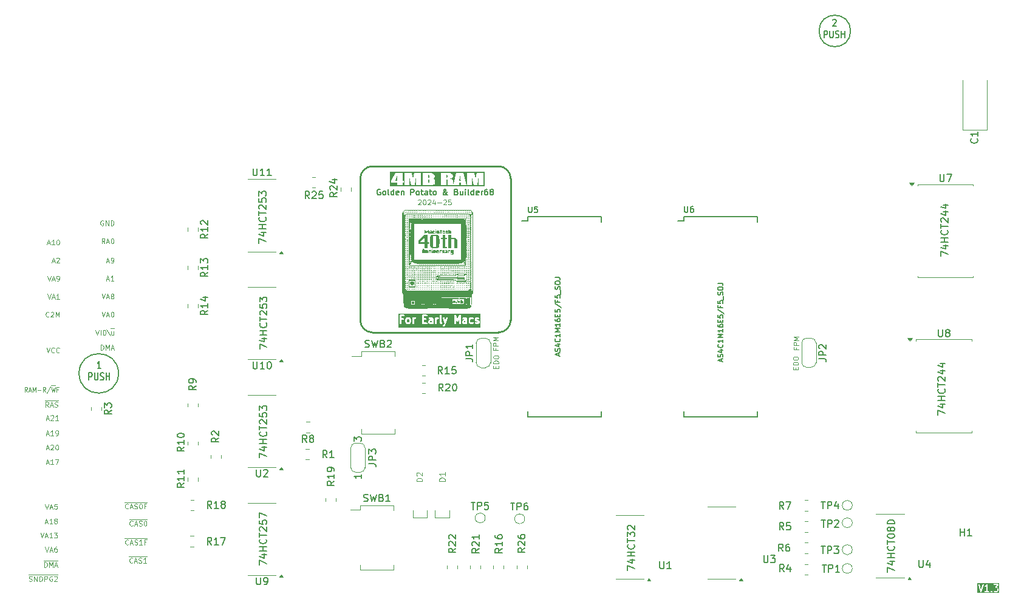
<source format=gbr>
%TF.GenerationSoftware,KiCad,Pcbnew,8.0.9*%
%TF.CreationDate,2025-05-07T23:17:47-04:00*%
%TF.ProjectId,RAMEXPB_V3,52414d45-5850-4425-9f56-332e6b696361,rev?*%
%TF.SameCoordinates,Original*%
%TF.FileFunction,Legend,Top*%
%TF.FilePolarity,Positive*%
%FSLAX46Y46*%
G04 Gerber Fmt 4.6, Leading zero omitted, Abs format (unit mm)*
G04 Created by KiCad (PCBNEW 8.0.9) date 2025-05-07 23:17:47*
%MOMM*%
%LPD*%
G01*
G04 APERTURE LIST*
%ADD10C,0.250000*%
%ADD11C,0.150000*%
%ADD12C,0.100000*%
%ADD13C,0.200000*%
%ADD14C,0.120000*%
%ADD15C,0.127000*%
%ADD16C,0.203200*%
%ADD17C,0.000000*%
G04 APERTURE END LIST*
D10*
X124630000Y-105320000D02*
X142190000Y-105320000D01*
X143890000Y-107020000D02*
X143890000Y-126810000D01*
X122930000Y-126810000D02*
X122930000Y-107020000D01*
X142190000Y-105320000D02*
G75*
G02*
X143890000Y-107020000I0J-1700000D01*
G01*
X143890000Y-126810000D02*
G75*
G02*
X142190000Y-128510000I-1700000J0D01*
G01*
D11*
X89220000Y-134220000D02*
G75*
G02*
X83720000Y-134220000I-2750000J0D01*
G01*
X83720000Y-134220000D02*
G75*
G02*
X89220000Y-134220000I2750000J0D01*
G01*
D10*
X142190000Y-128510000D02*
X124630000Y-128510000D01*
X122930000Y-107020000D02*
G75*
G02*
X124630000Y-105320000I1700000J0D01*
G01*
D11*
X191275833Y-86437280D02*
G75*
G02*
X186875833Y-86437280I-2200000J0D01*
G01*
X186875833Y-86437280D02*
G75*
G02*
X191275833Y-86437280I2200000J0D01*
G01*
D10*
X124630000Y-128510000D02*
G75*
G02*
X122930000Y-126810000I0J1700000D01*
G01*
G36*
X129691036Y-126644419D02*
G01*
X129711458Y-126666883D01*
X129739760Y-126729147D01*
X129739760Y-126989280D01*
X129711458Y-127051544D01*
X129691035Y-127074008D01*
X129642178Y-127100880D01*
X129563533Y-127100880D01*
X129514675Y-127074009D01*
X129494251Y-127051542D01*
X129465951Y-126989280D01*
X129465951Y-126729147D01*
X129494251Y-126666885D01*
X129514675Y-126644419D01*
X129563534Y-126617547D01*
X129642177Y-126617547D01*
X129691036Y-126644419D01*
G37*
G36*
X132882618Y-127099590D02*
G01*
X132880274Y-127100880D01*
X132706391Y-127100880D01*
X132675663Y-127083980D01*
X132656428Y-127041661D01*
X132656428Y-126991052D01*
X132675663Y-126948733D01*
X132706392Y-126931833D01*
X132882618Y-126931833D01*
X132882618Y-127099590D01*
G37*
G36*
X137596905Y-127099590D02*
G01*
X137594561Y-127100880D01*
X137420678Y-127100880D01*
X137389950Y-127083980D01*
X137370715Y-127041661D01*
X137370715Y-126991052D01*
X137389950Y-126948733D01*
X137420679Y-126931833D01*
X137596905Y-126931833D01*
X137596905Y-127099590D01*
G37*
G36*
X139686191Y-127842083D02*
G01*
X128281427Y-127842083D01*
X128281427Y-127581785D01*
X134406893Y-127581785D01*
X134412255Y-127630262D01*
X134435759Y-127672997D01*
X134473828Y-127703484D01*
X134520667Y-127717083D01*
X134569144Y-127711721D01*
X134591669Y-127702074D01*
X134686907Y-127649693D01*
X134698026Y-127642068D01*
X134700978Y-127640678D01*
X134703884Y-127638051D01*
X134707116Y-127635836D01*
X134709155Y-127633289D01*
X134719160Y-127624250D01*
X134766779Y-127571869D01*
X134780876Y-127552919D01*
X134781169Y-127552600D01*
X134781268Y-127552392D01*
X134781405Y-127552209D01*
X134781550Y-127551803D01*
X134791760Y-127530503D01*
X134886998Y-127268597D01*
X134887538Y-127266485D01*
X134888415Y-127264481D01*
X135126510Y-126531147D01*
X135131756Y-126507212D01*
X135127919Y-126458590D01*
X135105766Y-126415138D01*
X135068672Y-126383471D01*
X135022284Y-126368410D01*
X134973663Y-126372247D01*
X134930210Y-126394399D01*
X134898544Y-126431493D01*
X134888729Y-126453946D01*
X134769524Y-126821095D01*
X134650320Y-126453946D01*
X134640504Y-126431494D01*
X134608838Y-126394400D01*
X134565385Y-126372247D01*
X134516764Y-126368410D01*
X134470376Y-126383472D01*
X134433282Y-126415138D01*
X134411129Y-126458591D01*
X134407292Y-126507212D01*
X134412538Y-126531148D01*
X134637353Y-127223577D01*
X134565227Y-127421923D01*
X134548181Y-127440674D01*
X134471189Y-127483020D01*
X134450979Y-127496877D01*
X134420492Y-127534946D01*
X134406893Y-127581785D01*
X128281427Y-127581785D01*
X128281427Y-126125880D01*
X128406427Y-126125880D01*
X128406427Y-127225880D01*
X128408829Y-127250266D01*
X128427493Y-127295326D01*
X128461981Y-127329814D01*
X128507041Y-127348478D01*
X128555813Y-127348478D01*
X128600873Y-127329814D01*
X128635361Y-127295326D01*
X128654025Y-127250266D01*
X128656427Y-127225880D01*
X128656427Y-126774690D01*
X128864760Y-126774690D01*
X128889146Y-126772288D01*
X128934206Y-126753624D01*
X128968694Y-126719136D01*
X128975762Y-126702071D01*
X129215951Y-126702071D01*
X129215951Y-127016357D01*
X129218353Y-127040743D01*
X129219177Y-127042734D01*
X129219251Y-127044888D01*
X129227155Y-127068082D01*
X129274774Y-127172845D01*
X129280345Y-127182467D01*
X129281451Y-127185543D01*
X129284495Y-127189634D01*
X129287052Y-127194051D01*
X129289441Y-127196283D01*
X129296077Y-127205203D01*
X129343697Y-127257584D01*
X129353698Y-127266621D01*
X129355740Y-127269171D01*
X129358971Y-127271386D01*
X129361878Y-127274013D01*
X129364833Y-127275405D01*
X129375950Y-127283027D01*
X129471188Y-127335407D01*
X129493713Y-127345055D01*
X129500621Y-127345818D01*
X129507041Y-127348478D01*
X129531427Y-127350880D01*
X129674284Y-127350880D01*
X129698670Y-127348478D01*
X129705089Y-127345818D01*
X129711998Y-127345055D01*
X129734523Y-127335407D01*
X129829761Y-127283027D01*
X129840882Y-127275402D01*
X129843833Y-127274012D01*
X129846736Y-127271388D01*
X129849971Y-127269171D01*
X129852013Y-127266620D01*
X129862015Y-127257584D01*
X129909634Y-127205203D01*
X129916269Y-127196283D01*
X129918659Y-127194051D01*
X129921215Y-127189635D01*
X129924260Y-127185543D01*
X129925366Y-127182465D01*
X129930937Y-127172844D01*
X129978556Y-127068082D01*
X129986460Y-127044888D01*
X129986533Y-127042734D01*
X129987358Y-127040743D01*
X129989760Y-127016357D01*
X129989760Y-126702071D01*
X129987358Y-126677685D01*
X129986533Y-126675693D01*
X129986460Y-126673540D01*
X129978556Y-126650346D01*
X129930937Y-126545584D01*
X129925366Y-126535962D01*
X129924260Y-126532885D01*
X129921215Y-126528792D01*
X129918659Y-126524377D01*
X129916269Y-126522144D01*
X129909634Y-126513225D01*
X129890836Y-126492547D01*
X130168332Y-126492547D01*
X130168332Y-127225880D01*
X130170734Y-127250266D01*
X130189398Y-127295326D01*
X130223886Y-127329814D01*
X130268946Y-127348478D01*
X130317718Y-127348478D01*
X130362778Y-127329814D01*
X130397266Y-127295326D01*
X130415930Y-127250266D01*
X130418332Y-127225880D01*
X130418332Y-126729147D01*
X130446632Y-126666885D01*
X130467056Y-126644419D01*
X130515915Y-126617547D01*
X130579046Y-126617547D01*
X130603432Y-126615145D01*
X130648492Y-126596481D01*
X130682980Y-126561993D01*
X130701644Y-126516933D01*
X130701644Y-126468161D01*
X130682980Y-126423101D01*
X130648492Y-126388613D01*
X130603432Y-126369949D01*
X130579046Y-126367547D01*
X130483808Y-126367547D01*
X130459422Y-126369949D01*
X130453000Y-126372609D01*
X130446093Y-126373373D01*
X130423568Y-126383020D01*
X130380740Y-126406575D01*
X130362778Y-126388613D01*
X130317718Y-126369949D01*
X130268946Y-126369949D01*
X130223886Y-126388613D01*
X130189398Y-126423101D01*
X130170734Y-126468161D01*
X130168332Y-126492547D01*
X129890836Y-126492547D01*
X129862015Y-126460844D01*
X129852010Y-126451804D01*
X129849971Y-126449258D01*
X129846739Y-126447042D01*
X129843833Y-126444416D01*
X129840881Y-126443025D01*
X129829762Y-126435401D01*
X129734524Y-126383020D01*
X129711999Y-126373373D01*
X129705092Y-126372609D01*
X129698670Y-126369949D01*
X129674284Y-126367547D01*
X129531427Y-126367547D01*
X129507041Y-126369949D01*
X129500619Y-126372609D01*
X129493712Y-126373373D01*
X129471187Y-126383020D01*
X129375949Y-126435401D01*
X129364832Y-126443023D01*
X129361878Y-126444415D01*
X129358970Y-126447042D01*
X129355739Y-126449258D01*
X129353697Y-126451807D01*
X129343697Y-126460844D01*
X129296077Y-126513225D01*
X129289441Y-126522144D01*
X129287052Y-126524377D01*
X129284495Y-126528793D01*
X129281451Y-126532885D01*
X129280345Y-126535960D01*
X129274774Y-126545583D01*
X129227155Y-126650346D01*
X129219251Y-126673540D01*
X129219177Y-126675693D01*
X129218353Y-126677685D01*
X129215951Y-126702071D01*
X128975762Y-126702071D01*
X128987358Y-126674076D01*
X128987358Y-126625304D01*
X128968694Y-126580244D01*
X128934206Y-126545756D01*
X128889146Y-126527092D01*
X128864760Y-126524690D01*
X128656427Y-126524690D01*
X128656427Y-126250880D01*
X129007617Y-126250880D01*
X129032003Y-126248478D01*
X129077063Y-126229814D01*
X129111551Y-126195326D01*
X129130215Y-126150266D01*
X129130215Y-126125880D01*
X131549285Y-126125880D01*
X131549285Y-127225880D01*
X131551687Y-127250266D01*
X131570351Y-127295326D01*
X131604839Y-127329814D01*
X131649899Y-127348478D01*
X131674285Y-127350880D01*
X132150475Y-127350880D01*
X132174861Y-127348478D01*
X132219921Y-127329814D01*
X132254409Y-127295326D01*
X132273073Y-127250266D01*
X132273073Y-127201494D01*
X132254409Y-127156434D01*
X132219921Y-127121946D01*
X132174861Y-127103282D01*
X132150475Y-127100880D01*
X131799285Y-127100880D01*
X131799285Y-126963976D01*
X132406428Y-126963976D01*
X132406428Y-127068738D01*
X132408830Y-127093124D01*
X132409654Y-127095115D01*
X132409728Y-127097269D01*
X132417632Y-127120463D01*
X132465251Y-127225226D01*
X132467563Y-127229220D01*
X132468110Y-127231102D01*
X132470070Y-127233549D01*
X132477529Y-127246432D01*
X132488884Y-127257042D01*
X132498598Y-127269171D01*
X132510870Y-127277584D01*
X132513166Y-127279730D01*
X132515004Y-127280419D01*
X132518808Y-127283027D01*
X132614046Y-127335407D01*
X132636571Y-127345055D01*
X132643479Y-127345818D01*
X132649899Y-127348478D01*
X132674285Y-127350880D01*
X132912380Y-127350880D01*
X132936766Y-127348478D01*
X132943185Y-127345818D01*
X132950094Y-127345055D01*
X132962322Y-127339817D01*
X132983232Y-127348478D01*
X133032004Y-127348478D01*
X133077064Y-127329814D01*
X133111552Y-127295326D01*
X133130216Y-127250266D01*
X133132618Y-127225880D01*
X133132618Y-126649690D01*
X133130216Y-126625304D01*
X133129391Y-126623312D01*
X133129318Y-126621159D01*
X133121414Y-126597965D01*
X133073795Y-126493203D01*
X133073415Y-126492547D01*
X133358809Y-126492547D01*
X133358809Y-127225880D01*
X133361211Y-127250266D01*
X133379875Y-127295326D01*
X133414363Y-127329814D01*
X133459423Y-127348478D01*
X133508195Y-127348478D01*
X133553255Y-127329814D01*
X133587743Y-127295326D01*
X133606407Y-127250266D01*
X133608809Y-127225880D01*
X133608809Y-126729147D01*
X133637109Y-126666885D01*
X133657533Y-126644419D01*
X133706392Y-126617547D01*
X133769523Y-126617547D01*
X133793909Y-126615145D01*
X133838969Y-126596481D01*
X133873457Y-126561993D01*
X133892121Y-126516933D01*
X133892121Y-126468161D01*
X133873457Y-126423101D01*
X133838969Y-126388613D01*
X133793909Y-126369949D01*
X133769523Y-126367547D01*
X133674285Y-126367547D01*
X133649899Y-126369949D01*
X133643477Y-126372609D01*
X133636570Y-126373373D01*
X133614045Y-126383020D01*
X133571217Y-126406575D01*
X133553255Y-126388613D01*
X133508195Y-126369949D01*
X133459423Y-126369949D01*
X133414363Y-126388613D01*
X133379875Y-126423101D01*
X133361211Y-126468161D01*
X133358809Y-126492547D01*
X133073415Y-126492547D01*
X133071482Y-126489208D01*
X133070936Y-126487327D01*
X133068976Y-126484880D01*
X133061517Y-126471996D01*
X133050159Y-126461384D01*
X133040448Y-126449258D01*
X133028172Y-126440840D01*
X133025880Y-126438699D01*
X133024045Y-126438011D01*
X133020239Y-126435401D01*
X132925001Y-126383020D01*
X132902476Y-126373373D01*
X132895569Y-126372609D01*
X132889147Y-126369949D01*
X132864761Y-126367547D01*
X132674285Y-126367547D01*
X132649899Y-126369949D01*
X132643477Y-126372609D01*
X132636570Y-126373373D01*
X132614045Y-126383020D01*
X132518807Y-126435401D01*
X132498597Y-126449258D01*
X132468110Y-126487327D01*
X132454511Y-126534166D01*
X132459873Y-126582643D01*
X132483377Y-126625378D01*
X132521446Y-126655865D01*
X132568285Y-126669464D01*
X132616762Y-126664102D01*
X132639287Y-126654455D01*
X132706392Y-126617547D01*
X132832654Y-126617547D01*
X132863382Y-126634447D01*
X132882618Y-126676766D01*
X132882618Y-126680543D01*
X132880273Y-126681833D01*
X132674285Y-126681833D01*
X132649899Y-126684235D01*
X132643477Y-126686895D01*
X132636570Y-126687659D01*
X132614045Y-126697306D01*
X132518807Y-126749687D01*
X132515003Y-126752295D01*
X132513166Y-126752984D01*
X132510871Y-126755128D01*
X132498597Y-126763544D01*
X132488884Y-126775671D01*
X132477529Y-126786282D01*
X132470068Y-126799167D01*
X132468110Y-126801613D01*
X132467564Y-126803492D01*
X132465251Y-126807488D01*
X132417632Y-126912251D01*
X132409728Y-126935445D01*
X132409654Y-126937598D01*
X132408830Y-126939590D01*
X132406428Y-126963976D01*
X131799285Y-126963976D01*
X131799285Y-126774690D01*
X132007618Y-126774690D01*
X132032004Y-126772288D01*
X132077064Y-126753624D01*
X132111552Y-126719136D01*
X132130216Y-126674076D01*
X132130216Y-126625304D01*
X132111552Y-126580244D01*
X132077064Y-126545756D01*
X132032004Y-126527092D01*
X132007618Y-126524690D01*
X131799285Y-126524690D01*
X131799285Y-126250880D01*
X132150475Y-126250880D01*
X132174861Y-126248478D01*
X132219921Y-126229814D01*
X132254409Y-126195326D01*
X132273073Y-126150266D01*
X132273073Y-126125880D01*
X133977857Y-126125880D01*
X133977857Y-127068738D01*
X133980259Y-127093124D01*
X133981083Y-127095115D01*
X133981157Y-127097269D01*
X133989061Y-127120463D01*
X134036680Y-127225226D01*
X134038992Y-127229220D01*
X134039539Y-127231102D01*
X134041499Y-127233549D01*
X134048958Y-127246432D01*
X134060313Y-127257042D01*
X134070027Y-127269171D01*
X134082299Y-127277584D01*
X134084595Y-127279730D01*
X134086433Y-127280419D01*
X134090237Y-127283027D01*
X134185475Y-127335407D01*
X134208000Y-127345055D01*
X134256477Y-127350416D01*
X134303316Y-127336817D01*
X134341385Y-127306329D01*
X134364889Y-127263594D01*
X134370250Y-127215117D01*
X134356651Y-127168278D01*
X134326163Y-127130209D01*
X134305953Y-127116353D01*
X134247092Y-127083980D01*
X134227857Y-127041661D01*
X134227857Y-126125880D01*
X136025477Y-126125880D01*
X136025477Y-127225880D01*
X136027879Y-127250266D01*
X136046543Y-127295326D01*
X136081031Y-127329814D01*
X136126091Y-127348478D01*
X136174863Y-127348478D01*
X136219923Y-127329814D01*
X136254411Y-127295326D01*
X136273075Y-127250266D01*
X136275477Y-127225880D01*
X136275477Y-126740586D01*
X136368737Y-126960414D01*
X136378666Y-126978614D01*
X136379288Y-126980153D01*
X136379776Y-126980649D01*
X136380472Y-126981925D01*
X136397116Y-126998288D01*
X136413480Y-127014933D01*
X136414478Y-127015356D01*
X136415252Y-127016117D01*
X136436905Y-127024870D01*
X136458379Y-127033980D01*
X136459462Y-127033989D01*
X136460471Y-127034397D01*
X136483810Y-127034197D01*
X136507149Y-127034397D01*
X136508157Y-127033989D01*
X136509241Y-127033980D01*
X136530714Y-127024870D01*
X136552368Y-127016117D01*
X136553141Y-127015356D01*
X136554140Y-127014933D01*
X136570503Y-126998288D01*
X136587148Y-126981925D01*
X136587843Y-126980649D01*
X136588332Y-126980153D01*
X136588953Y-126978614D01*
X136598883Y-126960414D01*
X136692143Y-126740586D01*
X136692143Y-127225880D01*
X136694545Y-127250266D01*
X136713209Y-127295326D01*
X136747697Y-127329814D01*
X136792757Y-127348478D01*
X136841529Y-127348478D01*
X136886589Y-127329814D01*
X136921077Y-127295326D01*
X136939741Y-127250266D01*
X136942143Y-127225880D01*
X136942143Y-126963976D01*
X137120715Y-126963976D01*
X137120715Y-127068738D01*
X137123117Y-127093124D01*
X137123941Y-127095115D01*
X137124015Y-127097269D01*
X137131919Y-127120463D01*
X137179538Y-127225226D01*
X137181850Y-127229220D01*
X137182397Y-127231102D01*
X137184357Y-127233549D01*
X137191816Y-127246432D01*
X137203171Y-127257042D01*
X137212885Y-127269171D01*
X137225157Y-127277584D01*
X137227453Y-127279730D01*
X137229291Y-127280419D01*
X137233095Y-127283027D01*
X137328333Y-127335407D01*
X137350858Y-127345055D01*
X137357766Y-127345818D01*
X137364186Y-127348478D01*
X137388572Y-127350880D01*
X137626667Y-127350880D01*
X137651053Y-127348478D01*
X137657472Y-127345818D01*
X137664381Y-127345055D01*
X137676609Y-127339817D01*
X137697519Y-127348478D01*
X137746291Y-127348478D01*
X137791351Y-127329814D01*
X137825839Y-127295326D01*
X137844503Y-127250266D01*
X137846905Y-127225880D01*
X137846905Y-126702071D01*
X138025477Y-126702071D01*
X138025477Y-127016357D01*
X138027879Y-127040743D01*
X138028703Y-127042734D01*
X138028777Y-127044888D01*
X138036681Y-127068082D01*
X138084300Y-127172845D01*
X138089871Y-127182467D01*
X138090977Y-127185543D01*
X138094021Y-127189634D01*
X138096578Y-127194051D01*
X138098967Y-127196283D01*
X138105603Y-127205203D01*
X138153223Y-127257584D01*
X138163224Y-127266621D01*
X138165266Y-127269171D01*
X138168497Y-127271386D01*
X138171404Y-127274013D01*
X138174359Y-127275405D01*
X138185476Y-127283027D01*
X138280714Y-127335407D01*
X138303239Y-127345055D01*
X138310147Y-127345818D01*
X138316567Y-127348478D01*
X138340953Y-127350880D01*
X138531429Y-127350880D01*
X138555815Y-127348478D01*
X138562234Y-127345818D01*
X138569143Y-127345055D01*
X138591668Y-127335407D01*
X138686906Y-127283027D01*
X138707116Y-127269171D01*
X138737604Y-127231102D01*
X138751203Y-127184263D01*
X138745842Y-127135786D01*
X138722338Y-127093051D01*
X138684269Y-127062563D01*
X138637430Y-127048964D01*
X138588953Y-127054325D01*
X138566428Y-127063973D01*
X138499323Y-127100880D01*
X138373059Y-127100880D01*
X138324201Y-127074009D01*
X138303777Y-127051542D01*
X138275477Y-126989280D01*
X138275477Y-126729147D01*
X138303777Y-126666885D01*
X138324201Y-126644419D01*
X138373060Y-126617547D01*
X138499322Y-126617547D01*
X138566427Y-126654455D01*
X138588952Y-126664102D01*
X138637428Y-126669464D01*
X138684268Y-126655865D01*
X138691979Y-126649690D01*
X138882620Y-126649690D01*
X138882620Y-126702071D01*
X138885022Y-126726457D01*
X138885846Y-126728448D01*
X138885920Y-126730602D01*
X138893824Y-126753796D01*
X138941443Y-126858559D01*
X138943756Y-126862554D01*
X138944302Y-126864434D01*
X138946260Y-126866879D01*
X138953721Y-126879765D01*
X138965076Y-126890375D01*
X138974789Y-126902503D01*
X138987063Y-126910918D01*
X138989358Y-126913063D01*
X138991195Y-126913751D01*
X138994999Y-126916360D01*
X139090237Y-126968741D01*
X139112762Y-126978388D01*
X139119669Y-126979151D01*
X139126091Y-126981812D01*
X139150477Y-126984214D01*
X139261227Y-126984214D01*
X139291955Y-127001114D01*
X139310788Y-127042547D01*
X139291955Y-127083980D01*
X139261228Y-127100880D01*
X139134964Y-127100880D01*
X139067859Y-127063973D01*
X139045334Y-127054325D01*
X138996857Y-127048964D01*
X138950018Y-127062563D01*
X138911949Y-127093051D01*
X138888445Y-127135786D01*
X138883084Y-127184263D01*
X138896683Y-127231102D01*
X138927171Y-127269171D01*
X138947381Y-127283027D01*
X139042619Y-127335407D01*
X139065144Y-127345055D01*
X139072052Y-127345818D01*
X139078472Y-127348478D01*
X139102858Y-127350880D01*
X139293334Y-127350880D01*
X139317720Y-127348478D01*
X139324139Y-127345818D01*
X139331048Y-127345055D01*
X139353573Y-127335407D01*
X139448811Y-127283027D01*
X139452617Y-127280417D01*
X139454453Y-127279729D01*
X139456745Y-127277587D01*
X139469021Y-127269171D01*
X139478735Y-127257040D01*
X139490090Y-127246432D01*
X139497547Y-127233551D01*
X139499509Y-127231102D01*
X139500055Y-127229218D01*
X139502368Y-127225225D01*
X139549987Y-127120463D01*
X139557891Y-127097269D01*
X139557964Y-127095115D01*
X139558789Y-127093124D01*
X139561191Y-127068738D01*
X139561191Y-127016357D01*
X139558789Y-126991971D01*
X139557964Y-126989979D01*
X139557891Y-126987826D01*
X139549987Y-126964632D01*
X139502368Y-126859870D01*
X139500055Y-126855875D01*
X139499509Y-126853994D01*
X139497549Y-126851547D01*
X139490090Y-126838663D01*
X139478732Y-126828051D01*
X139469021Y-126815925D01*
X139456745Y-126807507D01*
X139454453Y-126805366D01*
X139452618Y-126804678D01*
X139448812Y-126802068D01*
X139353574Y-126749687D01*
X139331049Y-126740040D01*
X139324142Y-126739276D01*
X139317720Y-126736616D01*
X139293334Y-126734214D01*
X139182584Y-126734214D01*
X139151855Y-126717313D01*
X139133022Y-126675880D01*
X139151855Y-126634447D01*
X139182584Y-126617547D01*
X139261227Y-126617547D01*
X139328332Y-126654455D01*
X139350857Y-126664102D01*
X139399333Y-126669464D01*
X139446173Y-126655865D01*
X139484242Y-126625378D01*
X139507746Y-126582643D01*
X139513108Y-126534166D01*
X139499509Y-126487327D01*
X139469021Y-126449258D01*
X139448812Y-126435401D01*
X139353574Y-126383020D01*
X139331049Y-126373373D01*
X139324142Y-126372609D01*
X139317720Y-126369949D01*
X139293334Y-126367547D01*
X139150477Y-126367547D01*
X139126091Y-126369949D01*
X139119669Y-126372609D01*
X139112762Y-126373373D01*
X139090237Y-126383020D01*
X138994999Y-126435401D01*
X138991195Y-126438009D01*
X138989358Y-126438698D01*
X138987063Y-126440842D01*
X138974789Y-126449258D01*
X138965076Y-126461385D01*
X138953721Y-126471996D01*
X138946260Y-126484881D01*
X138944302Y-126487327D01*
X138943756Y-126489206D01*
X138941443Y-126493202D01*
X138893824Y-126597965D01*
X138885920Y-126621159D01*
X138885846Y-126623312D01*
X138885022Y-126625304D01*
X138882620Y-126649690D01*
X138691979Y-126649690D01*
X138722337Y-126625378D01*
X138745841Y-126582643D01*
X138751203Y-126534166D01*
X138737604Y-126487327D01*
X138707116Y-126449258D01*
X138686907Y-126435401D01*
X138591669Y-126383020D01*
X138569144Y-126373373D01*
X138562237Y-126372609D01*
X138555815Y-126369949D01*
X138531429Y-126367547D01*
X138340953Y-126367547D01*
X138316567Y-126369949D01*
X138310145Y-126372609D01*
X138303238Y-126373373D01*
X138280713Y-126383020D01*
X138185475Y-126435401D01*
X138174358Y-126443023D01*
X138171404Y-126444415D01*
X138168496Y-126447042D01*
X138165265Y-126449258D01*
X138163223Y-126451807D01*
X138153223Y-126460844D01*
X138105603Y-126513225D01*
X138098967Y-126522144D01*
X138096578Y-126524377D01*
X138094021Y-126528793D01*
X138090977Y-126532885D01*
X138089871Y-126535960D01*
X138084300Y-126545583D01*
X138036681Y-126650346D01*
X138028777Y-126673540D01*
X138028703Y-126675693D01*
X138027879Y-126677685D01*
X138025477Y-126702071D01*
X137846905Y-126702071D01*
X137846905Y-126649690D01*
X137844503Y-126625304D01*
X137843678Y-126623312D01*
X137843605Y-126621159D01*
X137835701Y-126597965D01*
X137788082Y-126493203D01*
X137785769Y-126489208D01*
X137785223Y-126487327D01*
X137783263Y-126484880D01*
X137775804Y-126471996D01*
X137764446Y-126461384D01*
X137754735Y-126449258D01*
X137742459Y-126440840D01*
X137740167Y-126438699D01*
X137738332Y-126438011D01*
X137734526Y-126435401D01*
X137639288Y-126383020D01*
X137616763Y-126373373D01*
X137609856Y-126372609D01*
X137603434Y-126369949D01*
X137579048Y-126367547D01*
X137388572Y-126367547D01*
X137364186Y-126369949D01*
X137357764Y-126372609D01*
X137350857Y-126373373D01*
X137328332Y-126383020D01*
X137233094Y-126435401D01*
X137212884Y-126449258D01*
X137182397Y-126487327D01*
X137168798Y-126534166D01*
X137174160Y-126582643D01*
X137197664Y-126625378D01*
X137235733Y-126655865D01*
X137282572Y-126669464D01*
X137331049Y-126664102D01*
X137353574Y-126654455D01*
X137420679Y-126617547D01*
X137546941Y-126617547D01*
X137577669Y-126634447D01*
X137596905Y-126676766D01*
X137596905Y-126680543D01*
X137594560Y-126681833D01*
X137388572Y-126681833D01*
X137364186Y-126684235D01*
X137357764Y-126686895D01*
X137350857Y-126687659D01*
X137328332Y-126697306D01*
X137233094Y-126749687D01*
X137229290Y-126752295D01*
X137227453Y-126752984D01*
X137225158Y-126755128D01*
X137212884Y-126763544D01*
X137203171Y-126775671D01*
X137191816Y-126786282D01*
X137184355Y-126799167D01*
X137182397Y-126801613D01*
X137181851Y-126803492D01*
X137179538Y-126807488D01*
X137131919Y-126912251D01*
X137124015Y-126935445D01*
X137123941Y-126937598D01*
X137123117Y-126939590D01*
X137120715Y-126963976D01*
X136942143Y-126963976D01*
X136942143Y-126125880D01*
X136939936Y-126103483D01*
X136939945Y-126102541D01*
X136939811Y-126102211D01*
X136939741Y-126101494D01*
X136930612Y-126079454D01*
X136921665Y-126057322D01*
X136921284Y-126056934D01*
X136921077Y-126056434D01*
X136904220Y-126039577D01*
X136887473Y-126022542D01*
X136886972Y-126022329D01*
X136886589Y-126021946D01*
X136864524Y-126012806D01*
X136842574Y-126003495D01*
X136842032Y-126003490D01*
X136841529Y-126003282D01*
X136817663Y-126003282D01*
X136793804Y-126003078D01*
X136793299Y-126003282D01*
X136792757Y-126003282D01*
X136770717Y-126012410D01*
X136748585Y-126021358D01*
X136748197Y-126021738D01*
X136747697Y-126021946D01*
X136730840Y-126038802D01*
X136713805Y-126055550D01*
X136713459Y-126056183D01*
X136713209Y-126056434D01*
X136712850Y-126057300D01*
X136702070Y-126077061D01*
X136483810Y-126591531D01*
X136265550Y-126077061D01*
X136254769Y-126057300D01*
X136254411Y-126056434D01*
X136254160Y-126056183D01*
X136253815Y-126055550D01*
X136236779Y-126038802D01*
X136219923Y-126021946D01*
X136219422Y-126021738D01*
X136219035Y-126021358D01*
X136196902Y-126012410D01*
X136174863Y-126003282D01*
X136174321Y-126003282D01*
X136173816Y-126003078D01*
X136149957Y-126003282D01*
X136126091Y-126003282D01*
X136125587Y-126003490D01*
X136125046Y-126003495D01*
X136103095Y-126012806D01*
X136081031Y-126021946D01*
X136080647Y-126022329D01*
X136080147Y-126022542D01*
X136063399Y-126039577D01*
X136046543Y-126056434D01*
X136046335Y-126056934D01*
X136045955Y-126057322D01*
X136037007Y-126079454D01*
X136027879Y-126101494D01*
X136027808Y-126102211D01*
X136027675Y-126102541D01*
X136027683Y-126103483D01*
X136025477Y-126125880D01*
X134227857Y-126125880D01*
X134225455Y-126101494D01*
X134206791Y-126056434D01*
X134172303Y-126021946D01*
X134127243Y-126003282D01*
X134078471Y-126003282D01*
X134033411Y-126021946D01*
X133998923Y-126056434D01*
X133980259Y-126101494D01*
X133977857Y-126125880D01*
X132273073Y-126125880D01*
X132273073Y-126101494D01*
X132254409Y-126056434D01*
X132219921Y-126021946D01*
X132174861Y-126003282D01*
X132150475Y-126000880D01*
X131674285Y-126000880D01*
X131649899Y-126003282D01*
X131604839Y-126021946D01*
X131570351Y-126056434D01*
X131551687Y-126101494D01*
X131549285Y-126125880D01*
X129130215Y-126125880D01*
X129130215Y-126101494D01*
X129111551Y-126056434D01*
X129077063Y-126021946D01*
X129032003Y-126003282D01*
X129007617Y-126000880D01*
X128531427Y-126000880D01*
X128507041Y-126003282D01*
X128461981Y-126021946D01*
X128427493Y-126056434D01*
X128408829Y-126101494D01*
X128406427Y-126125880D01*
X128281427Y-126125880D01*
X128281427Y-125875880D01*
X139686191Y-125875880D01*
X139686191Y-127842083D01*
G37*
D12*
X79516263Y-126282466D02*
X79482930Y-126315800D01*
X79482930Y-126315800D02*
X79382930Y-126349133D01*
X79382930Y-126349133D02*
X79316263Y-126349133D01*
X79316263Y-126349133D02*
X79216263Y-126315800D01*
X79216263Y-126315800D02*
X79149597Y-126249133D01*
X79149597Y-126249133D02*
X79116263Y-126182466D01*
X79116263Y-126182466D02*
X79082930Y-126049133D01*
X79082930Y-126049133D02*
X79082930Y-125949133D01*
X79082930Y-125949133D02*
X79116263Y-125815800D01*
X79116263Y-125815800D02*
X79149597Y-125749133D01*
X79149597Y-125749133D02*
X79216263Y-125682466D01*
X79216263Y-125682466D02*
X79316263Y-125649133D01*
X79316263Y-125649133D02*
X79382930Y-125649133D01*
X79382930Y-125649133D02*
X79482930Y-125682466D01*
X79482930Y-125682466D02*
X79516263Y-125715800D01*
X79782930Y-125715800D02*
X79816263Y-125682466D01*
X79816263Y-125682466D02*
X79882930Y-125649133D01*
X79882930Y-125649133D02*
X80049597Y-125649133D01*
X80049597Y-125649133D02*
X80116263Y-125682466D01*
X80116263Y-125682466D02*
X80149597Y-125715800D01*
X80149597Y-125715800D02*
X80182930Y-125782466D01*
X80182930Y-125782466D02*
X80182930Y-125849133D01*
X80182930Y-125849133D02*
X80149597Y-125949133D01*
X80149597Y-125949133D02*
X79749597Y-126349133D01*
X79749597Y-126349133D02*
X80182930Y-126349133D01*
X80482930Y-126349133D02*
X80482930Y-125649133D01*
X80482930Y-125649133D02*
X80716264Y-126149133D01*
X80716264Y-126149133D02*
X80949597Y-125649133D01*
X80949597Y-125649133D02*
X80949597Y-126349133D01*
X79470549Y-138909133D02*
X79237216Y-138575800D01*
X79070549Y-138909133D02*
X79070549Y-138209133D01*
X79070549Y-138209133D02*
X79337216Y-138209133D01*
X79337216Y-138209133D02*
X79403883Y-138242466D01*
X79403883Y-138242466D02*
X79437216Y-138275800D01*
X79437216Y-138275800D02*
X79470549Y-138342466D01*
X79470549Y-138342466D02*
X79470549Y-138442466D01*
X79470549Y-138442466D02*
X79437216Y-138509133D01*
X79437216Y-138509133D02*
X79403883Y-138542466D01*
X79403883Y-138542466D02*
X79337216Y-138575800D01*
X79337216Y-138575800D02*
X79070549Y-138575800D01*
X79737216Y-138709133D02*
X80070549Y-138709133D01*
X79670549Y-138909133D02*
X79903883Y-138209133D01*
X79903883Y-138209133D02*
X80137216Y-138909133D01*
X80337216Y-138875800D02*
X80437216Y-138909133D01*
X80437216Y-138909133D02*
X80603883Y-138909133D01*
X80603883Y-138909133D02*
X80670549Y-138875800D01*
X80670549Y-138875800D02*
X80703883Y-138842466D01*
X80703883Y-138842466D02*
X80737216Y-138775800D01*
X80737216Y-138775800D02*
X80737216Y-138709133D01*
X80737216Y-138709133D02*
X80703883Y-138642466D01*
X80703883Y-138642466D02*
X80670549Y-138609133D01*
X80670549Y-138609133D02*
X80603883Y-138575800D01*
X80603883Y-138575800D02*
X80470549Y-138542466D01*
X80470549Y-138542466D02*
X80403883Y-138509133D01*
X80403883Y-138509133D02*
X80370549Y-138475800D01*
X80370549Y-138475800D02*
X80337216Y-138409133D01*
X80337216Y-138409133D02*
X80337216Y-138342466D01*
X80337216Y-138342466D02*
X80370549Y-138275800D01*
X80370549Y-138275800D02*
X80403883Y-138242466D01*
X80403883Y-138242466D02*
X80470549Y-138209133D01*
X80470549Y-138209133D02*
X80637216Y-138209133D01*
X80637216Y-138209133D02*
X80737216Y-138242466D01*
X78973883Y-138014800D02*
X80800550Y-138014800D01*
X87559597Y-118579133D02*
X87892930Y-118579133D01*
X87492930Y-118779133D02*
X87726264Y-118079133D01*
X87726264Y-118079133D02*
X87959597Y-118779133D01*
X88226264Y-118779133D02*
X88359597Y-118779133D01*
X88359597Y-118779133D02*
X88426264Y-118745800D01*
X88426264Y-118745800D02*
X88459597Y-118712466D01*
X88459597Y-118712466D02*
X88526264Y-118612466D01*
X88526264Y-118612466D02*
X88559597Y-118479133D01*
X88559597Y-118479133D02*
X88559597Y-118212466D01*
X88559597Y-118212466D02*
X88526264Y-118145800D01*
X88526264Y-118145800D02*
X88492930Y-118112466D01*
X88492930Y-118112466D02*
X88426264Y-118079133D01*
X88426264Y-118079133D02*
X88292930Y-118079133D01*
X88292930Y-118079133D02*
X88226264Y-118112466D01*
X88226264Y-118112466D02*
X88192930Y-118145800D01*
X88192930Y-118145800D02*
X88159597Y-118212466D01*
X88159597Y-118212466D02*
X88159597Y-118379133D01*
X88159597Y-118379133D02*
X88192930Y-118445800D01*
X88192930Y-118445800D02*
X88226264Y-118479133D01*
X88226264Y-118479133D02*
X88292930Y-118512466D01*
X88292930Y-118512466D02*
X88426264Y-118512466D01*
X88426264Y-118512466D02*
X88492930Y-118479133D01*
X88492930Y-118479133D02*
X88526264Y-118445800D01*
X88526264Y-118445800D02*
X88559597Y-118379133D01*
X79007882Y-152439133D02*
X79241216Y-153139133D01*
X79241216Y-153139133D02*
X79474549Y-152439133D01*
X79674549Y-152939133D02*
X80007882Y-152939133D01*
X79607882Y-153139133D02*
X79841216Y-152439133D01*
X79841216Y-152439133D02*
X80074549Y-153139133D01*
X80641216Y-152439133D02*
X80307882Y-152439133D01*
X80307882Y-152439133D02*
X80274549Y-152772466D01*
X80274549Y-152772466D02*
X80307882Y-152739133D01*
X80307882Y-152739133D02*
X80374549Y-152705800D01*
X80374549Y-152705800D02*
X80541216Y-152705800D01*
X80541216Y-152705800D02*
X80607882Y-152739133D01*
X80607882Y-152739133D02*
X80641216Y-152772466D01*
X80641216Y-152772466D02*
X80674549Y-152839133D01*
X80674549Y-152839133D02*
X80674549Y-153005800D01*
X80674549Y-153005800D02*
X80641216Y-153072466D01*
X80641216Y-153072466D02*
X80607882Y-153105800D01*
X80607882Y-153105800D02*
X80541216Y-153139133D01*
X80541216Y-153139133D02*
X80374549Y-153139133D01*
X80374549Y-153139133D02*
X80307882Y-153105800D01*
X80307882Y-153105800D02*
X80274549Y-153072466D01*
X76774549Y-163185800D02*
X76874549Y-163219133D01*
X76874549Y-163219133D02*
X77041216Y-163219133D01*
X77041216Y-163219133D02*
X77107882Y-163185800D01*
X77107882Y-163185800D02*
X77141216Y-163152466D01*
X77141216Y-163152466D02*
X77174549Y-163085800D01*
X77174549Y-163085800D02*
X77174549Y-163019133D01*
X77174549Y-163019133D02*
X77141216Y-162952466D01*
X77141216Y-162952466D02*
X77107882Y-162919133D01*
X77107882Y-162919133D02*
X77041216Y-162885800D01*
X77041216Y-162885800D02*
X76907882Y-162852466D01*
X76907882Y-162852466D02*
X76841216Y-162819133D01*
X76841216Y-162819133D02*
X76807882Y-162785800D01*
X76807882Y-162785800D02*
X76774549Y-162719133D01*
X76774549Y-162719133D02*
X76774549Y-162652466D01*
X76774549Y-162652466D02*
X76807882Y-162585800D01*
X76807882Y-162585800D02*
X76841216Y-162552466D01*
X76841216Y-162552466D02*
X76907882Y-162519133D01*
X76907882Y-162519133D02*
X77074549Y-162519133D01*
X77074549Y-162519133D02*
X77174549Y-162552466D01*
X77474549Y-163219133D02*
X77474549Y-162519133D01*
X77474549Y-162519133D02*
X77874549Y-163219133D01*
X77874549Y-163219133D02*
X77874549Y-162519133D01*
X78207882Y-163219133D02*
X78207882Y-162519133D01*
X78207882Y-162519133D02*
X78374549Y-162519133D01*
X78374549Y-162519133D02*
X78474549Y-162552466D01*
X78474549Y-162552466D02*
X78541216Y-162619133D01*
X78541216Y-162619133D02*
X78574549Y-162685800D01*
X78574549Y-162685800D02*
X78607882Y-162819133D01*
X78607882Y-162819133D02*
X78607882Y-162919133D01*
X78607882Y-162919133D02*
X78574549Y-163052466D01*
X78574549Y-163052466D02*
X78541216Y-163119133D01*
X78541216Y-163119133D02*
X78474549Y-163185800D01*
X78474549Y-163185800D02*
X78374549Y-163219133D01*
X78374549Y-163219133D02*
X78207882Y-163219133D01*
X78907882Y-163219133D02*
X78907882Y-162519133D01*
X78907882Y-162519133D02*
X79174549Y-162519133D01*
X79174549Y-162519133D02*
X79241216Y-162552466D01*
X79241216Y-162552466D02*
X79274549Y-162585800D01*
X79274549Y-162585800D02*
X79307882Y-162652466D01*
X79307882Y-162652466D02*
X79307882Y-162752466D01*
X79307882Y-162752466D02*
X79274549Y-162819133D01*
X79274549Y-162819133D02*
X79241216Y-162852466D01*
X79241216Y-162852466D02*
X79174549Y-162885800D01*
X79174549Y-162885800D02*
X78907882Y-162885800D01*
X79974549Y-162552466D02*
X79907882Y-162519133D01*
X79907882Y-162519133D02*
X79807882Y-162519133D01*
X79807882Y-162519133D02*
X79707882Y-162552466D01*
X79707882Y-162552466D02*
X79641216Y-162619133D01*
X79641216Y-162619133D02*
X79607882Y-162685800D01*
X79607882Y-162685800D02*
X79574549Y-162819133D01*
X79574549Y-162819133D02*
X79574549Y-162919133D01*
X79574549Y-162919133D02*
X79607882Y-163052466D01*
X79607882Y-163052466D02*
X79641216Y-163119133D01*
X79641216Y-163119133D02*
X79707882Y-163185800D01*
X79707882Y-163185800D02*
X79807882Y-163219133D01*
X79807882Y-163219133D02*
X79874549Y-163219133D01*
X79874549Y-163219133D02*
X79974549Y-163185800D01*
X79974549Y-163185800D02*
X80007882Y-163152466D01*
X80007882Y-163152466D02*
X80007882Y-162919133D01*
X80007882Y-162919133D02*
X79874549Y-162919133D01*
X80274549Y-162585800D02*
X80307882Y-162552466D01*
X80307882Y-162552466D02*
X80374549Y-162519133D01*
X80374549Y-162519133D02*
X80541216Y-162519133D01*
X80541216Y-162519133D02*
X80607882Y-162552466D01*
X80607882Y-162552466D02*
X80641216Y-162585800D01*
X80641216Y-162585800D02*
X80674549Y-162652466D01*
X80674549Y-162652466D02*
X80674549Y-162719133D01*
X80674549Y-162719133D02*
X80641216Y-162819133D01*
X80641216Y-162819133D02*
X80241216Y-163219133D01*
X80241216Y-163219133D02*
X80674549Y-163219133D01*
X76711216Y-162324800D02*
X80737883Y-162324800D01*
X79982930Y-118596633D02*
X80316263Y-118596633D01*
X79916263Y-118796633D02*
X80149597Y-118096633D01*
X80149597Y-118096633D02*
X80382930Y-118796633D01*
X80582930Y-118163300D02*
X80616263Y-118129966D01*
X80616263Y-118129966D02*
X80682930Y-118096633D01*
X80682930Y-118096633D02*
X80849597Y-118096633D01*
X80849597Y-118096633D02*
X80916263Y-118129966D01*
X80916263Y-118129966D02*
X80949597Y-118163300D01*
X80949597Y-118163300D02*
X80982930Y-118229966D01*
X80982930Y-118229966D02*
X80982930Y-118296633D01*
X80982930Y-118296633D02*
X80949597Y-118396633D01*
X80949597Y-118396633D02*
X80549597Y-118796633D01*
X80549597Y-118796633D02*
X80982930Y-118796633D01*
X79170549Y-146679133D02*
X79503882Y-146679133D01*
X79103882Y-146879133D02*
X79337216Y-146179133D01*
X79337216Y-146179133D02*
X79570549Y-146879133D01*
X80170549Y-146879133D02*
X79770549Y-146879133D01*
X79970549Y-146879133D02*
X79970549Y-146179133D01*
X79970549Y-146179133D02*
X79903882Y-146279133D01*
X79903882Y-146279133D02*
X79837216Y-146345800D01*
X79837216Y-146345800D02*
X79770549Y-146379133D01*
X80403883Y-146179133D02*
X80870549Y-146179133D01*
X80870549Y-146179133D02*
X80570549Y-146879133D01*
X79316263Y-123131633D02*
X79549597Y-123831633D01*
X79549597Y-123831633D02*
X79782930Y-123131633D01*
X79982930Y-123631633D02*
X80316263Y-123631633D01*
X79916263Y-123831633D02*
X80149597Y-123131633D01*
X80149597Y-123131633D02*
X80382930Y-123831633D01*
X80982930Y-123831633D02*
X80582930Y-123831633D01*
X80782930Y-123831633D02*
X80782930Y-123131633D01*
X80782930Y-123131633D02*
X80716263Y-123231633D01*
X80716263Y-123231633D02*
X80649597Y-123298300D01*
X80649597Y-123298300D02*
X80582930Y-123331633D01*
X87292930Y-116089133D02*
X87059597Y-115755800D01*
X86892930Y-116089133D02*
X86892930Y-115389133D01*
X86892930Y-115389133D02*
X87159597Y-115389133D01*
X87159597Y-115389133D02*
X87226264Y-115422466D01*
X87226264Y-115422466D02*
X87259597Y-115455800D01*
X87259597Y-115455800D02*
X87292930Y-115522466D01*
X87292930Y-115522466D02*
X87292930Y-115622466D01*
X87292930Y-115622466D02*
X87259597Y-115689133D01*
X87259597Y-115689133D02*
X87226264Y-115722466D01*
X87226264Y-115722466D02*
X87159597Y-115755800D01*
X87159597Y-115755800D02*
X86892930Y-115755800D01*
X87559597Y-115889133D02*
X87892930Y-115889133D01*
X87492930Y-116089133D02*
X87726264Y-115389133D01*
X87726264Y-115389133D02*
X87959597Y-116089133D01*
X88326264Y-115389133D02*
X88392930Y-115389133D01*
X88392930Y-115389133D02*
X88459597Y-115422466D01*
X88459597Y-115422466D02*
X88492930Y-115455800D01*
X88492930Y-115455800D02*
X88526264Y-115522466D01*
X88526264Y-115522466D02*
X88559597Y-115655800D01*
X88559597Y-115655800D02*
X88559597Y-115822466D01*
X88559597Y-115822466D02*
X88526264Y-115955800D01*
X88526264Y-115955800D02*
X88492930Y-116022466D01*
X88492930Y-116022466D02*
X88459597Y-116055800D01*
X88459597Y-116055800D02*
X88392930Y-116089133D01*
X88392930Y-116089133D02*
X88326264Y-116089133D01*
X88326264Y-116089133D02*
X88259597Y-116055800D01*
X88259597Y-116055800D02*
X88226264Y-116022466D01*
X88226264Y-116022466D02*
X88192930Y-115955800D01*
X88192930Y-115955800D02*
X88159597Y-115822466D01*
X88159597Y-115822466D02*
X88159597Y-115655800D01*
X88159597Y-115655800D02*
X88192930Y-115522466D01*
X88192930Y-115522466D02*
X88226264Y-115455800D01*
X88226264Y-115455800D02*
X88259597Y-115422466D01*
X88259597Y-115422466D02*
X88326264Y-115389133D01*
X86026264Y-128149133D02*
X86259598Y-128849133D01*
X86259598Y-128849133D02*
X86492931Y-128149133D01*
X86726264Y-128849133D02*
X86726264Y-128149133D01*
X87059597Y-128849133D02*
X87059597Y-128149133D01*
X87059597Y-128149133D02*
X87226264Y-128149133D01*
X87226264Y-128149133D02*
X87326264Y-128182466D01*
X87326264Y-128182466D02*
X87392931Y-128249133D01*
X87392931Y-128249133D02*
X87426264Y-128315800D01*
X87426264Y-128315800D02*
X87459597Y-128449133D01*
X87459597Y-128449133D02*
X87459597Y-128549133D01*
X87459597Y-128549133D02*
X87426264Y-128682466D01*
X87426264Y-128682466D02*
X87392931Y-128749133D01*
X87392931Y-128749133D02*
X87326264Y-128815800D01*
X87326264Y-128815800D02*
X87226264Y-128849133D01*
X87226264Y-128849133D02*
X87059597Y-128849133D01*
X87526264Y-128082466D02*
X88126264Y-128982466D01*
X88526264Y-128382466D02*
X88526264Y-128849133D01*
X88226264Y-128382466D02*
X88226264Y-128749133D01*
X88226264Y-128749133D02*
X88259598Y-128815800D01*
X88259598Y-128815800D02*
X88326264Y-128849133D01*
X88326264Y-128849133D02*
X88426264Y-128849133D01*
X88426264Y-128849133D02*
X88492931Y-128815800D01*
X88492931Y-128815800D02*
X88526264Y-128782466D01*
X88129598Y-127954800D02*
X88622931Y-127954800D01*
X79007882Y-154979133D02*
X79341215Y-154979133D01*
X78941215Y-155179133D02*
X79174549Y-154479133D01*
X79174549Y-154479133D02*
X79407882Y-155179133D01*
X80007882Y-155179133D02*
X79607882Y-155179133D01*
X79807882Y-155179133D02*
X79807882Y-154479133D01*
X79807882Y-154479133D02*
X79741215Y-154579133D01*
X79741215Y-154579133D02*
X79674549Y-154645800D01*
X79674549Y-154645800D02*
X79607882Y-154679133D01*
X80407882Y-154779133D02*
X80341216Y-154745800D01*
X80341216Y-154745800D02*
X80307882Y-154712466D01*
X80307882Y-154712466D02*
X80274549Y-154645800D01*
X80274549Y-154645800D02*
X80274549Y-154612466D01*
X80274549Y-154612466D02*
X80307882Y-154545800D01*
X80307882Y-154545800D02*
X80341216Y-154512466D01*
X80341216Y-154512466D02*
X80407882Y-154479133D01*
X80407882Y-154479133D02*
X80541216Y-154479133D01*
X80541216Y-154479133D02*
X80607882Y-154512466D01*
X80607882Y-154512466D02*
X80641216Y-154545800D01*
X80641216Y-154545800D02*
X80674549Y-154612466D01*
X80674549Y-154612466D02*
X80674549Y-154645800D01*
X80674549Y-154645800D02*
X80641216Y-154712466D01*
X80641216Y-154712466D02*
X80607882Y-154745800D01*
X80607882Y-154745800D02*
X80541216Y-154779133D01*
X80541216Y-154779133D02*
X80407882Y-154779133D01*
X80407882Y-154779133D02*
X80341216Y-154812466D01*
X80341216Y-154812466D02*
X80307882Y-154845800D01*
X80307882Y-154845800D02*
X80274549Y-154912466D01*
X80274549Y-154912466D02*
X80274549Y-155045800D01*
X80274549Y-155045800D02*
X80307882Y-155112466D01*
X80307882Y-155112466D02*
X80341216Y-155145800D01*
X80341216Y-155145800D02*
X80407882Y-155179133D01*
X80407882Y-155179133D02*
X80541216Y-155179133D01*
X80541216Y-155179133D02*
X80607882Y-155145800D01*
X80607882Y-155145800D02*
X80641216Y-155112466D01*
X80641216Y-155112466D02*
X80674549Y-155045800D01*
X80674549Y-155045800D02*
X80674549Y-154912466D01*
X80674549Y-154912466D02*
X80641216Y-154845800D01*
X80641216Y-154845800D02*
X80607882Y-154812466D01*
X80607882Y-154812466D02*
X80541216Y-154779133D01*
X79170549Y-144679133D02*
X79503882Y-144679133D01*
X79103882Y-144879133D02*
X79337216Y-144179133D01*
X79337216Y-144179133D02*
X79570549Y-144879133D01*
X79770549Y-144245800D02*
X79803882Y-144212466D01*
X79803882Y-144212466D02*
X79870549Y-144179133D01*
X79870549Y-144179133D02*
X80037216Y-144179133D01*
X80037216Y-144179133D02*
X80103882Y-144212466D01*
X80103882Y-144212466D02*
X80137216Y-144245800D01*
X80137216Y-144245800D02*
X80170549Y-144312466D01*
X80170549Y-144312466D02*
X80170549Y-144379133D01*
X80170549Y-144379133D02*
X80137216Y-144479133D01*
X80137216Y-144479133D02*
X79737216Y-144879133D01*
X79737216Y-144879133D02*
X80170549Y-144879133D01*
X80603883Y-144179133D02*
X80670549Y-144179133D01*
X80670549Y-144179133D02*
X80737216Y-144212466D01*
X80737216Y-144212466D02*
X80770549Y-144245800D01*
X80770549Y-144245800D02*
X80803883Y-144312466D01*
X80803883Y-144312466D02*
X80837216Y-144445800D01*
X80837216Y-144445800D02*
X80837216Y-144612466D01*
X80837216Y-144612466D02*
X80803883Y-144745800D01*
X80803883Y-144745800D02*
X80770549Y-144812466D01*
X80770549Y-144812466D02*
X80737216Y-144845800D01*
X80737216Y-144845800D02*
X80670549Y-144879133D01*
X80670549Y-144879133D02*
X80603883Y-144879133D01*
X80603883Y-144879133D02*
X80537216Y-144845800D01*
X80537216Y-144845800D02*
X80503883Y-144812466D01*
X80503883Y-144812466D02*
X80470549Y-144745800D01*
X80470549Y-144745800D02*
X80437216Y-144612466D01*
X80437216Y-144612466D02*
X80437216Y-144445800D01*
X80437216Y-144445800D02*
X80470549Y-144312466D01*
X80470549Y-144312466D02*
X80503883Y-144245800D01*
X80503883Y-144245800D02*
X80537216Y-144212466D01*
X80537216Y-144212466D02*
X80603883Y-144179133D01*
X86759597Y-130939133D02*
X86759597Y-130239133D01*
X86759597Y-130239133D02*
X86926264Y-130239133D01*
X86926264Y-130239133D02*
X87026264Y-130272466D01*
X87026264Y-130272466D02*
X87092931Y-130339133D01*
X87092931Y-130339133D02*
X87126264Y-130405800D01*
X87126264Y-130405800D02*
X87159597Y-130539133D01*
X87159597Y-130539133D02*
X87159597Y-130639133D01*
X87159597Y-130639133D02*
X87126264Y-130772466D01*
X87126264Y-130772466D02*
X87092931Y-130839133D01*
X87092931Y-130839133D02*
X87026264Y-130905800D01*
X87026264Y-130905800D02*
X86926264Y-130939133D01*
X86926264Y-130939133D02*
X86759597Y-130939133D01*
X87459597Y-130939133D02*
X87459597Y-130239133D01*
X87459597Y-130239133D02*
X87692931Y-130739133D01*
X87692931Y-130739133D02*
X87926264Y-130239133D01*
X87926264Y-130239133D02*
X87926264Y-130939133D01*
X88226264Y-130739133D02*
X88559597Y-130739133D01*
X88159597Y-130939133D02*
X88392931Y-130239133D01*
X88392931Y-130239133D02*
X88626264Y-130939133D01*
X79170549Y-142689133D02*
X79503882Y-142689133D01*
X79103882Y-142889133D02*
X79337216Y-142189133D01*
X79337216Y-142189133D02*
X79570549Y-142889133D01*
X80170549Y-142889133D02*
X79770549Y-142889133D01*
X79970549Y-142889133D02*
X79970549Y-142189133D01*
X79970549Y-142189133D02*
X79903882Y-142289133D01*
X79903882Y-142289133D02*
X79837216Y-142355800D01*
X79837216Y-142355800D02*
X79770549Y-142389133D01*
X80503883Y-142889133D02*
X80637216Y-142889133D01*
X80637216Y-142889133D02*
X80703883Y-142855800D01*
X80703883Y-142855800D02*
X80737216Y-142822466D01*
X80737216Y-142822466D02*
X80803883Y-142722466D01*
X80803883Y-142722466D02*
X80837216Y-142589133D01*
X80837216Y-142589133D02*
X80837216Y-142322466D01*
X80837216Y-142322466D02*
X80803883Y-142255800D01*
X80803883Y-142255800D02*
X80770549Y-142222466D01*
X80770549Y-142222466D02*
X80703883Y-142189133D01*
X80703883Y-142189133D02*
X80570549Y-142189133D01*
X80570549Y-142189133D02*
X80503883Y-142222466D01*
X80503883Y-142222466D02*
X80470549Y-142255800D01*
X80470549Y-142255800D02*
X80437216Y-142322466D01*
X80437216Y-142322466D02*
X80437216Y-142489133D01*
X80437216Y-142489133D02*
X80470549Y-142555800D01*
X80470549Y-142555800D02*
X80503883Y-142589133D01*
X80503883Y-142589133D02*
X80570549Y-142622466D01*
X80570549Y-142622466D02*
X80703883Y-142622466D01*
X80703883Y-142622466D02*
X80770549Y-142589133D01*
X80770549Y-142589133D02*
X80803883Y-142555800D01*
X80803883Y-142555800D02*
X80837216Y-142489133D01*
X87092931Y-112912466D02*
X87026264Y-112879133D01*
X87026264Y-112879133D02*
X86926264Y-112879133D01*
X86926264Y-112879133D02*
X86826264Y-112912466D01*
X86826264Y-112912466D02*
X86759598Y-112979133D01*
X86759598Y-112979133D02*
X86726264Y-113045800D01*
X86726264Y-113045800D02*
X86692931Y-113179133D01*
X86692931Y-113179133D02*
X86692931Y-113279133D01*
X86692931Y-113279133D02*
X86726264Y-113412466D01*
X86726264Y-113412466D02*
X86759598Y-113479133D01*
X86759598Y-113479133D02*
X86826264Y-113545800D01*
X86826264Y-113545800D02*
X86926264Y-113579133D01*
X86926264Y-113579133D02*
X86992931Y-113579133D01*
X86992931Y-113579133D02*
X87092931Y-113545800D01*
X87092931Y-113545800D02*
X87126264Y-113512466D01*
X87126264Y-113512466D02*
X87126264Y-113279133D01*
X87126264Y-113279133D02*
X86992931Y-113279133D01*
X87426264Y-113579133D02*
X87426264Y-112879133D01*
X87426264Y-112879133D02*
X87826264Y-113579133D01*
X87826264Y-113579133D02*
X87826264Y-112879133D01*
X88159597Y-113579133D02*
X88159597Y-112879133D01*
X88159597Y-112879133D02*
X88326264Y-112879133D01*
X88326264Y-112879133D02*
X88426264Y-112912466D01*
X88426264Y-112912466D02*
X88492931Y-112979133D01*
X88492931Y-112979133D02*
X88526264Y-113045800D01*
X88526264Y-113045800D02*
X88559597Y-113179133D01*
X88559597Y-113179133D02*
X88559597Y-113279133D01*
X88559597Y-113279133D02*
X88526264Y-113412466D01*
X88526264Y-113412466D02*
X88492931Y-113479133D01*
X88492931Y-113479133D02*
X88426264Y-113545800D01*
X88426264Y-113545800D02*
X88326264Y-113579133D01*
X88326264Y-113579133D02*
X88159597Y-113579133D01*
X78341215Y-156459133D02*
X78574549Y-157159133D01*
X78574549Y-157159133D02*
X78807882Y-156459133D01*
X79007882Y-156959133D02*
X79341215Y-156959133D01*
X78941215Y-157159133D02*
X79174549Y-156459133D01*
X79174549Y-156459133D02*
X79407882Y-157159133D01*
X80007882Y-157159133D02*
X79607882Y-157159133D01*
X79807882Y-157159133D02*
X79807882Y-156459133D01*
X79807882Y-156459133D02*
X79741215Y-156559133D01*
X79741215Y-156559133D02*
X79674549Y-156625800D01*
X79674549Y-156625800D02*
X79607882Y-156659133D01*
X80241216Y-156459133D02*
X80674549Y-156459133D01*
X80674549Y-156459133D02*
X80441216Y-156725800D01*
X80441216Y-156725800D02*
X80541216Y-156725800D01*
X80541216Y-156725800D02*
X80607882Y-156759133D01*
X80607882Y-156759133D02*
X80641216Y-156792466D01*
X80641216Y-156792466D02*
X80674549Y-156859133D01*
X80674549Y-156859133D02*
X80674549Y-157025800D01*
X80674549Y-157025800D02*
X80641216Y-157092466D01*
X80641216Y-157092466D02*
X80607882Y-157125800D01*
X80607882Y-157125800D02*
X80541216Y-157159133D01*
X80541216Y-157159133D02*
X80341216Y-157159133D01*
X80341216Y-157159133D02*
X80274549Y-157125800D01*
X80274549Y-157125800D02*
X80241216Y-157092466D01*
X79007882Y-158429133D02*
X79241216Y-159129133D01*
X79241216Y-159129133D02*
X79474549Y-158429133D01*
X79674549Y-158929133D02*
X80007882Y-158929133D01*
X79607882Y-159129133D02*
X79841216Y-158429133D01*
X79841216Y-158429133D02*
X80074549Y-159129133D01*
X80607882Y-158429133D02*
X80474549Y-158429133D01*
X80474549Y-158429133D02*
X80407882Y-158462466D01*
X80407882Y-158462466D02*
X80374549Y-158495800D01*
X80374549Y-158495800D02*
X80307882Y-158595800D01*
X80307882Y-158595800D02*
X80274549Y-158729133D01*
X80274549Y-158729133D02*
X80274549Y-158995800D01*
X80274549Y-158995800D02*
X80307882Y-159062466D01*
X80307882Y-159062466D02*
X80341216Y-159095800D01*
X80341216Y-159095800D02*
X80407882Y-159129133D01*
X80407882Y-159129133D02*
X80541216Y-159129133D01*
X80541216Y-159129133D02*
X80607882Y-159095800D01*
X80607882Y-159095800D02*
X80641216Y-159062466D01*
X80641216Y-159062466D02*
X80674549Y-158995800D01*
X80674549Y-158995800D02*
X80674549Y-158829133D01*
X80674549Y-158829133D02*
X80641216Y-158762466D01*
X80641216Y-158762466D02*
X80607882Y-158729133D01*
X80607882Y-158729133D02*
X80541216Y-158695800D01*
X80541216Y-158695800D02*
X80407882Y-158695800D01*
X80407882Y-158695800D02*
X80341216Y-158729133D01*
X80341216Y-158729133D02*
X80307882Y-158762466D01*
X80307882Y-158762466D02*
X80274549Y-158829133D01*
X86892930Y-123114133D02*
X87126264Y-123814133D01*
X87126264Y-123814133D02*
X87359597Y-123114133D01*
X87559597Y-123614133D02*
X87892930Y-123614133D01*
X87492930Y-123814133D02*
X87726264Y-123114133D01*
X87726264Y-123114133D02*
X87959597Y-123814133D01*
X88292930Y-123414133D02*
X88226264Y-123380800D01*
X88226264Y-123380800D02*
X88192930Y-123347466D01*
X88192930Y-123347466D02*
X88159597Y-123280800D01*
X88159597Y-123280800D02*
X88159597Y-123247466D01*
X88159597Y-123247466D02*
X88192930Y-123180800D01*
X88192930Y-123180800D02*
X88226264Y-123147466D01*
X88226264Y-123147466D02*
X88292930Y-123114133D01*
X88292930Y-123114133D02*
X88426264Y-123114133D01*
X88426264Y-123114133D02*
X88492930Y-123147466D01*
X88492930Y-123147466D02*
X88526264Y-123180800D01*
X88526264Y-123180800D02*
X88559597Y-123247466D01*
X88559597Y-123247466D02*
X88559597Y-123280800D01*
X88559597Y-123280800D02*
X88526264Y-123347466D01*
X88526264Y-123347466D02*
X88492930Y-123380800D01*
X88492930Y-123380800D02*
X88426264Y-123414133D01*
X88426264Y-123414133D02*
X88292930Y-123414133D01*
X88292930Y-123414133D02*
X88226264Y-123447466D01*
X88226264Y-123447466D02*
X88192930Y-123480800D01*
X88192930Y-123480800D02*
X88159597Y-123547466D01*
X88159597Y-123547466D02*
X88159597Y-123680800D01*
X88159597Y-123680800D02*
X88192930Y-123747466D01*
X88192930Y-123747466D02*
X88226264Y-123780800D01*
X88226264Y-123780800D02*
X88292930Y-123814133D01*
X88292930Y-123814133D02*
X88426264Y-123814133D01*
X88426264Y-123814133D02*
X88492930Y-123780800D01*
X88492930Y-123780800D02*
X88526264Y-123747466D01*
X88526264Y-123747466D02*
X88559597Y-123680800D01*
X88559597Y-123680800D02*
X88559597Y-123547466D01*
X88559597Y-123547466D02*
X88526264Y-123480800D01*
X88526264Y-123480800D02*
X88492930Y-123447466D01*
X88492930Y-123447466D02*
X88426264Y-123414133D01*
X91182455Y-160602466D02*
X91149122Y-160635800D01*
X91149122Y-160635800D02*
X91049122Y-160669133D01*
X91049122Y-160669133D02*
X90982455Y-160669133D01*
X90982455Y-160669133D02*
X90882455Y-160635800D01*
X90882455Y-160635800D02*
X90815789Y-160569133D01*
X90815789Y-160569133D02*
X90782455Y-160502466D01*
X90782455Y-160502466D02*
X90749122Y-160369133D01*
X90749122Y-160369133D02*
X90749122Y-160269133D01*
X90749122Y-160269133D02*
X90782455Y-160135800D01*
X90782455Y-160135800D02*
X90815789Y-160069133D01*
X90815789Y-160069133D02*
X90882455Y-160002466D01*
X90882455Y-160002466D02*
X90982455Y-159969133D01*
X90982455Y-159969133D02*
X91049122Y-159969133D01*
X91049122Y-159969133D02*
X91149122Y-160002466D01*
X91149122Y-160002466D02*
X91182455Y-160035800D01*
X91449122Y-160469133D02*
X91782455Y-160469133D01*
X91382455Y-160669133D02*
X91615789Y-159969133D01*
X91615789Y-159969133D02*
X91849122Y-160669133D01*
X92049122Y-160635800D02*
X92149122Y-160669133D01*
X92149122Y-160669133D02*
X92315789Y-160669133D01*
X92315789Y-160669133D02*
X92382455Y-160635800D01*
X92382455Y-160635800D02*
X92415789Y-160602466D01*
X92415789Y-160602466D02*
X92449122Y-160535800D01*
X92449122Y-160535800D02*
X92449122Y-160469133D01*
X92449122Y-160469133D02*
X92415789Y-160402466D01*
X92415789Y-160402466D02*
X92382455Y-160369133D01*
X92382455Y-160369133D02*
X92315789Y-160335800D01*
X92315789Y-160335800D02*
X92182455Y-160302466D01*
X92182455Y-160302466D02*
X92115789Y-160269133D01*
X92115789Y-160269133D02*
X92082455Y-160235800D01*
X92082455Y-160235800D02*
X92049122Y-160169133D01*
X92049122Y-160169133D02*
X92049122Y-160102466D01*
X92049122Y-160102466D02*
X92082455Y-160035800D01*
X92082455Y-160035800D02*
X92115789Y-160002466D01*
X92115789Y-160002466D02*
X92182455Y-159969133D01*
X92182455Y-159969133D02*
X92349122Y-159969133D01*
X92349122Y-159969133D02*
X92449122Y-160002466D01*
X93115789Y-160669133D02*
X92715789Y-160669133D01*
X92915789Y-160669133D02*
X92915789Y-159969133D01*
X92915789Y-159969133D02*
X92849122Y-160069133D01*
X92849122Y-160069133D02*
X92782456Y-160135800D01*
X92782456Y-160135800D02*
X92715789Y-160169133D01*
X90685789Y-159774800D02*
X93179123Y-159774800D01*
X79316263Y-120614133D02*
X79549597Y-121314133D01*
X79549597Y-121314133D02*
X79782930Y-120614133D01*
X79982930Y-121114133D02*
X80316263Y-121114133D01*
X79916263Y-121314133D02*
X80149597Y-120614133D01*
X80149597Y-120614133D02*
X80382930Y-121314133D01*
X80649597Y-121314133D02*
X80782930Y-121314133D01*
X80782930Y-121314133D02*
X80849597Y-121280800D01*
X80849597Y-121280800D02*
X80882930Y-121247466D01*
X80882930Y-121247466D02*
X80949597Y-121147466D01*
X80949597Y-121147466D02*
X80982930Y-121014133D01*
X80982930Y-121014133D02*
X80982930Y-120747466D01*
X80982930Y-120747466D02*
X80949597Y-120680800D01*
X80949597Y-120680800D02*
X80916263Y-120647466D01*
X80916263Y-120647466D02*
X80849597Y-120614133D01*
X80849597Y-120614133D02*
X80716263Y-120614133D01*
X80716263Y-120614133D02*
X80649597Y-120647466D01*
X80649597Y-120647466D02*
X80616263Y-120680800D01*
X80616263Y-120680800D02*
X80582930Y-120747466D01*
X80582930Y-120747466D02*
X80582930Y-120914133D01*
X80582930Y-120914133D02*
X80616263Y-120980800D01*
X80616263Y-120980800D02*
X80649597Y-121014133D01*
X80649597Y-121014133D02*
X80716263Y-121047466D01*
X80716263Y-121047466D02*
X80849597Y-121047466D01*
X80849597Y-121047466D02*
X80916263Y-121014133D01*
X80916263Y-121014133D02*
X80949597Y-120980800D01*
X80949597Y-120980800D02*
X80982930Y-120914133D01*
D11*
X125712854Y-108560390D02*
X125636664Y-108522295D01*
X125636664Y-108522295D02*
X125522378Y-108522295D01*
X125522378Y-108522295D02*
X125408092Y-108560390D01*
X125408092Y-108560390D02*
X125331902Y-108636580D01*
X125331902Y-108636580D02*
X125293807Y-108712771D01*
X125293807Y-108712771D02*
X125255711Y-108865152D01*
X125255711Y-108865152D02*
X125255711Y-108979438D01*
X125255711Y-108979438D02*
X125293807Y-109131819D01*
X125293807Y-109131819D02*
X125331902Y-109208009D01*
X125331902Y-109208009D02*
X125408092Y-109284200D01*
X125408092Y-109284200D02*
X125522378Y-109322295D01*
X125522378Y-109322295D02*
X125598569Y-109322295D01*
X125598569Y-109322295D02*
X125712854Y-109284200D01*
X125712854Y-109284200D02*
X125750950Y-109246104D01*
X125750950Y-109246104D02*
X125750950Y-108979438D01*
X125750950Y-108979438D02*
X125598569Y-108979438D01*
X126208092Y-109322295D02*
X126131902Y-109284200D01*
X126131902Y-109284200D02*
X126093807Y-109246104D01*
X126093807Y-109246104D02*
X126055711Y-109169914D01*
X126055711Y-109169914D02*
X126055711Y-108941342D01*
X126055711Y-108941342D02*
X126093807Y-108865152D01*
X126093807Y-108865152D02*
X126131902Y-108827057D01*
X126131902Y-108827057D02*
X126208092Y-108788961D01*
X126208092Y-108788961D02*
X126322378Y-108788961D01*
X126322378Y-108788961D02*
X126398569Y-108827057D01*
X126398569Y-108827057D02*
X126436664Y-108865152D01*
X126436664Y-108865152D02*
X126474759Y-108941342D01*
X126474759Y-108941342D02*
X126474759Y-109169914D01*
X126474759Y-109169914D02*
X126436664Y-109246104D01*
X126436664Y-109246104D02*
X126398569Y-109284200D01*
X126398569Y-109284200D02*
X126322378Y-109322295D01*
X126322378Y-109322295D02*
X126208092Y-109322295D01*
X126931902Y-109322295D02*
X126855712Y-109284200D01*
X126855712Y-109284200D02*
X126817617Y-109208009D01*
X126817617Y-109208009D02*
X126817617Y-108522295D01*
X127579522Y-109322295D02*
X127579522Y-108522295D01*
X127579522Y-109284200D02*
X127503331Y-109322295D01*
X127503331Y-109322295D02*
X127350950Y-109322295D01*
X127350950Y-109322295D02*
X127274760Y-109284200D01*
X127274760Y-109284200D02*
X127236665Y-109246104D01*
X127236665Y-109246104D02*
X127198569Y-109169914D01*
X127198569Y-109169914D02*
X127198569Y-108941342D01*
X127198569Y-108941342D02*
X127236665Y-108865152D01*
X127236665Y-108865152D02*
X127274760Y-108827057D01*
X127274760Y-108827057D02*
X127350950Y-108788961D01*
X127350950Y-108788961D02*
X127503331Y-108788961D01*
X127503331Y-108788961D02*
X127579522Y-108827057D01*
X128265237Y-109284200D02*
X128189046Y-109322295D01*
X128189046Y-109322295D02*
X128036665Y-109322295D01*
X128036665Y-109322295D02*
X127960475Y-109284200D01*
X127960475Y-109284200D02*
X127922379Y-109208009D01*
X127922379Y-109208009D02*
X127922379Y-108903247D01*
X127922379Y-108903247D02*
X127960475Y-108827057D01*
X127960475Y-108827057D02*
X128036665Y-108788961D01*
X128036665Y-108788961D02*
X128189046Y-108788961D01*
X128189046Y-108788961D02*
X128265237Y-108827057D01*
X128265237Y-108827057D02*
X128303332Y-108903247D01*
X128303332Y-108903247D02*
X128303332Y-108979438D01*
X128303332Y-108979438D02*
X127922379Y-109055628D01*
X128646189Y-108788961D02*
X128646189Y-109322295D01*
X128646189Y-108865152D02*
X128684284Y-108827057D01*
X128684284Y-108827057D02*
X128760474Y-108788961D01*
X128760474Y-108788961D02*
X128874760Y-108788961D01*
X128874760Y-108788961D02*
X128950951Y-108827057D01*
X128950951Y-108827057D02*
X128989046Y-108903247D01*
X128989046Y-108903247D02*
X128989046Y-109322295D01*
X129979523Y-109322295D02*
X129979523Y-108522295D01*
X129979523Y-108522295D02*
X130284285Y-108522295D01*
X130284285Y-108522295D02*
X130360475Y-108560390D01*
X130360475Y-108560390D02*
X130398570Y-108598485D01*
X130398570Y-108598485D02*
X130436666Y-108674676D01*
X130436666Y-108674676D02*
X130436666Y-108788961D01*
X130436666Y-108788961D02*
X130398570Y-108865152D01*
X130398570Y-108865152D02*
X130360475Y-108903247D01*
X130360475Y-108903247D02*
X130284285Y-108941342D01*
X130284285Y-108941342D02*
X129979523Y-108941342D01*
X130893808Y-109322295D02*
X130817618Y-109284200D01*
X130817618Y-109284200D02*
X130779523Y-109246104D01*
X130779523Y-109246104D02*
X130741427Y-109169914D01*
X130741427Y-109169914D02*
X130741427Y-108941342D01*
X130741427Y-108941342D02*
X130779523Y-108865152D01*
X130779523Y-108865152D02*
X130817618Y-108827057D01*
X130817618Y-108827057D02*
X130893808Y-108788961D01*
X130893808Y-108788961D02*
X131008094Y-108788961D01*
X131008094Y-108788961D02*
X131084285Y-108827057D01*
X131084285Y-108827057D02*
X131122380Y-108865152D01*
X131122380Y-108865152D02*
X131160475Y-108941342D01*
X131160475Y-108941342D02*
X131160475Y-109169914D01*
X131160475Y-109169914D02*
X131122380Y-109246104D01*
X131122380Y-109246104D02*
X131084285Y-109284200D01*
X131084285Y-109284200D02*
X131008094Y-109322295D01*
X131008094Y-109322295D02*
X130893808Y-109322295D01*
X131389047Y-108788961D02*
X131693809Y-108788961D01*
X131503333Y-108522295D02*
X131503333Y-109208009D01*
X131503333Y-109208009D02*
X131541428Y-109284200D01*
X131541428Y-109284200D02*
X131617618Y-109322295D01*
X131617618Y-109322295D02*
X131693809Y-109322295D01*
X132303333Y-109322295D02*
X132303333Y-108903247D01*
X132303333Y-108903247D02*
X132265238Y-108827057D01*
X132265238Y-108827057D02*
X132189047Y-108788961D01*
X132189047Y-108788961D02*
X132036666Y-108788961D01*
X132036666Y-108788961D02*
X131960476Y-108827057D01*
X132303333Y-109284200D02*
X132227142Y-109322295D01*
X132227142Y-109322295D02*
X132036666Y-109322295D01*
X132036666Y-109322295D02*
X131960476Y-109284200D01*
X131960476Y-109284200D02*
X131922380Y-109208009D01*
X131922380Y-109208009D02*
X131922380Y-109131819D01*
X131922380Y-109131819D02*
X131960476Y-109055628D01*
X131960476Y-109055628D02*
X132036666Y-109017533D01*
X132036666Y-109017533D02*
X132227142Y-109017533D01*
X132227142Y-109017533D02*
X132303333Y-108979438D01*
X132570000Y-108788961D02*
X132874762Y-108788961D01*
X132684286Y-108522295D02*
X132684286Y-109208009D01*
X132684286Y-109208009D02*
X132722381Y-109284200D01*
X132722381Y-109284200D02*
X132798571Y-109322295D01*
X132798571Y-109322295D02*
X132874762Y-109322295D01*
X133255714Y-109322295D02*
X133179524Y-109284200D01*
X133179524Y-109284200D02*
X133141429Y-109246104D01*
X133141429Y-109246104D02*
X133103333Y-109169914D01*
X133103333Y-109169914D02*
X133103333Y-108941342D01*
X133103333Y-108941342D02*
X133141429Y-108865152D01*
X133141429Y-108865152D02*
X133179524Y-108827057D01*
X133179524Y-108827057D02*
X133255714Y-108788961D01*
X133255714Y-108788961D02*
X133370000Y-108788961D01*
X133370000Y-108788961D02*
X133446191Y-108827057D01*
X133446191Y-108827057D02*
X133484286Y-108865152D01*
X133484286Y-108865152D02*
X133522381Y-108941342D01*
X133522381Y-108941342D02*
X133522381Y-109169914D01*
X133522381Y-109169914D02*
X133484286Y-109246104D01*
X133484286Y-109246104D02*
X133446191Y-109284200D01*
X133446191Y-109284200D02*
X133370000Y-109322295D01*
X133370000Y-109322295D02*
X133255714Y-109322295D01*
X135122382Y-109322295D02*
X135084287Y-109322295D01*
X135084287Y-109322295D02*
X135008096Y-109284200D01*
X135008096Y-109284200D02*
X134893810Y-109169914D01*
X134893810Y-109169914D02*
X134703334Y-108941342D01*
X134703334Y-108941342D02*
X134627144Y-108827057D01*
X134627144Y-108827057D02*
X134589048Y-108712771D01*
X134589048Y-108712771D02*
X134589048Y-108636580D01*
X134589048Y-108636580D02*
X134627144Y-108560390D01*
X134627144Y-108560390D02*
X134703334Y-108522295D01*
X134703334Y-108522295D02*
X134741429Y-108522295D01*
X134741429Y-108522295D02*
X134817620Y-108560390D01*
X134817620Y-108560390D02*
X134855715Y-108636580D01*
X134855715Y-108636580D02*
X134855715Y-108674676D01*
X134855715Y-108674676D02*
X134817620Y-108750866D01*
X134817620Y-108750866D02*
X134779525Y-108788961D01*
X134779525Y-108788961D02*
X134550953Y-108941342D01*
X134550953Y-108941342D02*
X134512858Y-108979438D01*
X134512858Y-108979438D02*
X134474763Y-109055628D01*
X134474763Y-109055628D02*
X134474763Y-109169914D01*
X134474763Y-109169914D02*
X134512858Y-109246104D01*
X134512858Y-109246104D02*
X134550953Y-109284200D01*
X134550953Y-109284200D02*
X134627144Y-109322295D01*
X134627144Y-109322295D02*
X134741429Y-109322295D01*
X134741429Y-109322295D02*
X134817620Y-109284200D01*
X134817620Y-109284200D02*
X134855715Y-109246104D01*
X134855715Y-109246104D02*
X134970001Y-109093723D01*
X134970001Y-109093723D02*
X135008096Y-108979438D01*
X135008096Y-108979438D02*
X135008096Y-108903247D01*
X136341429Y-108903247D02*
X136455715Y-108941342D01*
X136455715Y-108941342D02*
X136493810Y-108979438D01*
X136493810Y-108979438D02*
X136531906Y-109055628D01*
X136531906Y-109055628D02*
X136531906Y-109169914D01*
X136531906Y-109169914D02*
X136493810Y-109246104D01*
X136493810Y-109246104D02*
X136455715Y-109284200D01*
X136455715Y-109284200D02*
X136379525Y-109322295D01*
X136379525Y-109322295D02*
X136074763Y-109322295D01*
X136074763Y-109322295D02*
X136074763Y-108522295D01*
X136074763Y-108522295D02*
X136341429Y-108522295D01*
X136341429Y-108522295D02*
X136417620Y-108560390D01*
X136417620Y-108560390D02*
X136455715Y-108598485D01*
X136455715Y-108598485D02*
X136493810Y-108674676D01*
X136493810Y-108674676D02*
X136493810Y-108750866D01*
X136493810Y-108750866D02*
X136455715Y-108827057D01*
X136455715Y-108827057D02*
X136417620Y-108865152D01*
X136417620Y-108865152D02*
X136341429Y-108903247D01*
X136341429Y-108903247D02*
X136074763Y-108903247D01*
X137217620Y-108788961D02*
X137217620Y-109322295D01*
X136874763Y-108788961D02*
X136874763Y-109208009D01*
X136874763Y-109208009D02*
X136912858Y-109284200D01*
X136912858Y-109284200D02*
X136989048Y-109322295D01*
X136989048Y-109322295D02*
X137103334Y-109322295D01*
X137103334Y-109322295D02*
X137179525Y-109284200D01*
X137179525Y-109284200D02*
X137217620Y-109246104D01*
X137598573Y-109322295D02*
X137598573Y-108788961D01*
X137598573Y-108522295D02*
X137560477Y-108560390D01*
X137560477Y-108560390D02*
X137598573Y-108598485D01*
X137598573Y-108598485D02*
X137636668Y-108560390D01*
X137636668Y-108560390D02*
X137598573Y-108522295D01*
X137598573Y-108522295D02*
X137598573Y-108598485D01*
X138093810Y-109322295D02*
X138017620Y-109284200D01*
X138017620Y-109284200D02*
X137979525Y-109208009D01*
X137979525Y-109208009D02*
X137979525Y-108522295D01*
X138741430Y-109322295D02*
X138741430Y-108522295D01*
X138741430Y-109284200D02*
X138665239Y-109322295D01*
X138665239Y-109322295D02*
X138512858Y-109322295D01*
X138512858Y-109322295D02*
X138436668Y-109284200D01*
X138436668Y-109284200D02*
X138398573Y-109246104D01*
X138398573Y-109246104D02*
X138360477Y-109169914D01*
X138360477Y-109169914D02*
X138360477Y-108941342D01*
X138360477Y-108941342D02*
X138398573Y-108865152D01*
X138398573Y-108865152D02*
X138436668Y-108827057D01*
X138436668Y-108827057D02*
X138512858Y-108788961D01*
X138512858Y-108788961D02*
X138665239Y-108788961D01*
X138665239Y-108788961D02*
X138741430Y-108827057D01*
X139427145Y-109284200D02*
X139350954Y-109322295D01*
X139350954Y-109322295D02*
X139198573Y-109322295D01*
X139198573Y-109322295D02*
X139122383Y-109284200D01*
X139122383Y-109284200D02*
X139084287Y-109208009D01*
X139084287Y-109208009D02*
X139084287Y-108903247D01*
X139084287Y-108903247D02*
X139122383Y-108827057D01*
X139122383Y-108827057D02*
X139198573Y-108788961D01*
X139198573Y-108788961D02*
X139350954Y-108788961D01*
X139350954Y-108788961D02*
X139427145Y-108827057D01*
X139427145Y-108827057D02*
X139465240Y-108903247D01*
X139465240Y-108903247D02*
X139465240Y-108979438D01*
X139465240Y-108979438D02*
X139084287Y-109055628D01*
X139808097Y-109322295D02*
X139808097Y-108788961D01*
X139808097Y-108941342D02*
X139846192Y-108865152D01*
X139846192Y-108865152D02*
X139884287Y-108827057D01*
X139884287Y-108827057D02*
X139960478Y-108788961D01*
X139960478Y-108788961D02*
X140036668Y-108788961D01*
X140646192Y-108522295D02*
X140493811Y-108522295D01*
X140493811Y-108522295D02*
X140417620Y-108560390D01*
X140417620Y-108560390D02*
X140379525Y-108598485D01*
X140379525Y-108598485D02*
X140303335Y-108712771D01*
X140303335Y-108712771D02*
X140265239Y-108865152D01*
X140265239Y-108865152D02*
X140265239Y-109169914D01*
X140265239Y-109169914D02*
X140303335Y-109246104D01*
X140303335Y-109246104D02*
X140341430Y-109284200D01*
X140341430Y-109284200D02*
X140417620Y-109322295D01*
X140417620Y-109322295D02*
X140570001Y-109322295D01*
X140570001Y-109322295D02*
X140646192Y-109284200D01*
X140646192Y-109284200D02*
X140684287Y-109246104D01*
X140684287Y-109246104D02*
X140722382Y-109169914D01*
X140722382Y-109169914D02*
X140722382Y-108979438D01*
X140722382Y-108979438D02*
X140684287Y-108903247D01*
X140684287Y-108903247D02*
X140646192Y-108865152D01*
X140646192Y-108865152D02*
X140570001Y-108827057D01*
X140570001Y-108827057D02*
X140417620Y-108827057D01*
X140417620Y-108827057D02*
X140341430Y-108865152D01*
X140341430Y-108865152D02*
X140303335Y-108903247D01*
X140303335Y-108903247D02*
X140265239Y-108979438D01*
X141179525Y-108865152D02*
X141103335Y-108827057D01*
X141103335Y-108827057D02*
X141065240Y-108788961D01*
X141065240Y-108788961D02*
X141027144Y-108712771D01*
X141027144Y-108712771D02*
X141027144Y-108674676D01*
X141027144Y-108674676D02*
X141065240Y-108598485D01*
X141065240Y-108598485D02*
X141103335Y-108560390D01*
X141103335Y-108560390D02*
X141179525Y-108522295D01*
X141179525Y-108522295D02*
X141331906Y-108522295D01*
X141331906Y-108522295D02*
X141408097Y-108560390D01*
X141408097Y-108560390D02*
X141446192Y-108598485D01*
X141446192Y-108598485D02*
X141484287Y-108674676D01*
X141484287Y-108674676D02*
X141484287Y-108712771D01*
X141484287Y-108712771D02*
X141446192Y-108788961D01*
X141446192Y-108788961D02*
X141408097Y-108827057D01*
X141408097Y-108827057D02*
X141331906Y-108865152D01*
X141331906Y-108865152D02*
X141179525Y-108865152D01*
X141179525Y-108865152D02*
X141103335Y-108903247D01*
X141103335Y-108903247D02*
X141065240Y-108941342D01*
X141065240Y-108941342D02*
X141027144Y-109017533D01*
X141027144Y-109017533D02*
X141027144Y-109169914D01*
X141027144Y-109169914D02*
X141065240Y-109246104D01*
X141065240Y-109246104D02*
X141103335Y-109284200D01*
X141103335Y-109284200D02*
X141179525Y-109322295D01*
X141179525Y-109322295D02*
X141331906Y-109322295D01*
X141331906Y-109322295D02*
X141408097Y-109284200D01*
X141408097Y-109284200D02*
X141446192Y-109246104D01*
X141446192Y-109246104D02*
X141484287Y-109169914D01*
X141484287Y-109169914D02*
X141484287Y-109017533D01*
X141484287Y-109017533D02*
X141446192Y-108941342D01*
X141446192Y-108941342D02*
X141408097Y-108903247D01*
X141408097Y-108903247D02*
X141331906Y-108865152D01*
D12*
X87559597Y-121096633D02*
X87892930Y-121096633D01*
X87492930Y-121296633D02*
X87726264Y-120596633D01*
X87726264Y-120596633D02*
X87959597Y-121296633D01*
X88559597Y-121296633D02*
X88159597Y-121296633D01*
X88359597Y-121296633D02*
X88359597Y-120596633D01*
X88359597Y-120596633D02*
X88292930Y-120696633D01*
X88292930Y-120696633D02*
X88226264Y-120763300D01*
X88226264Y-120763300D02*
X88159597Y-120796633D01*
D11*
X86754404Y-133527155D02*
X86297261Y-133527155D01*
X86525833Y-133527155D02*
X86525833Y-132527155D01*
X86525833Y-132527155D02*
X86449642Y-132670012D01*
X86449642Y-132670012D02*
X86373452Y-132765250D01*
X86373452Y-132765250D02*
X86297261Y-132812869D01*
X85097262Y-135137099D02*
X85097262Y-134137099D01*
X85097262Y-134137099D02*
X85402024Y-134137099D01*
X85402024Y-134137099D02*
X85478214Y-134184718D01*
X85478214Y-134184718D02*
X85516309Y-134232337D01*
X85516309Y-134232337D02*
X85554405Y-134327575D01*
X85554405Y-134327575D02*
X85554405Y-134470432D01*
X85554405Y-134470432D02*
X85516309Y-134565670D01*
X85516309Y-134565670D02*
X85478214Y-134613289D01*
X85478214Y-134613289D02*
X85402024Y-134660908D01*
X85402024Y-134660908D02*
X85097262Y-134660908D01*
X85897262Y-134137099D02*
X85897262Y-134946622D01*
X85897262Y-134946622D02*
X85935357Y-135041860D01*
X85935357Y-135041860D02*
X85973452Y-135089480D01*
X85973452Y-135089480D02*
X86049643Y-135137099D01*
X86049643Y-135137099D02*
X86202024Y-135137099D01*
X86202024Y-135137099D02*
X86278214Y-135089480D01*
X86278214Y-135089480D02*
X86316309Y-135041860D01*
X86316309Y-135041860D02*
X86354405Y-134946622D01*
X86354405Y-134946622D02*
X86354405Y-134137099D01*
X86697261Y-135089480D02*
X86811547Y-135137099D01*
X86811547Y-135137099D02*
X87002023Y-135137099D01*
X87002023Y-135137099D02*
X87078214Y-135089480D01*
X87078214Y-135089480D02*
X87116309Y-135041860D01*
X87116309Y-135041860D02*
X87154404Y-134946622D01*
X87154404Y-134946622D02*
X87154404Y-134851384D01*
X87154404Y-134851384D02*
X87116309Y-134756146D01*
X87116309Y-134756146D02*
X87078214Y-134708527D01*
X87078214Y-134708527D02*
X87002023Y-134660908D01*
X87002023Y-134660908D02*
X86849642Y-134613289D01*
X86849642Y-134613289D02*
X86773452Y-134565670D01*
X86773452Y-134565670D02*
X86735357Y-134518051D01*
X86735357Y-134518051D02*
X86697261Y-134422813D01*
X86697261Y-134422813D02*
X86697261Y-134327575D01*
X86697261Y-134327575D02*
X86735357Y-134232337D01*
X86735357Y-134232337D02*
X86773452Y-134184718D01*
X86773452Y-134184718D02*
X86849642Y-134137099D01*
X86849642Y-134137099D02*
X87040119Y-134137099D01*
X87040119Y-134137099D02*
X87154404Y-134184718D01*
X87497262Y-135137099D02*
X87497262Y-134137099D01*
X87497262Y-134613289D02*
X87954405Y-134613289D01*
X87954405Y-135137099D02*
X87954405Y-134137099D01*
G36*
X212000045Y-164860990D02*
G01*
X208971019Y-164860990D01*
X208971019Y-163682001D01*
X209082130Y-163682001D01*
X209084954Y-163696430D01*
X209384954Y-164696430D01*
X209385072Y-164696718D01*
X209385088Y-164696871D01*
X209385286Y-164697239D01*
X209390539Y-164710031D01*
X209395350Y-164715931D01*
X209398961Y-164722636D01*
X209404509Y-164727160D01*
X209409034Y-164732709D01*
X209415739Y-164736320D01*
X209421639Y-164741131D01*
X209428492Y-164743187D01*
X209434799Y-164746583D01*
X209442379Y-164747353D01*
X209449669Y-164749540D01*
X209456786Y-164748816D01*
X209463913Y-164749541D01*
X209471212Y-164747351D01*
X209478783Y-164746582D01*
X209485082Y-164743190D01*
X209491943Y-164741132D01*
X209497845Y-164736317D01*
X209504548Y-164732709D01*
X209509072Y-164727161D01*
X209514621Y-164722636D01*
X209518231Y-164715931D01*
X209523043Y-164710031D01*
X209528295Y-164697239D01*
X209528494Y-164696871D01*
X209528509Y-164696718D01*
X209528628Y-164696430D01*
X209751221Y-163954453D01*
X209939186Y-163954453D01*
X209942526Y-163983526D01*
X209956738Y-164009107D01*
X209979657Y-164027302D01*
X210007794Y-164035341D01*
X210036867Y-164032001D01*
X210050357Y-164026155D01*
X210136071Y-163978536D01*
X210142772Y-163973899D01*
X210144535Y-163973058D01*
X210146249Y-163971493D01*
X210148162Y-163970170D01*
X210149378Y-163968637D01*
X210155395Y-163963147D01*
X210196077Y-163917945D01*
X210196077Y-164599879D01*
X210013934Y-164599879D01*
X209999302Y-164601320D01*
X209972266Y-164612519D01*
X209951574Y-164633211D01*
X209940375Y-164660247D01*
X209940375Y-164689511D01*
X209951574Y-164716547D01*
X209972266Y-164737239D01*
X209999302Y-164748438D01*
X210013934Y-164749879D01*
X210528220Y-164749879D01*
X210542852Y-164748438D01*
X210569888Y-164737239D01*
X210590580Y-164716547D01*
X210601779Y-164689511D01*
X210601779Y-164660247D01*
X210590580Y-164633211D01*
X210573885Y-164616516D01*
X210796851Y-164616516D01*
X210797416Y-164627260D01*
X210796851Y-164638005D01*
X210798179Y-164641759D01*
X210798389Y-164645738D01*
X210803024Y-164655451D01*
X210806613Y-164665592D01*
X210810169Y-164670423D01*
X210810993Y-164672148D01*
X210812317Y-164673339D01*
X210815330Y-164677432D01*
X210858187Y-164725051D01*
X210869046Y-164734963D01*
X210870851Y-164735824D01*
X210872266Y-164737239D01*
X210874115Y-164738005D01*
X210875602Y-164739343D01*
X210885745Y-164742932D01*
X210895457Y-164747567D01*
X210897452Y-164747672D01*
X210899302Y-164748438D01*
X210901304Y-164748438D01*
X210903189Y-164749105D01*
X210913934Y-164748539D01*
X210924679Y-164749105D01*
X210926564Y-164748438D01*
X210928566Y-164748438D01*
X210930415Y-164747672D01*
X210932411Y-164747567D01*
X210942120Y-164742933D01*
X210952267Y-164739343D01*
X210953754Y-164738004D01*
X210955602Y-164737239D01*
X210957016Y-164735824D01*
X210958822Y-164734963D01*
X210969681Y-164725051D01*
X211012538Y-164677432D01*
X211015552Y-164673336D01*
X211016874Y-164672148D01*
X211017695Y-164670426D01*
X211021255Y-164665592D01*
X211024844Y-164655448D01*
X211029479Y-164645738D01*
X211029688Y-164641759D01*
X211031017Y-164638005D01*
X211030451Y-164627260D01*
X211031017Y-164616515D01*
X211029688Y-164612760D01*
X211029479Y-164608782D01*
X211024843Y-164599068D01*
X211021770Y-164590384D01*
X211182565Y-164590384D01*
X211192326Y-164617972D01*
X211201043Y-164629812D01*
X211243900Y-164677431D01*
X211249917Y-164682923D01*
X211251134Y-164684456D01*
X211253044Y-164685777D01*
X211254759Y-164687343D01*
X211256523Y-164688185D01*
X211263225Y-164692822D01*
X211348938Y-164740441D01*
X211362429Y-164746287D01*
X211366730Y-164746781D01*
X211370730Y-164748438D01*
X211385362Y-164749879D01*
X211642505Y-164749879D01*
X211657137Y-164748438D01*
X211661137Y-164746780D01*
X211665437Y-164746287D01*
X211678928Y-164740441D01*
X211764643Y-164692822D01*
X211771344Y-164688185D01*
X211773108Y-164687344D01*
X211774821Y-164685780D01*
X211776734Y-164684457D01*
X211777951Y-164682923D01*
X211783968Y-164677432D01*
X211826824Y-164629812D01*
X211830725Y-164624513D01*
X211832153Y-164623169D01*
X211833701Y-164620470D01*
X211835541Y-164617972D01*
X211836193Y-164616128D01*
X211839471Y-164610417D01*
X211882328Y-164515179D01*
X211887019Y-164501244D01*
X211887053Y-164500094D01*
X211887493Y-164499034D01*
X211888934Y-164484402D01*
X211888934Y-164246307D01*
X211887493Y-164231675D01*
X211887053Y-164230614D01*
X211887019Y-164229465D01*
X211882328Y-164215530D01*
X211839471Y-164120292D01*
X211836193Y-164114580D01*
X211835541Y-164112737D01*
X211833701Y-164110238D01*
X211832153Y-164107540D01*
X211830725Y-164106195D01*
X211826824Y-164100897D01*
X211783967Y-164053278D01*
X211777952Y-164047788D01*
X211776734Y-164046253D01*
X211774820Y-164044929D01*
X211773108Y-164043366D01*
X211771344Y-164042524D01*
X211764643Y-164037888D01*
X211678928Y-163990269D01*
X211665582Y-163984486D01*
X211872857Y-163721281D01*
X211875156Y-163717684D01*
X211876294Y-163716547D01*
X211877048Y-163714725D01*
X211880777Y-163708894D01*
X211883560Y-163699003D01*
X211887493Y-163689511D01*
X211887493Y-163685034D01*
X211888706Y-163680725D01*
X211887493Y-163670523D01*
X211887493Y-163660247D01*
X211885779Y-163656109D01*
X211885251Y-163651667D01*
X211880228Y-163642708D01*
X211876294Y-163633211D01*
X211873127Y-163630044D01*
X211870939Y-163626141D01*
X211862867Y-163619784D01*
X211855602Y-163612519D01*
X211851466Y-163610805D01*
X211847949Y-163608036D01*
X211838059Y-163605252D01*
X211828566Y-163601320D01*
X211821678Y-163600641D01*
X211819779Y-163600107D01*
X211818179Y-163600297D01*
X211813934Y-163599879D01*
X211256791Y-163599879D01*
X211242159Y-163601320D01*
X211215123Y-163612519D01*
X211194431Y-163633211D01*
X211183232Y-163660247D01*
X211183232Y-163689511D01*
X211194431Y-163716547D01*
X211215123Y-163737239D01*
X211242159Y-163748438D01*
X211256791Y-163749879D01*
X211659407Y-163749879D01*
X211455011Y-164009429D01*
X211452711Y-164013025D01*
X211451574Y-164014163D01*
X211450819Y-164015984D01*
X211447091Y-164021816D01*
X211444307Y-164031706D01*
X211440375Y-164041199D01*
X211440375Y-164045675D01*
X211439162Y-164049985D01*
X211440375Y-164060187D01*
X211440375Y-164070463D01*
X211442088Y-164074599D01*
X211442617Y-164079044D01*
X211447641Y-164088006D01*
X211451574Y-164097499D01*
X211454738Y-164100663D01*
X211456928Y-164104569D01*
X211465002Y-164110927D01*
X211472266Y-164118191D01*
X211476401Y-164119904D01*
X211479919Y-164122674D01*
X211489809Y-164125457D01*
X211499302Y-164129390D01*
X211506187Y-164130068D01*
X211508088Y-164130603D01*
X211509687Y-164130412D01*
X211513934Y-164130831D01*
X211623071Y-164130831D01*
X211680851Y-164162930D01*
X211707491Y-164192531D01*
X211738934Y-164262404D01*
X211738934Y-164468304D01*
X211707491Y-164538177D01*
X211680849Y-164567780D01*
X211623071Y-164599879D01*
X211404797Y-164599879D01*
X211347017Y-164567779D01*
X211312539Y-164529468D01*
X211301679Y-164519556D01*
X211275269Y-164506952D01*
X211246047Y-164505414D01*
X211218459Y-164515175D01*
X211196707Y-164534752D01*
X211184103Y-164561162D01*
X211182565Y-164590384D01*
X211021770Y-164590384D01*
X211021255Y-164588928D01*
X211017698Y-164584096D01*
X211016875Y-164582372D01*
X211015550Y-164581180D01*
X211012538Y-164577088D01*
X210969682Y-164529468D01*
X210958822Y-164519556D01*
X210957016Y-164518694D01*
X210955602Y-164517280D01*
X210953750Y-164516513D01*
X210952265Y-164515176D01*
X210942128Y-164511588D01*
X210932412Y-164506952D01*
X210930414Y-164506846D01*
X210928566Y-164506081D01*
X210926563Y-164506081D01*
X210924678Y-164505414D01*
X210913933Y-164505979D01*
X210903190Y-164505414D01*
X210901305Y-164506081D01*
X210899302Y-164506081D01*
X210897453Y-164506846D01*
X210895455Y-164506952D01*
X210885746Y-164511585D01*
X210875602Y-164515175D01*
X210874113Y-164516514D01*
X210872266Y-164517280D01*
X210870850Y-164518695D01*
X210869045Y-164519557D01*
X210858186Y-164529469D01*
X210815329Y-164577088D01*
X210812314Y-164581183D01*
X210810993Y-164582372D01*
X210810171Y-164584092D01*
X210806612Y-164588928D01*
X210803021Y-164599075D01*
X210798389Y-164608783D01*
X210798179Y-164612760D01*
X210796851Y-164616516D01*
X210573885Y-164616516D01*
X210569888Y-164612519D01*
X210542852Y-164601320D01*
X210528220Y-164599879D01*
X210346077Y-164599879D01*
X210346077Y-163674879D01*
X210345825Y-163672325D01*
X210345988Y-163671233D01*
X210345542Y-163669450D01*
X210344636Y-163660247D01*
X210341119Y-163651756D01*
X210338891Y-163642844D01*
X210335571Y-163638363D01*
X210333437Y-163633211D01*
X210326937Y-163626711D01*
X210321469Y-163619331D01*
X210316688Y-163616462D01*
X210312745Y-163612519D01*
X210304253Y-163609001D01*
X210296376Y-163604275D01*
X210290862Y-163603454D01*
X210285709Y-163601320D01*
X210276517Y-163601320D01*
X210267431Y-163599968D01*
X210262023Y-163601320D01*
X210256445Y-163601320D01*
X210247955Y-163604836D01*
X210239041Y-163607065D01*
X210234560Y-163610385D01*
X210229409Y-163612519D01*
X210222910Y-163619017D01*
X210215529Y-163624487D01*
X210210018Y-163631909D01*
X210208717Y-163633211D01*
X210208293Y-163634232D01*
X210206765Y-163636292D01*
X210124774Y-163772943D01*
X210052278Y-163853492D01*
X209977511Y-163895031D01*
X209965420Y-163903397D01*
X209947225Y-163926316D01*
X209939186Y-163954453D01*
X209751221Y-163954453D01*
X209828628Y-163696430D01*
X209831452Y-163682001D01*
X209828494Y-163652887D01*
X209814621Y-163627122D01*
X209791943Y-163608626D01*
X209763913Y-163600217D01*
X209734799Y-163603175D01*
X209709034Y-163617049D01*
X209690539Y-163639727D01*
X209684954Y-163653328D01*
X209456791Y-164413871D01*
X209228628Y-163653328D01*
X209223043Y-163639727D01*
X209204548Y-163617049D01*
X209178783Y-163603176D01*
X209149669Y-163600218D01*
X209121639Y-163608627D01*
X209098961Y-163627122D01*
X209085088Y-163652887D01*
X209082130Y-163682001D01*
X208971019Y-163682001D01*
X208971019Y-163488768D01*
X212000045Y-163488768D01*
X212000045Y-164860990D01*
G37*
D12*
X86892930Y-125631633D02*
X87126264Y-126331633D01*
X87126264Y-126331633D02*
X87359597Y-125631633D01*
X87559597Y-126131633D02*
X87892930Y-126131633D01*
X87492930Y-126331633D02*
X87726264Y-125631633D01*
X87726264Y-125631633D02*
X87959597Y-126331633D01*
X88326264Y-125631633D02*
X88392930Y-125631633D01*
X88392930Y-125631633D02*
X88459597Y-125664966D01*
X88459597Y-125664966D02*
X88492930Y-125698300D01*
X88492930Y-125698300D02*
X88526264Y-125764966D01*
X88526264Y-125764966D02*
X88559597Y-125898300D01*
X88559597Y-125898300D02*
X88559597Y-126064966D01*
X88559597Y-126064966D02*
X88526264Y-126198300D01*
X88526264Y-126198300D02*
X88492930Y-126264966D01*
X88492930Y-126264966D02*
X88459597Y-126298300D01*
X88459597Y-126298300D02*
X88392930Y-126331633D01*
X88392930Y-126331633D02*
X88326264Y-126331633D01*
X88326264Y-126331633D02*
X88259597Y-126298300D01*
X88259597Y-126298300D02*
X88226264Y-126264966D01*
X88226264Y-126264966D02*
X88192930Y-126198300D01*
X88192930Y-126198300D02*
X88159597Y-126064966D01*
X88159597Y-126064966D02*
X88159597Y-125898300D01*
X88159597Y-125898300D02*
X88192930Y-125764966D01*
X88192930Y-125764966D02*
X88226264Y-125698300D01*
X88226264Y-125698300D02*
X88259597Y-125664966D01*
X88259597Y-125664966D02*
X88326264Y-125631633D01*
X79182930Y-130619133D02*
X79416264Y-131319133D01*
X79416264Y-131319133D02*
X79649597Y-130619133D01*
X80282930Y-131252466D02*
X80249597Y-131285800D01*
X80249597Y-131285800D02*
X80149597Y-131319133D01*
X80149597Y-131319133D02*
X80082930Y-131319133D01*
X80082930Y-131319133D02*
X79982930Y-131285800D01*
X79982930Y-131285800D02*
X79916264Y-131219133D01*
X79916264Y-131219133D02*
X79882930Y-131152466D01*
X79882930Y-131152466D02*
X79849597Y-131019133D01*
X79849597Y-131019133D02*
X79849597Y-130919133D01*
X79849597Y-130919133D02*
X79882930Y-130785800D01*
X79882930Y-130785800D02*
X79916264Y-130719133D01*
X79916264Y-130719133D02*
X79982930Y-130652466D01*
X79982930Y-130652466D02*
X80082930Y-130619133D01*
X80082930Y-130619133D02*
X80149597Y-130619133D01*
X80149597Y-130619133D02*
X80249597Y-130652466D01*
X80249597Y-130652466D02*
X80282930Y-130685800D01*
X80982930Y-131252466D02*
X80949597Y-131285800D01*
X80949597Y-131285800D02*
X80849597Y-131319133D01*
X80849597Y-131319133D02*
X80782930Y-131319133D01*
X80782930Y-131319133D02*
X80682930Y-131285800D01*
X80682930Y-131285800D02*
X80616264Y-131219133D01*
X80616264Y-131219133D02*
X80582930Y-131152466D01*
X80582930Y-131152466D02*
X80549597Y-131019133D01*
X80549597Y-131019133D02*
X80549597Y-130919133D01*
X80549597Y-130919133D02*
X80582930Y-130785800D01*
X80582930Y-130785800D02*
X80616264Y-130719133D01*
X80616264Y-130719133D02*
X80682930Y-130652466D01*
X80682930Y-130652466D02*
X80782930Y-130619133D01*
X80782930Y-130619133D02*
X80849597Y-130619133D01*
X80849597Y-130619133D02*
X80949597Y-130652466D01*
X80949597Y-130652466D02*
X80982930Y-130685800D01*
X91212455Y-155422466D02*
X91179122Y-155455800D01*
X91179122Y-155455800D02*
X91079122Y-155489133D01*
X91079122Y-155489133D02*
X91012455Y-155489133D01*
X91012455Y-155489133D02*
X90912455Y-155455800D01*
X90912455Y-155455800D02*
X90845789Y-155389133D01*
X90845789Y-155389133D02*
X90812455Y-155322466D01*
X90812455Y-155322466D02*
X90779122Y-155189133D01*
X90779122Y-155189133D02*
X90779122Y-155089133D01*
X90779122Y-155089133D02*
X90812455Y-154955800D01*
X90812455Y-154955800D02*
X90845789Y-154889133D01*
X90845789Y-154889133D02*
X90912455Y-154822466D01*
X90912455Y-154822466D02*
X91012455Y-154789133D01*
X91012455Y-154789133D02*
X91079122Y-154789133D01*
X91079122Y-154789133D02*
X91179122Y-154822466D01*
X91179122Y-154822466D02*
X91212455Y-154855800D01*
X91479122Y-155289133D02*
X91812455Y-155289133D01*
X91412455Y-155489133D02*
X91645789Y-154789133D01*
X91645789Y-154789133D02*
X91879122Y-155489133D01*
X92079122Y-155455800D02*
X92179122Y-155489133D01*
X92179122Y-155489133D02*
X92345789Y-155489133D01*
X92345789Y-155489133D02*
X92412455Y-155455800D01*
X92412455Y-155455800D02*
X92445789Y-155422466D01*
X92445789Y-155422466D02*
X92479122Y-155355800D01*
X92479122Y-155355800D02*
X92479122Y-155289133D01*
X92479122Y-155289133D02*
X92445789Y-155222466D01*
X92445789Y-155222466D02*
X92412455Y-155189133D01*
X92412455Y-155189133D02*
X92345789Y-155155800D01*
X92345789Y-155155800D02*
X92212455Y-155122466D01*
X92212455Y-155122466D02*
X92145789Y-155089133D01*
X92145789Y-155089133D02*
X92112455Y-155055800D01*
X92112455Y-155055800D02*
X92079122Y-154989133D01*
X92079122Y-154989133D02*
X92079122Y-154922466D01*
X92079122Y-154922466D02*
X92112455Y-154855800D01*
X92112455Y-154855800D02*
X92145789Y-154822466D01*
X92145789Y-154822466D02*
X92212455Y-154789133D01*
X92212455Y-154789133D02*
X92379122Y-154789133D01*
X92379122Y-154789133D02*
X92479122Y-154822466D01*
X92912456Y-154789133D02*
X92979122Y-154789133D01*
X92979122Y-154789133D02*
X93045789Y-154822466D01*
X93045789Y-154822466D02*
X93079122Y-154855800D01*
X93079122Y-154855800D02*
X93112456Y-154922466D01*
X93112456Y-154922466D02*
X93145789Y-155055800D01*
X93145789Y-155055800D02*
X93145789Y-155222466D01*
X93145789Y-155222466D02*
X93112456Y-155355800D01*
X93112456Y-155355800D02*
X93079122Y-155422466D01*
X93079122Y-155422466D02*
X93045789Y-155455800D01*
X93045789Y-155455800D02*
X92979122Y-155489133D01*
X92979122Y-155489133D02*
X92912456Y-155489133D01*
X92912456Y-155489133D02*
X92845789Y-155455800D01*
X92845789Y-155455800D02*
X92812456Y-155422466D01*
X92812456Y-155422466D02*
X92779122Y-155355800D01*
X92779122Y-155355800D02*
X92745789Y-155222466D01*
X92745789Y-155222466D02*
X92745789Y-155055800D01*
X92745789Y-155055800D02*
X92779122Y-154922466D01*
X92779122Y-154922466D02*
X92812456Y-154855800D01*
X92812456Y-154855800D02*
X92845789Y-154822466D01*
X92845789Y-154822466D02*
X92912456Y-154789133D01*
X90715789Y-154594800D02*
X93209123Y-154594800D01*
X79316263Y-116079133D02*
X79649596Y-116079133D01*
X79249596Y-116279133D02*
X79482930Y-115579133D01*
X79482930Y-115579133D02*
X79716263Y-116279133D01*
X80316263Y-116279133D02*
X79916263Y-116279133D01*
X80116263Y-116279133D02*
X80116263Y-115579133D01*
X80116263Y-115579133D02*
X80049596Y-115679133D01*
X80049596Y-115679133D02*
X79982930Y-115745800D01*
X79982930Y-115745800D02*
X79916263Y-115779133D01*
X80749597Y-115579133D02*
X80816263Y-115579133D01*
X80816263Y-115579133D02*
X80882930Y-115612466D01*
X80882930Y-115612466D02*
X80916263Y-115645800D01*
X80916263Y-115645800D02*
X80949597Y-115712466D01*
X80949597Y-115712466D02*
X80982930Y-115845800D01*
X80982930Y-115845800D02*
X80982930Y-116012466D01*
X80982930Y-116012466D02*
X80949597Y-116145800D01*
X80949597Y-116145800D02*
X80916263Y-116212466D01*
X80916263Y-116212466D02*
X80882930Y-116245800D01*
X80882930Y-116245800D02*
X80816263Y-116279133D01*
X80816263Y-116279133D02*
X80749597Y-116279133D01*
X80749597Y-116279133D02*
X80682930Y-116245800D01*
X80682930Y-116245800D02*
X80649597Y-116212466D01*
X80649597Y-116212466D02*
X80616263Y-116145800D01*
X80616263Y-116145800D02*
X80582930Y-116012466D01*
X80582930Y-116012466D02*
X80582930Y-115845800D01*
X80582930Y-115845800D02*
X80616263Y-115712466D01*
X80616263Y-115712466D02*
X80649597Y-115645800D01*
X80649597Y-115645800D02*
X80682930Y-115612466D01*
X80682930Y-115612466D02*
X80749597Y-115579133D01*
X79170549Y-140569133D02*
X79503882Y-140569133D01*
X79103882Y-140769133D02*
X79337216Y-140069133D01*
X79337216Y-140069133D02*
X79570549Y-140769133D01*
X79770549Y-140135800D02*
X79803882Y-140102466D01*
X79803882Y-140102466D02*
X79870549Y-140069133D01*
X79870549Y-140069133D02*
X80037216Y-140069133D01*
X80037216Y-140069133D02*
X80103882Y-140102466D01*
X80103882Y-140102466D02*
X80137216Y-140135800D01*
X80137216Y-140135800D02*
X80170549Y-140202466D01*
X80170549Y-140202466D02*
X80170549Y-140269133D01*
X80170549Y-140269133D02*
X80137216Y-140369133D01*
X80137216Y-140369133D02*
X79737216Y-140769133D01*
X79737216Y-140769133D02*
X80170549Y-140769133D01*
X80837216Y-140769133D02*
X80437216Y-140769133D01*
X80637216Y-140769133D02*
X80637216Y-140069133D01*
X80637216Y-140069133D02*
X80570549Y-140169133D01*
X80570549Y-140169133D02*
X80503883Y-140235800D01*
X80503883Y-140235800D02*
X80437216Y-140269133D01*
D11*
X188797261Y-84892393D02*
X188835357Y-84844774D01*
X188835357Y-84844774D02*
X188911547Y-84797155D01*
X188911547Y-84797155D02*
X189102023Y-84797155D01*
X189102023Y-84797155D02*
X189178214Y-84844774D01*
X189178214Y-84844774D02*
X189216309Y-84892393D01*
X189216309Y-84892393D02*
X189254404Y-84987631D01*
X189254404Y-84987631D02*
X189254404Y-85082869D01*
X189254404Y-85082869D02*
X189216309Y-85225726D01*
X189216309Y-85225726D02*
X188759166Y-85797155D01*
X188759166Y-85797155D02*
X189254404Y-85797155D01*
X187597262Y-87407099D02*
X187597262Y-86407099D01*
X187597262Y-86407099D02*
X187902024Y-86407099D01*
X187902024Y-86407099D02*
X187978214Y-86454718D01*
X187978214Y-86454718D02*
X188016309Y-86502337D01*
X188016309Y-86502337D02*
X188054405Y-86597575D01*
X188054405Y-86597575D02*
X188054405Y-86740432D01*
X188054405Y-86740432D02*
X188016309Y-86835670D01*
X188016309Y-86835670D02*
X187978214Y-86883289D01*
X187978214Y-86883289D02*
X187902024Y-86930908D01*
X187902024Y-86930908D02*
X187597262Y-86930908D01*
X188397262Y-86407099D02*
X188397262Y-87216622D01*
X188397262Y-87216622D02*
X188435357Y-87311860D01*
X188435357Y-87311860D02*
X188473452Y-87359480D01*
X188473452Y-87359480D02*
X188549643Y-87407099D01*
X188549643Y-87407099D02*
X188702024Y-87407099D01*
X188702024Y-87407099D02*
X188778214Y-87359480D01*
X188778214Y-87359480D02*
X188816309Y-87311860D01*
X188816309Y-87311860D02*
X188854405Y-87216622D01*
X188854405Y-87216622D02*
X188854405Y-86407099D01*
X189197261Y-87359480D02*
X189311547Y-87407099D01*
X189311547Y-87407099D02*
X189502023Y-87407099D01*
X189502023Y-87407099D02*
X189578214Y-87359480D01*
X189578214Y-87359480D02*
X189616309Y-87311860D01*
X189616309Y-87311860D02*
X189654404Y-87216622D01*
X189654404Y-87216622D02*
X189654404Y-87121384D01*
X189654404Y-87121384D02*
X189616309Y-87026146D01*
X189616309Y-87026146D02*
X189578214Y-86978527D01*
X189578214Y-86978527D02*
X189502023Y-86930908D01*
X189502023Y-86930908D02*
X189349642Y-86883289D01*
X189349642Y-86883289D02*
X189273452Y-86835670D01*
X189273452Y-86835670D02*
X189235357Y-86788051D01*
X189235357Y-86788051D02*
X189197261Y-86692813D01*
X189197261Y-86692813D02*
X189197261Y-86597575D01*
X189197261Y-86597575D02*
X189235357Y-86502337D01*
X189235357Y-86502337D02*
X189273452Y-86454718D01*
X189273452Y-86454718D02*
X189349642Y-86407099D01*
X189349642Y-86407099D02*
X189540119Y-86407099D01*
X189540119Y-86407099D02*
X189654404Y-86454718D01*
X189997262Y-87407099D02*
X189997262Y-86407099D01*
X189997262Y-86883289D02*
X190454405Y-86883289D01*
X190454405Y-87407099D02*
X190454405Y-86407099D01*
D12*
X78874549Y-161249133D02*
X78874549Y-160549133D01*
X78874549Y-160549133D02*
X79041216Y-160549133D01*
X79041216Y-160549133D02*
X79141216Y-160582466D01*
X79141216Y-160582466D02*
X79207883Y-160649133D01*
X79207883Y-160649133D02*
X79241216Y-160715800D01*
X79241216Y-160715800D02*
X79274549Y-160849133D01*
X79274549Y-160849133D02*
X79274549Y-160949133D01*
X79274549Y-160949133D02*
X79241216Y-161082466D01*
X79241216Y-161082466D02*
X79207883Y-161149133D01*
X79207883Y-161149133D02*
X79141216Y-161215800D01*
X79141216Y-161215800D02*
X79041216Y-161249133D01*
X79041216Y-161249133D02*
X78874549Y-161249133D01*
X79574549Y-161249133D02*
X79574549Y-160549133D01*
X79574549Y-160549133D02*
X79807883Y-161049133D01*
X79807883Y-161049133D02*
X80041216Y-160549133D01*
X80041216Y-160549133D02*
X80041216Y-161249133D01*
X80341216Y-161049133D02*
X80674549Y-161049133D01*
X80274549Y-161249133D02*
X80507883Y-160549133D01*
X80507883Y-160549133D02*
X80741216Y-161249133D01*
X78777883Y-160354800D02*
X80737883Y-160354800D01*
X130990799Y-110043500D02*
X131024132Y-110010166D01*
X131024132Y-110010166D02*
X131090799Y-109976833D01*
X131090799Y-109976833D02*
X131257466Y-109976833D01*
X131257466Y-109976833D02*
X131324132Y-110010166D01*
X131324132Y-110010166D02*
X131357466Y-110043500D01*
X131357466Y-110043500D02*
X131390799Y-110110166D01*
X131390799Y-110110166D02*
X131390799Y-110176833D01*
X131390799Y-110176833D02*
X131357466Y-110276833D01*
X131357466Y-110276833D02*
X130957466Y-110676833D01*
X130957466Y-110676833D02*
X131390799Y-110676833D01*
X131824133Y-109976833D02*
X131890799Y-109976833D01*
X131890799Y-109976833D02*
X131957466Y-110010166D01*
X131957466Y-110010166D02*
X131990799Y-110043500D01*
X131990799Y-110043500D02*
X132024133Y-110110166D01*
X132024133Y-110110166D02*
X132057466Y-110243500D01*
X132057466Y-110243500D02*
X132057466Y-110410166D01*
X132057466Y-110410166D02*
X132024133Y-110543500D01*
X132024133Y-110543500D02*
X131990799Y-110610166D01*
X131990799Y-110610166D02*
X131957466Y-110643500D01*
X131957466Y-110643500D02*
X131890799Y-110676833D01*
X131890799Y-110676833D02*
X131824133Y-110676833D01*
X131824133Y-110676833D02*
X131757466Y-110643500D01*
X131757466Y-110643500D02*
X131724133Y-110610166D01*
X131724133Y-110610166D02*
X131690799Y-110543500D01*
X131690799Y-110543500D02*
X131657466Y-110410166D01*
X131657466Y-110410166D02*
X131657466Y-110243500D01*
X131657466Y-110243500D02*
X131690799Y-110110166D01*
X131690799Y-110110166D02*
X131724133Y-110043500D01*
X131724133Y-110043500D02*
X131757466Y-110010166D01*
X131757466Y-110010166D02*
X131824133Y-109976833D01*
X132324133Y-110043500D02*
X132357466Y-110010166D01*
X132357466Y-110010166D02*
X132424133Y-109976833D01*
X132424133Y-109976833D02*
X132590800Y-109976833D01*
X132590800Y-109976833D02*
X132657466Y-110010166D01*
X132657466Y-110010166D02*
X132690800Y-110043500D01*
X132690800Y-110043500D02*
X132724133Y-110110166D01*
X132724133Y-110110166D02*
X132724133Y-110176833D01*
X132724133Y-110176833D02*
X132690800Y-110276833D01*
X132690800Y-110276833D02*
X132290800Y-110676833D01*
X132290800Y-110676833D02*
X132724133Y-110676833D01*
X133324133Y-110210166D02*
X133324133Y-110676833D01*
X133157467Y-109943500D02*
X132990800Y-110443500D01*
X132990800Y-110443500D02*
X133424133Y-110443500D01*
X133690800Y-110410166D02*
X134224134Y-110410166D01*
X134524134Y-110043500D02*
X134557467Y-110010166D01*
X134557467Y-110010166D02*
X134624134Y-109976833D01*
X134624134Y-109976833D02*
X134790801Y-109976833D01*
X134790801Y-109976833D02*
X134857467Y-110010166D01*
X134857467Y-110010166D02*
X134890801Y-110043500D01*
X134890801Y-110043500D02*
X134924134Y-110110166D01*
X134924134Y-110110166D02*
X134924134Y-110176833D01*
X134924134Y-110176833D02*
X134890801Y-110276833D01*
X134890801Y-110276833D02*
X134490801Y-110676833D01*
X134490801Y-110676833D02*
X134924134Y-110676833D01*
X135557468Y-109976833D02*
X135224134Y-109976833D01*
X135224134Y-109976833D02*
X135190801Y-110310166D01*
X135190801Y-110310166D02*
X135224134Y-110276833D01*
X135224134Y-110276833D02*
X135290801Y-110243500D01*
X135290801Y-110243500D02*
X135457468Y-110243500D01*
X135457468Y-110243500D02*
X135524134Y-110276833D01*
X135524134Y-110276833D02*
X135557468Y-110310166D01*
X135557468Y-110310166D02*
X135590801Y-110376833D01*
X135590801Y-110376833D02*
X135590801Y-110543500D01*
X135590801Y-110543500D02*
X135557468Y-110610166D01*
X135557468Y-110610166D02*
X135524134Y-110643500D01*
X135524134Y-110643500D02*
X135457468Y-110676833D01*
X135457468Y-110676833D02*
X135290801Y-110676833D01*
X135290801Y-110676833D02*
X135224134Y-110643500D01*
X135224134Y-110643500D02*
X135190801Y-110610166D01*
D13*
G36*
X128076633Y-107309069D02*
G01*
X127815293Y-107309069D01*
X128096172Y-106610779D01*
X128076633Y-107309069D01*
G37*
G36*
X132438779Y-107170306D02*
G01*
X132557878Y-107190734D01*
X132584046Y-107239008D01*
X132590241Y-107313099D01*
X132590241Y-107469171D01*
X132587343Y-107517722D01*
X132553604Y-107588605D01*
X132513762Y-107602584D01*
X132392404Y-107613518D01*
X132392404Y-107168752D01*
X132438779Y-107170306D01*
G37*
G36*
X132513915Y-106543734D02*
G01*
X132568259Y-106579272D01*
X132582491Y-106610174D01*
X132590241Y-106684052D01*
X132590015Y-106710614D01*
X132586008Y-106783944D01*
X132564595Y-106858808D01*
X132561194Y-106862091D01*
X132444916Y-106885919D01*
X132392404Y-106886651D01*
X132392404Y-106535674D01*
X132513915Y-106543734D01*
G37*
G36*
X134957785Y-106535501D02*
G01*
X135079075Y-106557290D01*
X135104377Y-106581023D01*
X135120596Y-106654010D01*
X135120596Y-106746700D01*
X135117264Y-106798919D01*
X135078465Y-106869432D01*
X135060755Y-106875409D01*
X134939857Y-106887018D01*
X134939857Y-106535308D01*
X134957785Y-106535501D01*
G37*
G36*
X136840896Y-106645063D02*
G01*
X136847887Y-106723867D01*
X136855179Y-106799915D01*
X136862771Y-106873206D01*
X136873361Y-106966640D01*
X136884485Y-107055175D01*
X136896144Y-107138809D01*
X136908337Y-107217543D01*
X136924330Y-107309069D01*
X136719777Y-107309069D01*
X136725263Y-107265904D01*
X136736912Y-107182857D01*
X136748485Y-107106424D01*
X136762061Y-107021107D01*
X136777641Y-106926906D01*
X136790641Y-106850424D01*
X136804768Y-106768945D01*
X136820022Y-106682469D01*
X136836402Y-106590995D01*
X136840896Y-106645063D01*
G37*
G36*
X140273481Y-108085367D02*
G01*
X127085646Y-108085367D01*
X127085646Y-107318961D01*
X127252313Y-107318961D01*
X127252313Y-107613884D01*
X128076633Y-107613884D01*
X128076633Y-107918700D01*
X128809361Y-107918700D01*
X129121992Y-107918700D01*
X129793049Y-107918700D01*
X129773510Y-106806418D01*
X130022638Y-107918700D01*
X130505017Y-107918700D01*
X130740712Y-106782970D01*
X130721172Y-107918700D01*
X131392229Y-107918700D01*
X131392229Y-106535674D01*
X131630366Y-106535674D01*
X131630366Y-106886651D01*
X131630366Y-107168752D01*
X131630366Y-107613518D01*
X131630366Y-107918700D01*
X132486437Y-107918700D01*
X132540319Y-107918578D01*
X132688167Y-107916753D01*
X132815321Y-107912739D01*
X132952669Y-107903981D01*
X133072620Y-107887559D01*
X133107873Y-107878932D01*
X133211874Y-107835485D01*
X133285722Y-107771421D01*
X133301464Y-107748815D01*
X133333933Y-107672658D01*
X133348691Y-107595085D01*
X133352889Y-107514600D01*
X133352889Y-107359628D01*
X133352068Y-107329051D01*
X133341850Y-107254816D01*
X133312655Y-107176964D01*
X133259466Y-107110500D01*
X133214737Y-107077241D01*
X133111203Y-107030358D01*
X132992020Y-107004254D01*
X133001190Y-107002956D01*
X133122995Y-106974029D01*
X133220387Y-106923654D01*
X133269503Y-106865797D01*
X133294612Y-106790766D01*
X133300987Y-106713727D01*
X133300878Y-106700196D01*
X133295640Y-106623878D01*
X133279599Y-106545389D01*
X133275419Y-106535308D01*
X134177819Y-106535308D01*
X134177819Y-106887018D01*
X134177819Y-107918700D01*
X134939857Y-107918700D01*
X134939857Y-107168385D01*
X134975080Y-107169065D01*
X135090066Y-107196229D01*
X135095522Y-107202348D01*
X135116989Y-107276795D01*
X135120596Y-107354132D01*
X135120596Y-107918700D01*
X135831343Y-107918700D01*
X135893014Y-107918700D01*
X136682529Y-107918700D01*
X136725272Y-107613884D01*
X136948754Y-107613884D01*
X136984780Y-107918700D01*
X137765746Y-107918700D01*
X137836577Y-107918700D01*
X138507634Y-107918700D01*
X138488095Y-106806418D01*
X138737222Y-107918700D01*
X139219602Y-107918700D01*
X139455296Y-106782970D01*
X139435757Y-107918700D01*
X140106814Y-107918700D01*
X140106814Y-106230493D01*
X139127400Y-106230493D01*
X138979633Y-107019642D01*
X138899644Y-106592094D01*
X138888071Y-106541725D01*
X138870819Y-106468940D01*
X138850854Y-106388225D01*
X138831065Y-106312032D01*
X138808663Y-106230493D01*
X137836577Y-106230493D01*
X137836577Y-107918700D01*
X137765746Y-107918700D01*
X137346259Y-106230493D01*
X136266095Y-106230493D01*
X136027738Y-107309069D01*
X135893014Y-107918700D01*
X135831343Y-107918700D01*
X135831343Y-107468438D01*
X135831325Y-107455905D01*
X135830160Y-107376732D01*
X135826001Y-107296937D01*
X135812414Y-107218944D01*
X135787360Y-107179391D01*
X135715938Y-107116362D01*
X135653363Y-107084727D01*
X135540019Y-107055738D01*
X135413688Y-107039059D01*
X135527184Y-107033541D01*
X135650092Y-107012119D01*
X135745858Y-106966152D01*
X135779167Y-106929117D01*
X135812560Y-106855042D01*
X135827253Y-106777854D01*
X135831343Y-106697241D01*
X135830880Y-106670584D01*
X135823940Y-106596056D01*
X135805315Y-106519427D01*
X135770148Y-106445462D01*
X135712885Y-106379603D01*
X135632552Y-106324112D01*
X135528759Y-106280345D01*
X135408803Y-106254673D01*
X135357130Y-106249006D01*
X135223102Y-106239938D01*
X135095733Y-106235121D01*
X134972014Y-106232406D01*
X134832314Y-106230871D01*
X134709047Y-106230493D01*
X134177819Y-106230493D01*
X134177819Y-106535308D01*
X133275419Y-106535308D01*
X133248172Y-106469597D01*
X133189246Y-106395723D01*
X133112670Y-106339795D01*
X133012871Y-106293482D01*
X132896765Y-106263099D01*
X132873531Y-106259151D01*
X132753098Y-106244535D01*
X132624231Y-106235874D01*
X132494630Y-106231639D01*
X132371033Y-106230493D01*
X131630366Y-106230493D01*
X131630366Y-106535674D01*
X131392229Y-106535674D01*
X131392229Y-106230493D01*
X130412816Y-106230493D01*
X130265049Y-107019642D01*
X130185059Y-106592094D01*
X130173486Y-106541725D01*
X130156234Y-106468940D01*
X130136270Y-106388225D01*
X130116480Y-106312032D01*
X130094079Y-106230493D01*
X129121992Y-106230493D01*
X129121992Y-107918700D01*
X128809361Y-107918700D01*
X128809361Y-107613884D01*
X129006587Y-107613884D01*
X129006587Y-107309069D01*
X128809361Y-107309069D01*
X128809361Y-106230493D01*
X127856814Y-106230493D01*
X127257807Y-107309069D01*
X127252313Y-107318961D01*
X127085646Y-107318961D01*
X127085646Y-106063826D01*
X140273481Y-106063826D01*
X140273481Y-108085367D01*
G37*
D12*
X76496264Y-136819133D02*
X76296264Y-136485800D01*
X76153407Y-136819133D02*
X76153407Y-136119133D01*
X76153407Y-136119133D02*
X76381978Y-136119133D01*
X76381978Y-136119133D02*
X76439121Y-136152466D01*
X76439121Y-136152466D02*
X76467692Y-136185800D01*
X76467692Y-136185800D02*
X76496264Y-136252466D01*
X76496264Y-136252466D02*
X76496264Y-136352466D01*
X76496264Y-136352466D02*
X76467692Y-136419133D01*
X76467692Y-136419133D02*
X76439121Y-136452466D01*
X76439121Y-136452466D02*
X76381978Y-136485800D01*
X76381978Y-136485800D02*
X76153407Y-136485800D01*
X76724835Y-136619133D02*
X77010550Y-136619133D01*
X76667692Y-136819133D02*
X76867692Y-136119133D01*
X76867692Y-136119133D02*
X77067692Y-136819133D01*
X77267693Y-136819133D02*
X77267693Y-136119133D01*
X77267693Y-136119133D02*
X77467693Y-136619133D01*
X77467693Y-136619133D02*
X77667693Y-136119133D01*
X77667693Y-136119133D02*
X77667693Y-136819133D01*
X77953407Y-136552466D02*
X78410550Y-136552466D01*
X79039121Y-136819133D02*
X78839121Y-136485800D01*
X78696264Y-136819133D02*
X78696264Y-136119133D01*
X78696264Y-136119133D02*
X78924835Y-136119133D01*
X78924835Y-136119133D02*
X78981978Y-136152466D01*
X78981978Y-136152466D02*
X79010549Y-136185800D01*
X79010549Y-136185800D02*
X79039121Y-136252466D01*
X79039121Y-136252466D02*
X79039121Y-136352466D01*
X79039121Y-136352466D02*
X79010549Y-136419133D01*
X79010549Y-136419133D02*
X78981978Y-136452466D01*
X78981978Y-136452466D02*
X78924835Y-136485800D01*
X78924835Y-136485800D02*
X78696264Y-136485800D01*
X79724835Y-136085800D02*
X79210549Y-136985800D01*
X79867692Y-136119133D02*
X80010549Y-136819133D01*
X80010549Y-136819133D02*
X80124835Y-136319133D01*
X80124835Y-136319133D02*
X80239120Y-136819133D01*
X80239120Y-136819133D02*
X80381978Y-136119133D01*
X79841978Y-135924800D02*
X80407692Y-135924800D01*
X80810549Y-136452466D02*
X80610549Y-136452466D01*
X80610549Y-136819133D02*
X80610549Y-136119133D01*
X80610549Y-136119133D02*
X80896263Y-136119133D01*
X90582455Y-153042466D02*
X90549122Y-153075800D01*
X90549122Y-153075800D02*
X90449122Y-153109133D01*
X90449122Y-153109133D02*
X90382455Y-153109133D01*
X90382455Y-153109133D02*
X90282455Y-153075800D01*
X90282455Y-153075800D02*
X90215789Y-153009133D01*
X90215789Y-153009133D02*
X90182455Y-152942466D01*
X90182455Y-152942466D02*
X90149122Y-152809133D01*
X90149122Y-152809133D02*
X90149122Y-152709133D01*
X90149122Y-152709133D02*
X90182455Y-152575800D01*
X90182455Y-152575800D02*
X90215789Y-152509133D01*
X90215789Y-152509133D02*
X90282455Y-152442466D01*
X90282455Y-152442466D02*
X90382455Y-152409133D01*
X90382455Y-152409133D02*
X90449122Y-152409133D01*
X90449122Y-152409133D02*
X90549122Y-152442466D01*
X90549122Y-152442466D02*
X90582455Y-152475800D01*
X90849122Y-152909133D02*
X91182455Y-152909133D01*
X90782455Y-153109133D02*
X91015789Y-152409133D01*
X91015789Y-152409133D02*
X91249122Y-153109133D01*
X91449122Y-153075800D02*
X91549122Y-153109133D01*
X91549122Y-153109133D02*
X91715789Y-153109133D01*
X91715789Y-153109133D02*
X91782455Y-153075800D01*
X91782455Y-153075800D02*
X91815789Y-153042466D01*
X91815789Y-153042466D02*
X91849122Y-152975800D01*
X91849122Y-152975800D02*
X91849122Y-152909133D01*
X91849122Y-152909133D02*
X91815789Y-152842466D01*
X91815789Y-152842466D02*
X91782455Y-152809133D01*
X91782455Y-152809133D02*
X91715789Y-152775800D01*
X91715789Y-152775800D02*
X91582455Y-152742466D01*
X91582455Y-152742466D02*
X91515789Y-152709133D01*
X91515789Y-152709133D02*
X91482455Y-152675800D01*
X91482455Y-152675800D02*
X91449122Y-152609133D01*
X91449122Y-152609133D02*
X91449122Y-152542466D01*
X91449122Y-152542466D02*
X91482455Y-152475800D01*
X91482455Y-152475800D02*
X91515789Y-152442466D01*
X91515789Y-152442466D02*
X91582455Y-152409133D01*
X91582455Y-152409133D02*
X91749122Y-152409133D01*
X91749122Y-152409133D02*
X91849122Y-152442466D01*
X92282456Y-152409133D02*
X92349122Y-152409133D01*
X92349122Y-152409133D02*
X92415789Y-152442466D01*
X92415789Y-152442466D02*
X92449122Y-152475800D01*
X92449122Y-152475800D02*
X92482456Y-152542466D01*
X92482456Y-152542466D02*
X92515789Y-152675800D01*
X92515789Y-152675800D02*
X92515789Y-152842466D01*
X92515789Y-152842466D02*
X92482456Y-152975800D01*
X92482456Y-152975800D02*
X92449122Y-153042466D01*
X92449122Y-153042466D02*
X92415789Y-153075800D01*
X92415789Y-153075800D02*
X92349122Y-153109133D01*
X92349122Y-153109133D02*
X92282456Y-153109133D01*
X92282456Y-153109133D02*
X92215789Y-153075800D01*
X92215789Y-153075800D02*
X92182456Y-153042466D01*
X92182456Y-153042466D02*
X92149122Y-152975800D01*
X92149122Y-152975800D02*
X92115789Y-152842466D01*
X92115789Y-152842466D02*
X92115789Y-152675800D01*
X92115789Y-152675800D02*
X92149122Y-152542466D01*
X92149122Y-152542466D02*
X92182456Y-152475800D01*
X92182456Y-152475800D02*
X92215789Y-152442466D01*
X92215789Y-152442466D02*
X92282456Y-152409133D01*
X93049123Y-152742466D02*
X92815789Y-152742466D01*
X92815789Y-153109133D02*
X92815789Y-152409133D01*
X92815789Y-152409133D02*
X93149123Y-152409133D01*
X90085789Y-152214800D02*
X93179123Y-152214800D01*
X90592455Y-158052466D02*
X90559122Y-158085800D01*
X90559122Y-158085800D02*
X90459122Y-158119133D01*
X90459122Y-158119133D02*
X90392455Y-158119133D01*
X90392455Y-158119133D02*
X90292455Y-158085800D01*
X90292455Y-158085800D02*
X90225789Y-158019133D01*
X90225789Y-158019133D02*
X90192455Y-157952466D01*
X90192455Y-157952466D02*
X90159122Y-157819133D01*
X90159122Y-157819133D02*
X90159122Y-157719133D01*
X90159122Y-157719133D02*
X90192455Y-157585800D01*
X90192455Y-157585800D02*
X90225789Y-157519133D01*
X90225789Y-157519133D02*
X90292455Y-157452466D01*
X90292455Y-157452466D02*
X90392455Y-157419133D01*
X90392455Y-157419133D02*
X90459122Y-157419133D01*
X90459122Y-157419133D02*
X90559122Y-157452466D01*
X90559122Y-157452466D02*
X90592455Y-157485800D01*
X90859122Y-157919133D02*
X91192455Y-157919133D01*
X90792455Y-158119133D02*
X91025789Y-157419133D01*
X91025789Y-157419133D02*
X91259122Y-158119133D01*
X91459122Y-158085800D02*
X91559122Y-158119133D01*
X91559122Y-158119133D02*
X91725789Y-158119133D01*
X91725789Y-158119133D02*
X91792455Y-158085800D01*
X91792455Y-158085800D02*
X91825789Y-158052466D01*
X91825789Y-158052466D02*
X91859122Y-157985800D01*
X91859122Y-157985800D02*
X91859122Y-157919133D01*
X91859122Y-157919133D02*
X91825789Y-157852466D01*
X91825789Y-157852466D02*
X91792455Y-157819133D01*
X91792455Y-157819133D02*
X91725789Y-157785800D01*
X91725789Y-157785800D02*
X91592455Y-157752466D01*
X91592455Y-157752466D02*
X91525789Y-157719133D01*
X91525789Y-157719133D02*
X91492455Y-157685800D01*
X91492455Y-157685800D02*
X91459122Y-157619133D01*
X91459122Y-157619133D02*
X91459122Y-157552466D01*
X91459122Y-157552466D02*
X91492455Y-157485800D01*
X91492455Y-157485800D02*
X91525789Y-157452466D01*
X91525789Y-157452466D02*
X91592455Y-157419133D01*
X91592455Y-157419133D02*
X91759122Y-157419133D01*
X91759122Y-157419133D02*
X91859122Y-157452466D01*
X92525789Y-158119133D02*
X92125789Y-158119133D01*
X92325789Y-158119133D02*
X92325789Y-157419133D01*
X92325789Y-157419133D02*
X92259122Y-157519133D01*
X92259122Y-157519133D02*
X92192456Y-157585800D01*
X92192456Y-157585800D02*
X92125789Y-157619133D01*
X93059123Y-157752466D02*
X92825789Y-157752466D01*
X92825789Y-158119133D02*
X92825789Y-157419133D01*
X92825789Y-157419133D02*
X93159123Y-157419133D01*
X90095789Y-157224800D02*
X93189123Y-157224800D01*
D11*
X100019819Y-135931666D02*
X99543628Y-136264999D01*
X100019819Y-136503094D02*
X99019819Y-136503094D01*
X99019819Y-136503094D02*
X99019819Y-136122142D01*
X99019819Y-136122142D02*
X99067438Y-136026904D01*
X99067438Y-136026904D02*
X99115057Y-135979285D01*
X99115057Y-135979285D02*
X99210295Y-135931666D01*
X99210295Y-135931666D02*
X99353152Y-135931666D01*
X99353152Y-135931666D02*
X99448390Y-135979285D01*
X99448390Y-135979285D02*
X99496009Y-136026904D01*
X99496009Y-136026904D02*
X99543628Y-136122142D01*
X99543628Y-136122142D02*
X99543628Y-136503094D01*
X100019819Y-135455475D02*
X100019819Y-135264999D01*
X100019819Y-135264999D02*
X99972200Y-135169761D01*
X99972200Y-135169761D02*
X99924580Y-135122142D01*
X99924580Y-135122142D02*
X99781723Y-135026904D01*
X99781723Y-135026904D02*
X99591247Y-134979285D01*
X99591247Y-134979285D02*
X99210295Y-134979285D01*
X99210295Y-134979285D02*
X99115057Y-135026904D01*
X99115057Y-135026904D02*
X99067438Y-135074523D01*
X99067438Y-135074523D02*
X99019819Y-135169761D01*
X99019819Y-135169761D02*
X99019819Y-135360237D01*
X99019819Y-135360237D02*
X99067438Y-135455475D01*
X99067438Y-135455475D02*
X99115057Y-135503094D01*
X99115057Y-135503094D02*
X99210295Y-135550713D01*
X99210295Y-135550713D02*
X99448390Y-135550713D01*
X99448390Y-135550713D02*
X99543628Y-135503094D01*
X99543628Y-135503094D02*
X99591247Y-135455475D01*
X99591247Y-135455475D02*
X99638866Y-135360237D01*
X99638866Y-135360237D02*
X99638866Y-135169761D01*
X99638866Y-135169761D02*
X99591247Y-135074523D01*
X99591247Y-135074523D02*
X99543628Y-135026904D01*
X99543628Y-135026904D02*
X99448390Y-134979285D01*
X103199819Y-143211666D02*
X102723628Y-143544999D01*
X103199819Y-143783094D02*
X102199819Y-143783094D01*
X102199819Y-143783094D02*
X102199819Y-143402142D01*
X102199819Y-143402142D02*
X102247438Y-143306904D01*
X102247438Y-143306904D02*
X102295057Y-143259285D01*
X102295057Y-143259285D02*
X102390295Y-143211666D01*
X102390295Y-143211666D02*
X102533152Y-143211666D01*
X102533152Y-143211666D02*
X102628390Y-143259285D01*
X102628390Y-143259285D02*
X102676009Y-143306904D01*
X102676009Y-143306904D02*
X102723628Y-143402142D01*
X102723628Y-143402142D02*
X102723628Y-143783094D01*
X102295057Y-142830713D02*
X102247438Y-142783094D01*
X102247438Y-142783094D02*
X102199819Y-142687856D01*
X102199819Y-142687856D02*
X102199819Y-142449761D01*
X102199819Y-142449761D02*
X102247438Y-142354523D01*
X102247438Y-142354523D02*
X102295057Y-142306904D01*
X102295057Y-142306904D02*
X102390295Y-142259285D01*
X102390295Y-142259285D02*
X102485533Y-142259285D01*
X102485533Y-142259285D02*
X102628390Y-142306904D01*
X102628390Y-142306904D02*
X103199819Y-142878332D01*
X103199819Y-142878332D02*
X103199819Y-142259285D01*
X134452142Y-136684819D02*
X134118809Y-136208628D01*
X133880714Y-136684819D02*
X133880714Y-135684819D01*
X133880714Y-135684819D02*
X134261666Y-135684819D01*
X134261666Y-135684819D02*
X134356904Y-135732438D01*
X134356904Y-135732438D02*
X134404523Y-135780057D01*
X134404523Y-135780057D02*
X134452142Y-135875295D01*
X134452142Y-135875295D02*
X134452142Y-136018152D01*
X134452142Y-136018152D02*
X134404523Y-136113390D01*
X134404523Y-136113390D02*
X134356904Y-136161009D01*
X134356904Y-136161009D02*
X134261666Y-136208628D01*
X134261666Y-136208628D02*
X133880714Y-136208628D01*
X134833095Y-135780057D02*
X134880714Y-135732438D01*
X134880714Y-135732438D02*
X134975952Y-135684819D01*
X134975952Y-135684819D02*
X135214047Y-135684819D01*
X135214047Y-135684819D02*
X135309285Y-135732438D01*
X135309285Y-135732438D02*
X135356904Y-135780057D01*
X135356904Y-135780057D02*
X135404523Y-135875295D01*
X135404523Y-135875295D02*
X135404523Y-135970533D01*
X135404523Y-135970533D02*
X135356904Y-136113390D01*
X135356904Y-136113390D02*
X134785476Y-136684819D01*
X134785476Y-136684819D02*
X135404523Y-136684819D01*
X136023571Y-135684819D02*
X136118809Y-135684819D01*
X136118809Y-135684819D02*
X136214047Y-135732438D01*
X136214047Y-135732438D02*
X136261666Y-135780057D01*
X136261666Y-135780057D02*
X136309285Y-135875295D01*
X136309285Y-135875295D02*
X136356904Y-136065771D01*
X136356904Y-136065771D02*
X136356904Y-136303866D01*
X136356904Y-136303866D02*
X136309285Y-136494342D01*
X136309285Y-136494342D02*
X136261666Y-136589580D01*
X136261666Y-136589580D02*
X136214047Y-136637200D01*
X136214047Y-136637200D02*
X136118809Y-136684819D01*
X136118809Y-136684819D02*
X136023571Y-136684819D01*
X136023571Y-136684819D02*
X135928333Y-136637200D01*
X135928333Y-136637200D02*
X135880714Y-136589580D01*
X135880714Y-136589580D02*
X135833095Y-136494342D01*
X135833095Y-136494342D02*
X135785476Y-136303866D01*
X135785476Y-136303866D02*
X135785476Y-136065771D01*
X135785476Y-136065771D02*
X135833095Y-135875295D01*
X135833095Y-135875295D02*
X135880714Y-135780057D01*
X135880714Y-135780057D02*
X135928333Y-135732438D01*
X135928333Y-135732438D02*
X136023571Y-135684819D01*
X186869819Y-132168333D02*
X187584104Y-132168333D01*
X187584104Y-132168333D02*
X187726961Y-132215952D01*
X187726961Y-132215952D02*
X187822200Y-132311190D01*
X187822200Y-132311190D02*
X187869819Y-132454047D01*
X187869819Y-132454047D02*
X187869819Y-132549285D01*
X187869819Y-131692142D02*
X186869819Y-131692142D01*
X186869819Y-131692142D02*
X186869819Y-131311190D01*
X186869819Y-131311190D02*
X186917438Y-131215952D01*
X186917438Y-131215952D02*
X186965057Y-131168333D01*
X186965057Y-131168333D02*
X187060295Y-131120714D01*
X187060295Y-131120714D02*
X187203152Y-131120714D01*
X187203152Y-131120714D02*
X187298390Y-131168333D01*
X187298390Y-131168333D02*
X187346009Y-131215952D01*
X187346009Y-131215952D02*
X187393628Y-131311190D01*
X187393628Y-131311190D02*
X187393628Y-131692142D01*
X186965057Y-130739761D02*
X186917438Y-130692142D01*
X186917438Y-130692142D02*
X186869819Y-130596904D01*
X186869819Y-130596904D02*
X186869819Y-130358809D01*
X186869819Y-130358809D02*
X186917438Y-130263571D01*
X186917438Y-130263571D02*
X186965057Y-130215952D01*
X186965057Y-130215952D02*
X187060295Y-130168333D01*
X187060295Y-130168333D02*
X187155533Y-130168333D01*
X187155533Y-130168333D02*
X187298390Y-130215952D01*
X187298390Y-130215952D02*
X187869819Y-130787380D01*
X187869819Y-130787380D02*
X187869819Y-130168333D01*
D12*
X183666966Y-130645000D02*
X183666966Y-130878333D01*
X184033633Y-130878333D02*
X183333633Y-130878333D01*
X183333633Y-130878333D02*
X183333633Y-130545000D01*
X184033633Y-130278333D02*
X183333633Y-130278333D01*
X183333633Y-130278333D02*
X183333633Y-130011666D01*
X183333633Y-130011666D02*
X183366966Y-129945000D01*
X183366966Y-129945000D02*
X183400300Y-129911666D01*
X183400300Y-129911666D02*
X183466966Y-129878333D01*
X183466966Y-129878333D02*
X183566966Y-129878333D01*
X183566966Y-129878333D02*
X183633633Y-129911666D01*
X183633633Y-129911666D02*
X183666966Y-129945000D01*
X183666966Y-129945000D02*
X183700300Y-130011666D01*
X183700300Y-130011666D02*
X183700300Y-130278333D01*
X184033633Y-129578333D02*
X183333633Y-129578333D01*
X183333633Y-129578333D02*
X183833633Y-129345000D01*
X183833633Y-129345000D02*
X183333633Y-129111666D01*
X183333633Y-129111666D02*
X184033633Y-129111666D01*
X183606966Y-133661666D02*
X183606966Y-133428333D01*
X183973633Y-133328333D02*
X183973633Y-133661666D01*
X183973633Y-133661666D02*
X183273633Y-133661666D01*
X183273633Y-133661666D02*
X183273633Y-133328333D01*
X183973633Y-133028333D02*
X183273633Y-133028333D01*
X183273633Y-133028333D02*
X183273633Y-132861666D01*
X183273633Y-132861666D02*
X183306966Y-132761666D01*
X183306966Y-132761666D02*
X183373633Y-132695000D01*
X183373633Y-132695000D02*
X183440300Y-132661666D01*
X183440300Y-132661666D02*
X183573633Y-132628333D01*
X183573633Y-132628333D02*
X183673633Y-132628333D01*
X183673633Y-132628333D02*
X183806966Y-132661666D01*
X183806966Y-132661666D02*
X183873633Y-132695000D01*
X183873633Y-132695000D02*
X183940300Y-132761666D01*
X183940300Y-132761666D02*
X183973633Y-132861666D01*
X183973633Y-132861666D02*
X183973633Y-133028333D01*
X183273633Y-132195000D02*
X183273633Y-132061666D01*
X183273633Y-132061666D02*
X183306966Y-131995000D01*
X183306966Y-131995000D02*
X183373633Y-131928333D01*
X183373633Y-131928333D02*
X183506966Y-131895000D01*
X183506966Y-131895000D02*
X183740300Y-131895000D01*
X183740300Y-131895000D02*
X183873633Y-131928333D01*
X183873633Y-131928333D02*
X183940300Y-131995000D01*
X183940300Y-131995000D02*
X183973633Y-132061666D01*
X183973633Y-132061666D02*
X183973633Y-132195000D01*
X183973633Y-132195000D02*
X183940300Y-132261666D01*
X183940300Y-132261666D02*
X183873633Y-132328333D01*
X183873633Y-132328333D02*
X183740300Y-132361666D01*
X183740300Y-132361666D02*
X183506966Y-132361666D01*
X183506966Y-132361666D02*
X183373633Y-132328333D01*
X183373633Y-132328333D02*
X183306966Y-132261666D01*
X183306966Y-132261666D02*
X183273633Y-132195000D01*
D11*
X108463095Y-147633119D02*
X108463095Y-148442642D01*
X108463095Y-148442642D02*
X108510714Y-148537880D01*
X108510714Y-148537880D02*
X108558333Y-148585500D01*
X108558333Y-148585500D02*
X108653571Y-148633119D01*
X108653571Y-148633119D02*
X108844047Y-148633119D01*
X108844047Y-148633119D02*
X108939285Y-148585500D01*
X108939285Y-148585500D02*
X108986904Y-148537880D01*
X108986904Y-148537880D02*
X109034523Y-148442642D01*
X109034523Y-148442642D02*
X109034523Y-147633119D01*
X109463095Y-147728357D02*
X109510714Y-147680738D01*
X109510714Y-147680738D02*
X109605952Y-147633119D01*
X109605952Y-147633119D02*
X109844047Y-147633119D01*
X109844047Y-147633119D02*
X109939285Y-147680738D01*
X109939285Y-147680738D02*
X109986904Y-147728357D01*
X109986904Y-147728357D02*
X110034523Y-147823595D01*
X110034523Y-147823595D02*
X110034523Y-147918833D01*
X110034523Y-147918833D02*
X109986904Y-148061690D01*
X109986904Y-148061690D02*
X109415476Y-148633119D01*
X109415476Y-148633119D02*
X110034523Y-148633119D01*
X108889819Y-145991156D02*
X108889819Y-145324490D01*
X108889819Y-145324490D02*
X109889819Y-145753061D01*
X109223152Y-144514966D02*
X109889819Y-144514966D01*
X108842200Y-144753061D02*
X109556485Y-144991156D01*
X109556485Y-144991156D02*
X109556485Y-144372109D01*
X109889819Y-143991156D02*
X108889819Y-143991156D01*
X109366009Y-143991156D02*
X109366009Y-143419728D01*
X109889819Y-143419728D02*
X108889819Y-143419728D01*
X109794580Y-142372109D02*
X109842200Y-142419728D01*
X109842200Y-142419728D02*
X109889819Y-142562585D01*
X109889819Y-142562585D02*
X109889819Y-142657823D01*
X109889819Y-142657823D02*
X109842200Y-142800680D01*
X109842200Y-142800680D02*
X109746961Y-142895918D01*
X109746961Y-142895918D02*
X109651723Y-142943537D01*
X109651723Y-142943537D02*
X109461247Y-142991156D01*
X109461247Y-142991156D02*
X109318390Y-142991156D01*
X109318390Y-142991156D02*
X109127914Y-142943537D01*
X109127914Y-142943537D02*
X109032676Y-142895918D01*
X109032676Y-142895918D02*
X108937438Y-142800680D01*
X108937438Y-142800680D02*
X108889819Y-142657823D01*
X108889819Y-142657823D02*
X108889819Y-142562585D01*
X108889819Y-142562585D02*
X108937438Y-142419728D01*
X108937438Y-142419728D02*
X108985057Y-142372109D01*
X108889819Y-142086394D02*
X108889819Y-141514966D01*
X109889819Y-141800680D02*
X108889819Y-141800680D01*
X108985057Y-141229251D02*
X108937438Y-141181632D01*
X108937438Y-141181632D02*
X108889819Y-141086394D01*
X108889819Y-141086394D02*
X108889819Y-140848299D01*
X108889819Y-140848299D02*
X108937438Y-140753061D01*
X108937438Y-140753061D02*
X108985057Y-140705442D01*
X108985057Y-140705442D02*
X109080295Y-140657823D01*
X109080295Y-140657823D02*
X109175533Y-140657823D01*
X109175533Y-140657823D02*
X109318390Y-140705442D01*
X109318390Y-140705442D02*
X109889819Y-141276870D01*
X109889819Y-141276870D02*
X109889819Y-140657823D01*
X108889819Y-139753061D02*
X108889819Y-140229251D01*
X108889819Y-140229251D02*
X109366009Y-140276870D01*
X109366009Y-140276870D02*
X109318390Y-140229251D01*
X109318390Y-140229251D02*
X109270771Y-140134013D01*
X109270771Y-140134013D02*
X109270771Y-139895918D01*
X109270771Y-139895918D02*
X109318390Y-139800680D01*
X109318390Y-139800680D02*
X109366009Y-139753061D01*
X109366009Y-139753061D02*
X109461247Y-139705442D01*
X109461247Y-139705442D02*
X109699342Y-139705442D01*
X109699342Y-139705442D02*
X109794580Y-139753061D01*
X109794580Y-139753061D02*
X109842200Y-139800680D01*
X109842200Y-139800680D02*
X109889819Y-139895918D01*
X109889819Y-139895918D02*
X109889819Y-140134013D01*
X109889819Y-140134013D02*
X109842200Y-140229251D01*
X109842200Y-140229251D02*
X109794580Y-140276870D01*
X108889819Y-139372108D02*
X108889819Y-138753061D01*
X108889819Y-138753061D02*
X109270771Y-139086394D01*
X109270771Y-139086394D02*
X109270771Y-138943537D01*
X109270771Y-138943537D02*
X109318390Y-138848299D01*
X109318390Y-138848299D02*
X109366009Y-138800680D01*
X109366009Y-138800680D02*
X109461247Y-138753061D01*
X109461247Y-138753061D02*
X109699342Y-138753061D01*
X109699342Y-138753061D02*
X109794580Y-138800680D01*
X109794580Y-138800680D02*
X109842200Y-138848299D01*
X109842200Y-138848299D02*
X109889819Y-138943537D01*
X109889819Y-138943537D02*
X109889819Y-139229251D01*
X109889819Y-139229251D02*
X109842200Y-139324489D01*
X109842200Y-139324489D02*
X109794580Y-139372108D01*
X134362142Y-134269819D02*
X134028809Y-133793628D01*
X133790714Y-134269819D02*
X133790714Y-133269819D01*
X133790714Y-133269819D02*
X134171666Y-133269819D01*
X134171666Y-133269819D02*
X134266904Y-133317438D01*
X134266904Y-133317438D02*
X134314523Y-133365057D01*
X134314523Y-133365057D02*
X134362142Y-133460295D01*
X134362142Y-133460295D02*
X134362142Y-133603152D01*
X134362142Y-133603152D02*
X134314523Y-133698390D01*
X134314523Y-133698390D02*
X134266904Y-133746009D01*
X134266904Y-133746009D02*
X134171666Y-133793628D01*
X134171666Y-133793628D02*
X133790714Y-133793628D01*
X135314523Y-134269819D02*
X134743095Y-134269819D01*
X135028809Y-134269819D02*
X135028809Y-133269819D01*
X135028809Y-133269819D02*
X134933571Y-133412676D01*
X134933571Y-133412676D02*
X134838333Y-133507914D01*
X134838333Y-133507914D02*
X134743095Y-133555533D01*
X136219285Y-133269819D02*
X135743095Y-133269819D01*
X135743095Y-133269819D02*
X135695476Y-133746009D01*
X135695476Y-133746009D02*
X135743095Y-133698390D01*
X135743095Y-133698390D02*
X135838333Y-133650771D01*
X135838333Y-133650771D02*
X136076428Y-133650771D01*
X136076428Y-133650771D02*
X136171666Y-133698390D01*
X136171666Y-133698390D02*
X136219285Y-133746009D01*
X136219285Y-133746009D02*
X136266904Y-133841247D01*
X136266904Y-133841247D02*
X136266904Y-134079342D01*
X136266904Y-134079342D02*
X136219285Y-134174580D01*
X136219285Y-134174580D02*
X136171666Y-134222200D01*
X136171666Y-134222200D02*
X136076428Y-134269819D01*
X136076428Y-134269819D02*
X135838333Y-134269819D01*
X135838333Y-134269819D02*
X135743095Y-134222200D01*
X135743095Y-134222200D02*
X135695476Y-134174580D01*
X179173095Y-159619819D02*
X179173095Y-160429342D01*
X179173095Y-160429342D02*
X179220714Y-160524580D01*
X179220714Y-160524580D02*
X179268333Y-160572200D01*
X179268333Y-160572200D02*
X179363571Y-160619819D01*
X179363571Y-160619819D02*
X179554047Y-160619819D01*
X179554047Y-160619819D02*
X179649285Y-160572200D01*
X179649285Y-160572200D02*
X179696904Y-160524580D01*
X179696904Y-160524580D02*
X179744523Y-160429342D01*
X179744523Y-160429342D02*
X179744523Y-159619819D01*
X180125476Y-159619819D02*
X180744523Y-159619819D01*
X180744523Y-159619819D02*
X180411190Y-160000771D01*
X180411190Y-160000771D02*
X180554047Y-160000771D01*
X180554047Y-160000771D02*
X180649285Y-160048390D01*
X180649285Y-160048390D02*
X180696904Y-160096009D01*
X180696904Y-160096009D02*
X180744523Y-160191247D01*
X180744523Y-160191247D02*
X180744523Y-160429342D01*
X180744523Y-160429342D02*
X180696904Y-160524580D01*
X180696904Y-160524580D02*
X180649285Y-160572200D01*
X180649285Y-160572200D02*
X180554047Y-160619819D01*
X180554047Y-160619819D02*
X180268333Y-160619819D01*
X180268333Y-160619819D02*
X180173095Y-160572200D01*
X180173095Y-160572200D02*
X180125476Y-160524580D01*
X136245419Y-158627857D02*
X135769228Y-158961190D01*
X136245419Y-159199285D02*
X135245419Y-159199285D01*
X135245419Y-159199285D02*
X135245419Y-158818333D01*
X135245419Y-158818333D02*
X135293038Y-158723095D01*
X135293038Y-158723095D02*
X135340657Y-158675476D01*
X135340657Y-158675476D02*
X135435895Y-158627857D01*
X135435895Y-158627857D02*
X135578752Y-158627857D01*
X135578752Y-158627857D02*
X135673990Y-158675476D01*
X135673990Y-158675476D02*
X135721609Y-158723095D01*
X135721609Y-158723095D02*
X135769228Y-158818333D01*
X135769228Y-158818333D02*
X135769228Y-159199285D01*
X135340657Y-158246904D02*
X135293038Y-158199285D01*
X135293038Y-158199285D02*
X135245419Y-158104047D01*
X135245419Y-158104047D02*
X135245419Y-157865952D01*
X135245419Y-157865952D02*
X135293038Y-157770714D01*
X135293038Y-157770714D02*
X135340657Y-157723095D01*
X135340657Y-157723095D02*
X135435895Y-157675476D01*
X135435895Y-157675476D02*
X135531133Y-157675476D01*
X135531133Y-157675476D02*
X135673990Y-157723095D01*
X135673990Y-157723095D02*
X136245419Y-158294523D01*
X136245419Y-158294523D02*
X136245419Y-157675476D01*
X135340657Y-157294523D02*
X135293038Y-157246904D01*
X135293038Y-157246904D02*
X135245419Y-157151666D01*
X135245419Y-157151666D02*
X135245419Y-156913571D01*
X135245419Y-156913571D02*
X135293038Y-156818333D01*
X135293038Y-156818333D02*
X135340657Y-156770714D01*
X135340657Y-156770714D02*
X135435895Y-156723095D01*
X135435895Y-156723095D02*
X135531133Y-156723095D01*
X135531133Y-156723095D02*
X135673990Y-156770714D01*
X135673990Y-156770714D02*
X136245419Y-157342142D01*
X136245419Y-157342142D02*
X136245419Y-156723095D01*
X206578095Y-156874819D02*
X206578095Y-155874819D01*
X206578095Y-156351009D02*
X207149523Y-156351009D01*
X207149523Y-156874819D02*
X207149523Y-155874819D01*
X208149523Y-156874819D02*
X207578095Y-156874819D01*
X207863809Y-156874819D02*
X207863809Y-155874819D01*
X207863809Y-155874819D02*
X207768571Y-156017676D01*
X207768571Y-156017676D02*
X207673333Y-156112914D01*
X207673333Y-156112914D02*
X207578095Y-156160533D01*
D14*
X131564776Y-149274923D02*
X130751976Y-149274923D01*
X130751976Y-149274923D02*
X130751976Y-149081399D01*
X130751976Y-149081399D02*
X130790681Y-148965285D01*
X130790681Y-148965285D02*
X130868091Y-148887875D01*
X130868091Y-148887875D02*
X130945500Y-148849170D01*
X130945500Y-148849170D02*
X131100319Y-148810466D01*
X131100319Y-148810466D02*
X131216433Y-148810466D01*
X131216433Y-148810466D02*
X131371252Y-148849170D01*
X131371252Y-148849170D02*
X131448662Y-148887875D01*
X131448662Y-148887875D02*
X131526072Y-148965285D01*
X131526072Y-148965285D02*
X131564776Y-149081399D01*
X131564776Y-149081399D02*
X131564776Y-149274923D01*
X130829386Y-148500827D02*
X130790681Y-148462123D01*
X130790681Y-148462123D02*
X130751976Y-148384713D01*
X130751976Y-148384713D02*
X130751976Y-148191189D01*
X130751976Y-148191189D02*
X130790681Y-148113780D01*
X130790681Y-148113780D02*
X130829386Y-148075075D01*
X130829386Y-148075075D02*
X130906795Y-148036370D01*
X130906795Y-148036370D02*
X130984205Y-148036370D01*
X130984205Y-148036370D02*
X131100319Y-148075075D01*
X131100319Y-148075075D02*
X131564776Y-148539532D01*
X131564776Y-148539532D02*
X131564776Y-148036370D01*
D11*
X101679819Y-120102857D02*
X101203628Y-120436190D01*
X101679819Y-120674285D02*
X100679819Y-120674285D01*
X100679819Y-120674285D02*
X100679819Y-120293333D01*
X100679819Y-120293333D02*
X100727438Y-120198095D01*
X100727438Y-120198095D02*
X100775057Y-120150476D01*
X100775057Y-120150476D02*
X100870295Y-120102857D01*
X100870295Y-120102857D02*
X101013152Y-120102857D01*
X101013152Y-120102857D02*
X101108390Y-120150476D01*
X101108390Y-120150476D02*
X101156009Y-120198095D01*
X101156009Y-120198095D02*
X101203628Y-120293333D01*
X101203628Y-120293333D02*
X101203628Y-120674285D01*
X101679819Y-119150476D02*
X101679819Y-119721904D01*
X101679819Y-119436190D02*
X100679819Y-119436190D01*
X100679819Y-119436190D02*
X100822676Y-119531428D01*
X100822676Y-119531428D02*
X100917914Y-119626666D01*
X100917914Y-119626666D02*
X100965533Y-119721904D01*
X100679819Y-118817142D02*
X100679819Y-118198095D01*
X100679819Y-118198095D02*
X101060771Y-118531428D01*
X101060771Y-118531428D02*
X101060771Y-118388571D01*
X101060771Y-118388571D02*
X101108390Y-118293333D01*
X101108390Y-118293333D02*
X101156009Y-118245714D01*
X101156009Y-118245714D02*
X101251247Y-118198095D01*
X101251247Y-118198095D02*
X101489342Y-118198095D01*
X101489342Y-118198095D02*
X101584580Y-118245714D01*
X101584580Y-118245714D02*
X101632200Y-118293333D01*
X101632200Y-118293333D02*
X101679819Y-118388571D01*
X101679819Y-118388571D02*
X101679819Y-118674285D01*
X101679819Y-118674285D02*
X101632200Y-118769523D01*
X101632200Y-118769523D02*
X101584580Y-118817142D01*
X119679819Y-108987857D02*
X119203628Y-109321190D01*
X119679819Y-109559285D02*
X118679819Y-109559285D01*
X118679819Y-109559285D02*
X118679819Y-109178333D01*
X118679819Y-109178333D02*
X118727438Y-109083095D01*
X118727438Y-109083095D02*
X118775057Y-109035476D01*
X118775057Y-109035476D02*
X118870295Y-108987857D01*
X118870295Y-108987857D02*
X119013152Y-108987857D01*
X119013152Y-108987857D02*
X119108390Y-109035476D01*
X119108390Y-109035476D02*
X119156009Y-109083095D01*
X119156009Y-109083095D02*
X119203628Y-109178333D01*
X119203628Y-109178333D02*
X119203628Y-109559285D01*
X118775057Y-108606904D02*
X118727438Y-108559285D01*
X118727438Y-108559285D02*
X118679819Y-108464047D01*
X118679819Y-108464047D02*
X118679819Y-108225952D01*
X118679819Y-108225952D02*
X118727438Y-108130714D01*
X118727438Y-108130714D02*
X118775057Y-108083095D01*
X118775057Y-108083095D02*
X118870295Y-108035476D01*
X118870295Y-108035476D02*
X118965533Y-108035476D01*
X118965533Y-108035476D02*
X119108390Y-108083095D01*
X119108390Y-108083095D02*
X119679819Y-108654523D01*
X119679819Y-108654523D02*
X119679819Y-108035476D01*
X119013152Y-107178333D02*
X119679819Y-107178333D01*
X118632200Y-107416428D02*
X119346485Y-107654523D01*
X119346485Y-107654523D02*
X119346485Y-107035476D01*
X137609819Y-132188333D02*
X138324104Y-132188333D01*
X138324104Y-132188333D02*
X138466961Y-132235952D01*
X138466961Y-132235952D02*
X138562200Y-132331190D01*
X138562200Y-132331190D02*
X138609819Y-132474047D01*
X138609819Y-132474047D02*
X138609819Y-132569285D01*
X138609819Y-131712142D02*
X137609819Y-131712142D01*
X137609819Y-131712142D02*
X137609819Y-131331190D01*
X137609819Y-131331190D02*
X137657438Y-131235952D01*
X137657438Y-131235952D02*
X137705057Y-131188333D01*
X137705057Y-131188333D02*
X137800295Y-131140714D01*
X137800295Y-131140714D02*
X137943152Y-131140714D01*
X137943152Y-131140714D02*
X138038390Y-131188333D01*
X138038390Y-131188333D02*
X138086009Y-131235952D01*
X138086009Y-131235952D02*
X138133628Y-131331190D01*
X138133628Y-131331190D02*
X138133628Y-131712142D01*
X138609819Y-130188333D02*
X138609819Y-130759761D01*
X138609819Y-130474047D02*
X137609819Y-130474047D01*
X137609819Y-130474047D02*
X137752676Y-130569285D01*
X137752676Y-130569285D02*
X137847914Y-130664523D01*
X137847914Y-130664523D02*
X137895533Y-130759761D01*
D12*
X141796966Y-130705000D02*
X141796966Y-130938333D01*
X142163633Y-130938333D02*
X141463633Y-130938333D01*
X141463633Y-130938333D02*
X141463633Y-130605000D01*
X142163633Y-130338333D02*
X141463633Y-130338333D01*
X141463633Y-130338333D02*
X141463633Y-130071666D01*
X141463633Y-130071666D02*
X141496966Y-130005000D01*
X141496966Y-130005000D02*
X141530300Y-129971666D01*
X141530300Y-129971666D02*
X141596966Y-129938333D01*
X141596966Y-129938333D02*
X141696966Y-129938333D01*
X141696966Y-129938333D02*
X141763633Y-129971666D01*
X141763633Y-129971666D02*
X141796966Y-130005000D01*
X141796966Y-130005000D02*
X141830300Y-130071666D01*
X141830300Y-130071666D02*
X141830300Y-130338333D01*
X142163633Y-129638333D02*
X141463633Y-129638333D01*
X141463633Y-129638333D02*
X141963633Y-129405000D01*
X141963633Y-129405000D02*
X141463633Y-129171666D01*
X141463633Y-129171666D02*
X142163633Y-129171666D01*
X141826966Y-133471666D02*
X141826966Y-133238333D01*
X142193633Y-133138333D02*
X142193633Y-133471666D01*
X142193633Y-133471666D02*
X141493633Y-133471666D01*
X141493633Y-133471666D02*
X141493633Y-133138333D01*
X142193633Y-132838333D02*
X141493633Y-132838333D01*
X141493633Y-132838333D02*
X141493633Y-132671666D01*
X141493633Y-132671666D02*
X141526966Y-132571666D01*
X141526966Y-132571666D02*
X141593633Y-132505000D01*
X141593633Y-132505000D02*
X141660300Y-132471666D01*
X141660300Y-132471666D02*
X141793633Y-132438333D01*
X141793633Y-132438333D02*
X141893633Y-132438333D01*
X141893633Y-132438333D02*
X142026966Y-132471666D01*
X142026966Y-132471666D02*
X142093633Y-132505000D01*
X142093633Y-132505000D02*
X142160300Y-132571666D01*
X142160300Y-132571666D02*
X142193633Y-132671666D01*
X142193633Y-132671666D02*
X142193633Y-132838333D01*
X141493633Y-132005000D02*
X141493633Y-131871666D01*
X141493633Y-131871666D02*
X141526966Y-131805000D01*
X141526966Y-131805000D02*
X141593633Y-131738333D01*
X141593633Y-131738333D02*
X141726966Y-131705000D01*
X141726966Y-131705000D02*
X141960300Y-131705000D01*
X141960300Y-131705000D02*
X142093633Y-131738333D01*
X142093633Y-131738333D02*
X142160300Y-131805000D01*
X142160300Y-131805000D02*
X142193633Y-131871666D01*
X142193633Y-131871666D02*
X142193633Y-132005000D01*
X142193633Y-132005000D02*
X142160300Y-132071666D01*
X142160300Y-132071666D02*
X142093633Y-132138333D01*
X142093633Y-132138333D02*
X141960300Y-132171666D01*
X141960300Y-132171666D02*
X141726966Y-132171666D01*
X141726966Y-132171666D02*
X141593633Y-132138333D01*
X141593633Y-132138333D02*
X141526966Y-132071666D01*
X141526966Y-132071666D02*
X141493633Y-132005000D01*
D11*
X98389819Y-149547857D02*
X97913628Y-149881190D01*
X98389819Y-150119285D02*
X97389819Y-150119285D01*
X97389819Y-150119285D02*
X97389819Y-149738333D01*
X97389819Y-149738333D02*
X97437438Y-149643095D01*
X97437438Y-149643095D02*
X97485057Y-149595476D01*
X97485057Y-149595476D02*
X97580295Y-149547857D01*
X97580295Y-149547857D02*
X97723152Y-149547857D01*
X97723152Y-149547857D02*
X97818390Y-149595476D01*
X97818390Y-149595476D02*
X97866009Y-149643095D01*
X97866009Y-149643095D02*
X97913628Y-149738333D01*
X97913628Y-149738333D02*
X97913628Y-150119285D01*
X98389819Y-148595476D02*
X98389819Y-149166904D01*
X98389819Y-148881190D02*
X97389819Y-148881190D01*
X97389819Y-148881190D02*
X97532676Y-148976428D01*
X97532676Y-148976428D02*
X97627914Y-149071666D01*
X97627914Y-149071666D02*
X97675533Y-149166904D01*
X98389819Y-147643095D02*
X98389819Y-148214523D01*
X98389819Y-147928809D02*
X97389819Y-147928809D01*
X97389819Y-147928809D02*
X97532676Y-148024047D01*
X97532676Y-148024047D02*
X97627914Y-148119285D01*
X97627914Y-148119285D02*
X97675533Y-148214523D01*
X115832142Y-109829819D02*
X115498809Y-109353628D01*
X115260714Y-109829819D02*
X115260714Y-108829819D01*
X115260714Y-108829819D02*
X115641666Y-108829819D01*
X115641666Y-108829819D02*
X115736904Y-108877438D01*
X115736904Y-108877438D02*
X115784523Y-108925057D01*
X115784523Y-108925057D02*
X115832142Y-109020295D01*
X115832142Y-109020295D02*
X115832142Y-109163152D01*
X115832142Y-109163152D02*
X115784523Y-109258390D01*
X115784523Y-109258390D02*
X115736904Y-109306009D01*
X115736904Y-109306009D02*
X115641666Y-109353628D01*
X115641666Y-109353628D02*
X115260714Y-109353628D01*
X116213095Y-108925057D02*
X116260714Y-108877438D01*
X116260714Y-108877438D02*
X116355952Y-108829819D01*
X116355952Y-108829819D02*
X116594047Y-108829819D01*
X116594047Y-108829819D02*
X116689285Y-108877438D01*
X116689285Y-108877438D02*
X116736904Y-108925057D01*
X116736904Y-108925057D02*
X116784523Y-109020295D01*
X116784523Y-109020295D02*
X116784523Y-109115533D01*
X116784523Y-109115533D02*
X116736904Y-109258390D01*
X116736904Y-109258390D02*
X116165476Y-109829819D01*
X116165476Y-109829819D02*
X116784523Y-109829819D01*
X117689285Y-108829819D02*
X117213095Y-108829819D01*
X117213095Y-108829819D02*
X117165476Y-109306009D01*
X117165476Y-109306009D02*
X117213095Y-109258390D01*
X117213095Y-109258390D02*
X117308333Y-109210771D01*
X117308333Y-109210771D02*
X117546428Y-109210771D01*
X117546428Y-109210771D02*
X117641666Y-109258390D01*
X117641666Y-109258390D02*
X117689285Y-109306009D01*
X117689285Y-109306009D02*
X117736904Y-109401247D01*
X117736904Y-109401247D02*
X117736904Y-109639342D01*
X117736904Y-109639342D02*
X117689285Y-109734580D01*
X117689285Y-109734580D02*
X117641666Y-109782200D01*
X117641666Y-109782200D02*
X117546428Y-109829819D01*
X117546428Y-109829819D02*
X117308333Y-109829819D01*
X117308333Y-109829819D02*
X117213095Y-109782200D01*
X117213095Y-109782200D02*
X117165476Y-109734580D01*
X123411667Y-152037200D02*
X123554524Y-152084819D01*
X123554524Y-152084819D02*
X123792619Y-152084819D01*
X123792619Y-152084819D02*
X123887857Y-152037200D01*
X123887857Y-152037200D02*
X123935476Y-151989580D01*
X123935476Y-151989580D02*
X123983095Y-151894342D01*
X123983095Y-151894342D02*
X123983095Y-151799104D01*
X123983095Y-151799104D02*
X123935476Y-151703866D01*
X123935476Y-151703866D02*
X123887857Y-151656247D01*
X123887857Y-151656247D02*
X123792619Y-151608628D01*
X123792619Y-151608628D02*
X123602143Y-151561009D01*
X123602143Y-151561009D02*
X123506905Y-151513390D01*
X123506905Y-151513390D02*
X123459286Y-151465771D01*
X123459286Y-151465771D02*
X123411667Y-151370533D01*
X123411667Y-151370533D02*
X123411667Y-151275295D01*
X123411667Y-151275295D02*
X123459286Y-151180057D01*
X123459286Y-151180057D02*
X123506905Y-151132438D01*
X123506905Y-151132438D02*
X123602143Y-151084819D01*
X123602143Y-151084819D02*
X123840238Y-151084819D01*
X123840238Y-151084819D02*
X123983095Y-151132438D01*
X124316429Y-151084819D02*
X124554524Y-152084819D01*
X124554524Y-152084819D02*
X124745000Y-151370533D01*
X124745000Y-151370533D02*
X124935476Y-152084819D01*
X124935476Y-152084819D02*
X125173572Y-151084819D01*
X125887857Y-151561009D02*
X126030714Y-151608628D01*
X126030714Y-151608628D02*
X126078333Y-151656247D01*
X126078333Y-151656247D02*
X126125952Y-151751485D01*
X126125952Y-151751485D02*
X126125952Y-151894342D01*
X126125952Y-151894342D02*
X126078333Y-151989580D01*
X126078333Y-151989580D02*
X126030714Y-152037200D01*
X126030714Y-152037200D02*
X125935476Y-152084819D01*
X125935476Y-152084819D02*
X125554524Y-152084819D01*
X125554524Y-152084819D02*
X125554524Y-151084819D01*
X125554524Y-151084819D02*
X125887857Y-151084819D01*
X125887857Y-151084819D02*
X125983095Y-151132438D01*
X125983095Y-151132438D02*
X126030714Y-151180057D01*
X126030714Y-151180057D02*
X126078333Y-151275295D01*
X126078333Y-151275295D02*
X126078333Y-151370533D01*
X126078333Y-151370533D02*
X126030714Y-151465771D01*
X126030714Y-151465771D02*
X125983095Y-151513390D01*
X125983095Y-151513390D02*
X125887857Y-151561009D01*
X125887857Y-151561009D02*
X125554524Y-151561009D01*
X127078333Y-152084819D02*
X126506905Y-152084819D01*
X126792619Y-152084819D02*
X126792619Y-151084819D01*
X126792619Y-151084819D02*
X126697381Y-151227676D01*
X126697381Y-151227676D02*
X126602143Y-151322914D01*
X126602143Y-151322914D02*
X126506905Y-151370533D01*
X107986905Y-132576519D02*
X107986905Y-133386042D01*
X107986905Y-133386042D02*
X108034524Y-133481280D01*
X108034524Y-133481280D02*
X108082143Y-133528900D01*
X108082143Y-133528900D02*
X108177381Y-133576519D01*
X108177381Y-133576519D02*
X108367857Y-133576519D01*
X108367857Y-133576519D02*
X108463095Y-133528900D01*
X108463095Y-133528900D02*
X108510714Y-133481280D01*
X108510714Y-133481280D02*
X108558333Y-133386042D01*
X108558333Y-133386042D02*
X108558333Y-132576519D01*
X109558333Y-133576519D02*
X108986905Y-133576519D01*
X109272619Y-133576519D02*
X109272619Y-132576519D01*
X109272619Y-132576519D02*
X109177381Y-132719376D01*
X109177381Y-132719376D02*
X109082143Y-132814614D01*
X109082143Y-132814614D02*
X108986905Y-132862233D01*
X110177381Y-132576519D02*
X110272619Y-132576519D01*
X110272619Y-132576519D02*
X110367857Y-132624138D01*
X110367857Y-132624138D02*
X110415476Y-132671757D01*
X110415476Y-132671757D02*
X110463095Y-132766995D01*
X110463095Y-132766995D02*
X110510714Y-132957471D01*
X110510714Y-132957471D02*
X110510714Y-133195566D01*
X110510714Y-133195566D02*
X110463095Y-133386042D01*
X110463095Y-133386042D02*
X110415476Y-133481280D01*
X110415476Y-133481280D02*
X110367857Y-133528900D01*
X110367857Y-133528900D02*
X110272619Y-133576519D01*
X110272619Y-133576519D02*
X110177381Y-133576519D01*
X110177381Y-133576519D02*
X110082143Y-133528900D01*
X110082143Y-133528900D02*
X110034524Y-133481280D01*
X110034524Y-133481280D02*
X109986905Y-133386042D01*
X109986905Y-133386042D02*
X109939286Y-133195566D01*
X109939286Y-133195566D02*
X109939286Y-132957471D01*
X109939286Y-132957471D02*
X109986905Y-132766995D01*
X109986905Y-132766995D02*
X110034524Y-132671757D01*
X110034524Y-132671757D02*
X110082143Y-132624138D01*
X110082143Y-132624138D02*
X110177381Y-132576519D01*
X108899819Y-130814556D02*
X108899819Y-130147890D01*
X108899819Y-130147890D02*
X109899819Y-130576461D01*
X109233152Y-129338366D02*
X109899819Y-129338366D01*
X108852200Y-129576461D02*
X109566485Y-129814556D01*
X109566485Y-129814556D02*
X109566485Y-129195509D01*
X109899819Y-128814556D02*
X108899819Y-128814556D01*
X109376009Y-128814556D02*
X109376009Y-128243128D01*
X109899819Y-128243128D02*
X108899819Y-128243128D01*
X109804580Y-127195509D02*
X109852200Y-127243128D01*
X109852200Y-127243128D02*
X109899819Y-127385985D01*
X109899819Y-127385985D02*
X109899819Y-127481223D01*
X109899819Y-127481223D02*
X109852200Y-127624080D01*
X109852200Y-127624080D02*
X109756961Y-127719318D01*
X109756961Y-127719318D02*
X109661723Y-127766937D01*
X109661723Y-127766937D02*
X109471247Y-127814556D01*
X109471247Y-127814556D02*
X109328390Y-127814556D01*
X109328390Y-127814556D02*
X109137914Y-127766937D01*
X109137914Y-127766937D02*
X109042676Y-127719318D01*
X109042676Y-127719318D02*
X108947438Y-127624080D01*
X108947438Y-127624080D02*
X108899819Y-127481223D01*
X108899819Y-127481223D02*
X108899819Y-127385985D01*
X108899819Y-127385985D02*
X108947438Y-127243128D01*
X108947438Y-127243128D02*
X108995057Y-127195509D01*
X108899819Y-126909794D02*
X108899819Y-126338366D01*
X109899819Y-126624080D02*
X108899819Y-126624080D01*
X108995057Y-126052651D02*
X108947438Y-126005032D01*
X108947438Y-126005032D02*
X108899819Y-125909794D01*
X108899819Y-125909794D02*
X108899819Y-125671699D01*
X108899819Y-125671699D02*
X108947438Y-125576461D01*
X108947438Y-125576461D02*
X108995057Y-125528842D01*
X108995057Y-125528842D02*
X109090295Y-125481223D01*
X109090295Y-125481223D02*
X109185533Y-125481223D01*
X109185533Y-125481223D02*
X109328390Y-125528842D01*
X109328390Y-125528842D02*
X109899819Y-126100270D01*
X109899819Y-126100270D02*
X109899819Y-125481223D01*
X108899819Y-124576461D02*
X108899819Y-125052651D01*
X108899819Y-125052651D02*
X109376009Y-125100270D01*
X109376009Y-125100270D02*
X109328390Y-125052651D01*
X109328390Y-125052651D02*
X109280771Y-124957413D01*
X109280771Y-124957413D02*
X109280771Y-124719318D01*
X109280771Y-124719318D02*
X109328390Y-124624080D01*
X109328390Y-124624080D02*
X109376009Y-124576461D01*
X109376009Y-124576461D02*
X109471247Y-124528842D01*
X109471247Y-124528842D02*
X109709342Y-124528842D01*
X109709342Y-124528842D02*
X109804580Y-124576461D01*
X109804580Y-124576461D02*
X109852200Y-124624080D01*
X109852200Y-124624080D02*
X109899819Y-124719318D01*
X109899819Y-124719318D02*
X109899819Y-124957413D01*
X109899819Y-124957413D02*
X109852200Y-125052651D01*
X109852200Y-125052651D02*
X109804580Y-125100270D01*
X108899819Y-124195508D02*
X108899819Y-123576461D01*
X108899819Y-123576461D02*
X109280771Y-123909794D01*
X109280771Y-123909794D02*
X109280771Y-123766937D01*
X109280771Y-123766937D02*
X109328390Y-123671699D01*
X109328390Y-123671699D02*
X109376009Y-123624080D01*
X109376009Y-123624080D02*
X109471247Y-123576461D01*
X109471247Y-123576461D02*
X109709342Y-123576461D01*
X109709342Y-123576461D02*
X109804580Y-123624080D01*
X109804580Y-123624080D02*
X109852200Y-123671699D01*
X109852200Y-123671699D02*
X109899819Y-123766937D01*
X109899819Y-123766937D02*
X109899819Y-124052651D01*
X109899819Y-124052651D02*
X109852200Y-124147889D01*
X109852200Y-124147889D02*
X109804580Y-124195508D01*
X115468333Y-143839819D02*
X115135000Y-143363628D01*
X114896905Y-143839819D02*
X114896905Y-142839819D01*
X114896905Y-142839819D02*
X115277857Y-142839819D01*
X115277857Y-142839819D02*
X115373095Y-142887438D01*
X115373095Y-142887438D02*
X115420714Y-142935057D01*
X115420714Y-142935057D02*
X115468333Y-143030295D01*
X115468333Y-143030295D02*
X115468333Y-143173152D01*
X115468333Y-143173152D02*
X115420714Y-143268390D01*
X115420714Y-143268390D02*
X115373095Y-143316009D01*
X115373095Y-143316009D02*
X115277857Y-143363628D01*
X115277857Y-143363628D02*
X114896905Y-143363628D01*
X116039762Y-143268390D02*
X115944524Y-143220771D01*
X115944524Y-143220771D02*
X115896905Y-143173152D01*
X115896905Y-143173152D02*
X115849286Y-143077914D01*
X115849286Y-143077914D02*
X115849286Y-143030295D01*
X115849286Y-143030295D02*
X115896905Y-142935057D01*
X115896905Y-142935057D02*
X115944524Y-142887438D01*
X115944524Y-142887438D02*
X116039762Y-142839819D01*
X116039762Y-142839819D02*
X116230238Y-142839819D01*
X116230238Y-142839819D02*
X116325476Y-142887438D01*
X116325476Y-142887438D02*
X116373095Y-142935057D01*
X116373095Y-142935057D02*
X116420714Y-143030295D01*
X116420714Y-143030295D02*
X116420714Y-143077914D01*
X116420714Y-143077914D02*
X116373095Y-143173152D01*
X116373095Y-143173152D02*
X116325476Y-143220771D01*
X116325476Y-143220771D02*
X116230238Y-143268390D01*
X116230238Y-143268390D02*
X116039762Y-143268390D01*
X116039762Y-143268390D02*
X115944524Y-143316009D01*
X115944524Y-143316009D02*
X115896905Y-143363628D01*
X115896905Y-143363628D02*
X115849286Y-143458866D01*
X115849286Y-143458866D02*
X115849286Y-143649342D01*
X115849286Y-143649342D02*
X115896905Y-143744580D01*
X115896905Y-143744580D02*
X115944524Y-143792200D01*
X115944524Y-143792200D02*
X116039762Y-143839819D01*
X116039762Y-143839819D02*
X116230238Y-143839819D01*
X116230238Y-143839819D02*
X116325476Y-143792200D01*
X116325476Y-143792200D02*
X116373095Y-143744580D01*
X116373095Y-143744580D02*
X116420714Y-143649342D01*
X116420714Y-143649342D02*
X116420714Y-143458866D01*
X116420714Y-143458866D02*
X116373095Y-143363628D01*
X116373095Y-143363628D02*
X116325476Y-143316009D01*
X116325476Y-143316009D02*
X116230238Y-143268390D01*
X203738095Y-106444819D02*
X203738095Y-107254342D01*
X203738095Y-107254342D02*
X203785714Y-107349580D01*
X203785714Y-107349580D02*
X203833333Y-107397200D01*
X203833333Y-107397200D02*
X203928571Y-107444819D01*
X203928571Y-107444819D02*
X204119047Y-107444819D01*
X204119047Y-107444819D02*
X204214285Y-107397200D01*
X204214285Y-107397200D02*
X204261904Y-107349580D01*
X204261904Y-107349580D02*
X204309523Y-107254342D01*
X204309523Y-107254342D02*
X204309523Y-106444819D01*
X204690476Y-106444819D02*
X205357142Y-106444819D01*
X205357142Y-106444819D02*
X204928571Y-107444819D01*
X203864819Y-117867856D02*
X203864819Y-117201190D01*
X203864819Y-117201190D02*
X204864819Y-117629761D01*
X204198152Y-116391666D02*
X204864819Y-116391666D01*
X203817200Y-116629761D02*
X204531485Y-116867856D01*
X204531485Y-116867856D02*
X204531485Y-116248809D01*
X204864819Y-115867856D02*
X203864819Y-115867856D01*
X204341009Y-115867856D02*
X204341009Y-115296428D01*
X204864819Y-115296428D02*
X203864819Y-115296428D01*
X204769580Y-114248809D02*
X204817200Y-114296428D01*
X204817200Y-114296428D02*
X204864819Y-114439285D01*
X204864819Y-114439285D02*
X204864819Y-114534523D01*
X204864819Y-114534523D02*
X204817200Y-114677380D01*
X204817200Y-114677380D02*
X204721961Y-114772618D01*
X204721961Y-114772618D02*
X204626723Y-114820237D01*
X204626723Y-114820237D02*
X204436247Y-114867856D01*
X204436247Y-114867856D02*
X204293390Y-114867856D01*
X204293390Y-114867856D02*
X204102914Y-114820237D01*
X204102914Y-114820237D02*
X204007676Y-114772618D01*
X204007676Y-114772618D02*
X203912438Y-114677380D01*
X203912438Y-114677380D02*
X203864819Y-114534523D01*
X203864819Y-114534523D02*
X203864819Y-114439285D01*
X203864819Y-114439285D02*
X203912438Y-114296428D01*
X203912438Y-114296428D02*
X203960057Y-114248809D01*
X203864819Y-113963094D02*
X203864819Y-113391666D01*
X204864819Y-113677380D02*
X203864819Y-113677380D01*
X203960057Y-113105951D02*
X203912438Y-113058332D01*
X203912438Y-113058332D02*
X203864819Y-112963094D01*
X203864819Y-112963094D02*
X203864819Y-112724999D01*
X203864819Y-112724999D02*
X203912438Y-112629761D01*
X203912438Y-112629761D02*
X203960057Y-112582142D01*
X203960057Y-112582142D02*
X204055295Y-112534523D01*
X204055295Y-112534523D02*
X204150533Y-112534523D01*
X204150533Y-112534523D02*
X204293390Y-112582142D01*
X204293390Y-112582142D02*
X204864819Y-113153570D01*
X204864819Y-113153570D02*
X204864819Y-112534523D01*
X204198152Y-111677380D02*
X204864819Y-111677380D01*
X203817200Y-111915475D02*
X204531485Y-112153570D01*
X204531485Y-112153570D02*
X204531485Y-111534523D01*
X204198152Y-110724999D02*
X204864819Y-110724999D01*
X203817200Y-110963094D02*
X204531485Y-111201189D01*
X204531485Y-111201189D02*
X204531485Y-110582142D01*
X187203095Y-154671819D02*
X187774523Y-154671819D01*
X187488809Y-155671819D02*
X187488809Y-154671819D01*
X188107857Y-155671819D02*
X188107857Y-154671819D01*
X188107857Y-154671819D02*
X188488809Y-154671819D01*
X188488809Y-154671819D02*
X188584047Y-154719438D01*
X188584047Y-154719438D02*
X188631666Y-154767057D01*
X188631666Y-154767057D02*
X188679285Y-154862295D01*
X188679285Y-154862295D02*
X188679285Y-155005152D01*
X188679285Y-155005152D02*
X188631666Y-155100390D01*
X188631666Y-155100390D02*
X188584047Y-155148009D01*
X188584047Y-155148009D02*
X188488809Y-155195628D01*
X188488809Y-155195628D02*
X188107857Y-155195628D01*
X189060238Y-154767057D02*
X189107857Y-154719438D01*
X189107857Y-154719438D02*
X189203095Y-154671819D01*
X189203095Y-154671819D02*
X189441190Y-154671819D01*
X189441190Y-154671819D02*
X189536428Y-154719438D01*
X189536428Y-154719438D02*
X189584047Y-154767057D01*
X189584047Y-154767057D02*
X189631666Y-154862295D01*
X189631666Y-154862295D02*
X189631666Y-154957533D01*
X189631666Y-154957533D02*
X189584047Y-155100390D01*
X189584047Y-155100390D02*
X189012619Y-155671819D01*
X189012619Y-155671819D02*
X189631666Y-155671819D01*
X102192142Y-158109819D02*
X101858809Y-157633628D01*
X101620714Y-158109819D02*
X101620714Y-157109819D01*
X101620714Y-157109819D02*
X102001666Y-157109819D01*
X102001666Y-157109819D02*
X102096904Y-157157438D01*
X102096904Y-157157438D02*
X102144523Y-157205057D01*
X102144523Y-157205057D02*
X102192142Y-157300295D01*
X102192142Y-157300295D02*
X102192142Y-157443152D01*
X102192142Y-157443152D02*
X102144523Y-157538390D01*
X102144523Y-157538390D02*
X102096904Y-157586009D01*
X102096904Y-157586009D02*
X102001666Y-157633628D01*
X102001666Y-157633628D02*
X101620714Y-157633628D01*
X103144523Y-158109819D02*
X102573095Y-158109819D01*
X102858809Y-158109819D02*
X102858809Y-157109819D01*
X102858809Y-157109819D02*
X102763571Y-157252676D01*
X102763571Y-157252676D02*
X102668333Y-157347914D01*
X102668333Y-157347914D02*
X102573095Y-157395533D01*
X103477857Y-157109819D02*
X104144523Y-157109819D01*
X104144523Y-157109819D02*
X103715952Y-158109819D01*
X181848333Y-159031519D02*
X181515000Y-158555328D01*
X181276905Y-159031519D02*
X181276905Y-158031519D01*
X181276905Y-158031519D02*
X181657857Y-158031519D01*
X181657857Y-158031519D02*
X181753095Y-158079138D01*
X181753095Y-158079138D02*
X181800714Y-158126757D01*
X181800714Y-158126757D02*
X181848333Y-158221995D01*
X181848333Y-158221995D02*
X181848333Y-158364852D01*
X181848333Y-158364852D02*
X181800714Y-158460090D01*
X181800714Y-158460090D02*
X181753095Y-158507709D01*
X181753095Y-158507709D02*
X181657857Y-158555328D01*
X181657857Y-158555328D02*
X181276905Y-158555328D01*
X182705476Y-158031519D02*
X182515000Y-158031519D01*
X182515000Y-158031519D02*
X182419762Y-158079138D01*
X182419762Y-158079138D02*
X182372143Y-158126757D01*
X182372143Y-158126757D02*
X182276905Y-158269614D01*
X182276905Y-158269614D02*
X182229286Y-158460090D01*
X182229286Y-158460090D02*
X182229286Y-158841042D01*
X182229286Y-158841042D02*
X182276905Y-158936280D01*
X182276905Y-158936280D02*
X182324524Y-158983900D01*
X182324524Y-158983900D02*
X182419762Y-159031519D01*
X182419762Y-159031519D02*
X182610238Y-159031519D01*
X182610238Y-159031519D02*
X182705476Y-158983900D01*
X182705476Y-158983900D02*
X182753095Y-158936280D01*
X182753095Y-158936280D02*
X182800714Y-158841042D01*
X182800714Y-158841042D02*
X182800714Y-158602947D01*
X182800714Y-158602947D02*
X182753095Y-158507709D01*
X182753095Y-158507709D02*
X182705476Y-158460090D01*
X182705476Y-158460090D02*
X182610238Y-158412471D01*
X182610238Y-158412471D02*
X182419762Y-158412471D01*
X182419762Y-158412471D02*
X182324524Y-158460090D01*
X182324524Y-158460090D02*
X182276905Y-158507709D01*
X182276905Y-158507709D02*
X182229286Y-158602947D01*
D15*
X150597229Y-131746666D02*
X150597229Y-131413333D01*
X150797229Y-131813333D02*
X150097229Y-131580000D01*
X150097229Y-131580000D02*
X150797229Y-131346666D01*
X150763896Y-131146666D02*
X150797229Y-131046666D01*
X150797229Y-131046666D02*
X150797229Y-130880000D01*
X150797229Y-130880000D02*
X150763896Y-130813333D01*
X150763896Y-130813333D02*
X150730562Y-130780000D01*
X150730562Y-130780000D02*
X150663896Y-130746666D01*
X150663896Y-130746666D02*
X150597229Y-130746666D01*
X150597229Y-130746666D02*
X150530562Y-130780000D01*
X150530562Y-130780000D02*
X150497229Y-130813333D01*
X150497229Y-130813333D02*
X150463896Y-130880000D01*
X150463896Y-130880000D02*
X150430562Y-131013333D01*
X150430562Y-131013333D02*
X150397229Y-131080000D01*
X150397229Y-131080000D02*
X150363896Y-131113333D01*
X150363896Y-131113333D02*
X150297229Y-131146666D01*
X150297229Y-131146666D02*
X150230562Y-131146666D01*
X150230562Y-131146666D02*
X150163896Y-131113333D01*
X150163896Y-131113333D02*
X150130562Y-131080000D01*
X150130562Y-131080000D02*
X150097229Y-131013333D01*
X150097229Y-131013333D02*
X150097229Y-130846666D01*
X150097229Y-130846666D02*
X150130562Y-130746666D01*
X150330562Y-130146666D02*
X150797229Y-130146666D01*
X150063896Y-130313333D02*
X150563896Y-130479999D01*
X150563896Y-130479999D02*
X150563896Y-130046666D01*
X150730562Y-129379999D02*
X150763896Y-129413332D01*
X150763896Y-129413332D02*
X150797229Y-129513332D01*
X150797229Y-129513332D02*
X150797229Y-129579999D01*
X150797229Y-129579999D02*
X150763896Y-129679999D01*
X150763896Y-129679999D02*
X150697229Y-129746666D01*
X150697229Y-129746666D02*
X150630562Y-129779999D01*
X150630562Y-129779999D02*
X150497229Y-129813332D01*
X150497229Y-129813332D02*
X150397229Y-129813332D01*
X150397229Y-129813332D02*
X150263896Y-129779999D01*
X150263896Y-129779999D02*
X150197229Y-129746666D01*
X150197229Y-129746666D02*
X150130562Y-129679999D01*
X150130562Y-129679999D02*
X150097229Y-129579999D01*
X150097229Y-129579999D02*
X150097229Y-129513332D01*
X150097229Y-129513332D02*
X150130562Y-129413332D01*
X150130562Y-129413332D02*
X150163896Y-129379999D01*
X150797229Y-128713332D02*
X150797229Y-129113332D01*
X150797229Y-128913332D02*
X150097229Y-128913332D01*
X150097229Y-128913332D02*
X150197229Y-128979999D01*
X150197229Y-128979999D02*
X150263896Y-129046666D01*
X150263896Y-129046666D02*
X150297229Y-129113332D01*
X150797229Y-128413332D02*
X150097229Y-128413332D01*
X150097229Y-128413332D02*
X150597229Y-128179999D01*
X150597229Y-128179999D02*
X150097229Y-127946665D01*
X150097229Y-127946665D02*
X150797229Y-127946665D01*
X150797229Y-127246665D02*
X150797229Y-127646665D01*
X150797229Y-127446665D02*
X150097229Y-127446665D01*
X150097229Y-127446665D02*
X150197229Y-127513332D01*
X150197229Y-127513332D02*
X150263896Y-127579999D01*
X150263896Y-127579999D02*
X150297229Y-127646665D01*
X150097229Y-126646665D02*
X150097229Y-126779998D01*
X150097229Y-126779998D02*
X150130562Y-126846665D01*
X150130562Y-126846665D02*
X150163896Y-126879998D01*
X150163896Y-126879998D02*
X150263896Y-126946665D01*
X150263896Y-126946665D02*
X150397229Y-126979998D01*
X150397229Y-126979998D02*
X150663896Y-126979998D01*
X150663896Y-126979998D02*
X150730562Y-126946665D01*
X150730562Y-126946665D02*
X150763896Y-126913332D01*
X150763896Y-126913332D02*
X150797229Y-126846665D01*
X150797229Y-126846665D02*
X150797229Y-126713332D01*
X150797229Y-126713332D02*
X150763896Y-126646665D01*
X150763896Y-126646665D02*
X150730562Y-126613332D01*
X150730562Y-126613332D02*
X150663896Y-126579998D01*
X150663896Y-126579998D02*
X150497229Y-126579998D01*
X150497229Y-126579998D02*
X150430562Y-126613332D01*
X150430562Y-126613332D02*
X150397229Y-126646665D01*
X150397229Y-126646665D02*
X150363896Y-126713332D01*
X150363896Y-126713332D02*
X150363896Y-126846665D01*
X150363896Y-126846665D02*
X150397229Y-126913332D01*
X150397229Y-126913332D02*
X150430562Y-126946665D01*
X150430562Y-126946665D02*
X150497229Y-126979998D01*
X150430562Y-126279998D02*
X150430562Y-126046665D01*
X150797229Y-125946665D02*
X150797229Y-126279998D01*
X150797229Y-126279998D02*
X150097229Y-126279998D01*
X150097229Y-126279998D02*
X150097229Y-125946665D01*
X150097229Y-125313332D02*
X150097229Y-125646665D01*
X150097229Y-125646665D02*
X150430562Y-125679998D01*
X150430562Y-125679998D02*
X150397229Y-125646665D01*
X150397229Y-125646665D02*
X150363896Y-125579998D01*
X150363896Y-125579998D02*
X150363896Y-125413332D01*
X150363896Y-125413332D02*
X150397229Y-125346665D01*
X150397229Y-125346665D02*
X150430562Y-125313332D01*
X150430562Y-125313332D02*
X150497229Y-125279998D01*
X150497229Y-125279998D02*
X150663896Y-125279998D01*
X150663896Y-125279998D02*
X150730562Y-125313332D01*
X150730562Y-125313332D02*
X150763896Y-125346665D01*
X150763896Y-125346665D02*
X150797229Y-125413332D01*
X150797229Y-125413332D02*
X150797229Y-125579998D01*
X150797229Y-125579998D02*
X150763896Y-125646665D01*
X150763896Y-125646665D02*
X150730562Y-125679998D01*
X150063896Y-124479998D02*
X150963896Y-125079998D01*
X150430562Y-124013332D02*
X150430562Y-124246665D01*
X150797229Y-124246665D02*
X150097229Y-124246665D01*
X150097229Y-124246665D02*
X150097229Y-123913332D01*
X150097229Y-123313332D02*
X150097229Y-123646665D01*
X150097229Y-123646665D02*
X150430562Y-123679998D01*
X150430562Y-123679998D02*
X150397229Y-123646665D01*
X150397229Y-123646665D02*
X150363896Y-123579998D01*
X150363896Y-123579998D02*
X150363896Y-123413332D01*
X150363896Y-123413332D02*
X150397229Y-123346665D01*
X150397229Y-123346665D02*
X150430562Y-123313332D01*
X150430562Y-123313332D02*
X150497229Y-123279998D01*
X150497229Y-123279998D02*
X150663896Y-123279998D01*
X150663896Y-123279998D02*
X150730562Y-123313332D01*
X150730562Y-123313332D02*
X150763896Y-123346665D01*
X150763896Y-123346665D02*
X150797229Y-123413332D01*
X150797229Y-123413332D02*
X150797229Y-123579998D01*
X150797229Y-123579998D02*
X150763896Y-123646665D01*
X150763896Y-123646665D02*
X150730562Y-123679998D01*
X150863896Y-123146665D02*
X150863896Y-122613331D01*
X150763896Y-122479998D02*
X150797229Y-122379998D01*
X150797229Y-122379998D02*
X150797229Y-122213332D01*
X150797229Y-122213332D02*
X150763896Y-122146665D01*
X150763896Y-122146665D02*
X150730562Y-122113332D01*
X150730562Y-122113332D02*
X150663896Y-122079998D01*
X150663896Y-122079998D02*
X150597229Y-122079998D01*
X150597229Y-122079998D02*
X150530562Y-122113332D01*
X150530562Y-122113332D02*
X150497229Y-122146665D01*
X150497229Y-122146665D02*
X150463896Y-122213332D01*
X150463896Y-122213332D02*
X150430562Y-122346665D01*
X150430562Y-122346665D02*
X150397229Y-122413332D01*
X150397229Y-122413332D02*
X150363896Y-122446665D01*
X150363896Y-122446665D02*
X150297229Y-122479998D01*
X150297229Y-122479998D02*
X150230562Y-122479998D01*
X150230562Y-122479998D02*
X150163896Y-122446665D01*
X150163896Y-122446665D02*
X150130562Y-122413332D01*
X150130562Y-122413332D02*
X150097229Y-122346665D01*
X150097229Y-122346665D02*
X150097229Y-122179998D01*
X150097229Y-122179998D02*
X150130562Y-122079998D01*
X150097229Y-121646665D02*
X150097229Y-121513331D01*
X150097229Y-121513331D02*
X150130562Y-121446665D01*
X150130562Y-121446665D02*
X150197229Y-121379998D01*
X150197229Y-121379998D02*
X150330562Y-121346665D01*
X150330562Y-121346665D02*
X150563896Y-121346665D01*
X150563896Y-121346665D02*
X150697229Y-121379998D01*
X150697229Y-121379998D02*
X150763896Y-121446665D01*
X150763896Y-121446665D02*
X150797229Y-121513331D01*
X150797229Y-121513331D02*
X150797229Y-121646665D01*
X150797229Y-121646665D02*
X150763896Y-121713331D01*
X150763896Y-121713331D02*
X150697229Y-121779998D01*
X150697229Y-121779998D02*
X150563896Y-121813331D01*
X150563896Y-121813331D02*
X150330562Y-121813331D01*
X150330562Y-121813331D02*
X150197229Y-121779998D01*
X150197229Y-121779998D02*
X150130562Y-121713331D01*
X150130562Y-121713331D02*
X150097229Y-121646665D01*
X150097229Y-120846665D02*
X150597229Y-120846665D01*
X150597229Y-120846665D02*
X150697229Y-120879998D01*
X150697229Y-120879998D02*
X150763896Y-120946665D01*
X150763896Y-120946665D02*
X150797229Y-121046665D01*
X150797229Y-121046665D02*
X150797229Y-121113332D01*
D16*
X146390723Y-110962649D02*
X146390723Y-111620630D01*
X146390723Y-111620630D02*
X146429428Y-111698040D01*
X146429428Y-111698040D02*
X146468133Y-111736745D01*
X146468133Y-111736745D02*
X146545542Y-111775449D01*
X146545542Y-111775449D02*
X146700361Y-111775449D01*
X146700361Y-111775449D02*
X146777771Y-111736745D01*
X146777771Y-111736745D02*
X146816476Y-111698040D01*
X146816476Y-111698040D02*
X146855180Y-111620630D01*
X146855180Y-111620630D02*
X146855180Y-110962649D01*
X147629276Y-110962649D02*
X147242228Y-110962649D01*
X147242228Y-110962649D02*
X147203524Y-111349697D01*
X147203524Y-111349697D02*
X147242228Y-111310992D01*
X147242228Y-111310992D02*
X147319638Y-111272287D01*
X147319638Y-111272287D02*
X147513162Y-111272287D01*
X147513162Y-111272287D02*
X147590571Y-111310992D01*
X147590571Y-111310992D02*
X147629276Y-111349697D01*
X147629276Y-111349697D02*
X147667981Y-111427106D01*
X147667981Y-111427106D02*
X147667981Y-111620630D01*
X147667981Y-111620630D02*
X147629276Y-111698040D01*
X147629276Y-111698040D02*
X147590571Y-111736745D01*
X147590571Y-111736745D02*
X147513162Y-111775449D01*
X147513162Y-111775449D02*
X147319638Y-111775449D01*
X147319638Y-111775449D02*
X147242228Y-111736745D01*
X147242228Y-111736745D02*
X147203524Y-111698040D01*
D11*
X208914580Y-101461666D02*
X208962200Y-101509285D01*
X208962200Y-101509285D02*
X209009819Y-101652142D01*
X209009819Y-101652142D02*
X209009819Y-101747380D01*
X209009819Y-101747380D02*
X208962200Y-101890237D01*
X208962200Y-101890237D02*
X208866961Y-101985475D01*
X208866961Y-101985475D02*
X208771723Y-102033094D01*
X208771723Y-102033094D02*
X208581247Y-102080713D01*
X208581247Y-102080713D02*
X208438390Y-102080713D01*
X208438390Y-102080713D02*
X208247914Y-102033094D01*
X208247914Y-102033094D02*
X208152676Y-101985475D01*
X208152676Y-101985475D02*
X208057438Y-101890237D01*
X208057438Y-101890237D02*
X208009819Y-101747380D01*
X208009819Y-101747380D02*
X208009819Y-101652142D01*
X208009819Y-101652142D02*
X208057438Y-101509285D01*
X208057438Y-101509285D02*
X208105057Y-101461666D01*
X209009819Y-100509285D02*
X209009819Y-101080713D01*
X209009819Y-100794999D02*
X208009819Y-100794999D01*
X208009819Y-100794999D02*
X208152676Y-100890237D01*
X208152676Y-100890237D02*
X208247914Y-100985475D01*
X208247914Y-100985475D02*
X208295533Y-101080713D01*
X102202142Y-153029819D02*
X101868809Y-152553628D01*
X101630714Y-153029819D02*
X101630714Y-152029819D01*
X101630714Y-152029819D02*
X102011666Y-152029819D01*
X102011666Y-152029819D02*
X102106904Y-152077438D01*
X102106904Y-152077438D02*
X102154523Y-152125057D01*
X102154523Y-152125057D02*
X102202142Y-152220295D01*
X102202142Y-152220295D02*
X102202142Y-152363152D01*
X102202142Y-152363152D02*
X102154523Y-152458390D01*
X102154523Y-152458390D02*
X102106904Y-152506009D01*
X102106904Y-152506009D02*
X102011666Y-152553628D01*
X102011666Y-152553628D02*
X101630714Y-152553628D01*
X103154523Y-153029819D02*
X102583095Y-153029819D01*
X102868809Y-153029819D02*
X102868809Y-152029819D01*
X102868809Y-152029819D02*
X102773571Y-152172676D01*
X102773571Y-152172676D02*
X102678333Y-152267914D01*
X102678333Y-152267914D02*
X102583095Y-152315533D01*
X103725952Y-152458390D02*
X103630714Y-152410771D01*
X103630714Y-152410771D02*
X103583095Y-152363152D01*
X103583095Y-152363152D02*
X103535476Y-152267914D01*
X103535476Y-152267914D02*
X103535476Y-152220295D01*
X103535476Y-152220295D02*
X103583095Y-152125057D01*
X103583095Y-152125057D02*
X103630714Y-152077438D01*
X103630714Y-152077438D02*
X103725952Y-152029819D01*
X103725952Y-152029819D02*
X103916428Y-152029819D01*
X103916428Y-152029819D02*
X104011666Y-152077438D01*
X104011666Y-152077438D02*
X104059285Y-152125057D01*
X104059285Y-152125057D02*
X104106904Y-152220295D01*
X104106904Y-152220295D02*
X104106904Y-152267914D01*
X104106904Y-152267914D02*
X104059285Y-152363152D01*
X104059285Y-152363152D02*
X104011666Y-152410771D01*
X104011666Y-152410771D02*
X103916428Y-152458390D01*
X103916428Y-152458390D02*
X103725952Y-152458390D01*
X103725952Y-152458390D02*
X103630714Y-152506009D01*
X103630714Y-152506009D02*
X103583095Y-152553628D01*
X103583095Y-152553628D02*
X103535476Y-152648866D01*
X103535476Y-152648866D02*
X103535476Y-152839342D01*
X103535476Y-152839342D02*
X103583095Y-152934580D01*
X103583095Y-152934580D02*
X103630714Y-152982200D01*
X103630714Y-152982200D02*
X103725952Y-153029819D01*
X103725952Y-153029819D02*
X103916428Y-153029819D01*
X103916428Y-153029819D02*
X104011666Y-152982200D01*
X104011666Y-152982200D02*
X104059285Y-152934580D01*
X104059285Y-152934580D02*
X104106904Y-152839342D01*
X104106904Y-152839342D02*
X104106904Y-152648866D01*
X104106904Y-152648866D02*
X104059285Y-152553628D01*
X104059285Y-152553628D02*
X104011666Y-152506009D01*
X104011666Y-152506009D02*
X103916428Y-152458390D01*
X181958333Y-156043119D02*
X181625000Y-155566928D01*
X181386905Y-156043119D02*
X181386905Y-155043119D01*
X181386905Y-155043119D02*
X181767857Y-155043119D01*
X181767857Y-155043119D02*
X181863095Y-155090738D01*
X181863095Y-155090738D02*
X181910714Y-155138357D01*
X181910714Y-155138357D02*
X181958333Y-155233595D01*
X181958333Y-155233595D02*
X181958333Y-155376452D01*
X181958333Y-155376452D02*
X181910714Y-155471690D01*
X181910714Y-155471690D02*
X181863095Y-155519309D01*
X181863095Y-155519309D02*
X181767857Y-155566928D01*
X181767857Y-155566928D02*
X181386905Y-155566928D01*
X182863095Y-155043119D02*
X182386905Y-155043119D01*
X182386905Y-155043119D02*
X182339286Y-155519309D01*
X182339286Y-155519309D02*
X182386905Y-155471690D01*
X182386905Y-155471690D02*
X182482143Y-155424071D01*
X182482143Y-155424071D02*
X182720238Y-155424071D01*
X182720238Y-155424071D02*
X182815476Y-155471690D01*
X182815476Y-155471690D02*
X182863095Y-155519309D01*
X182863095Y-155519309D02*
X182910714Y-155614547D01*
X182910714Y-155614547D02*
X182910714Y-155852642D01*
X182910714Y-155852642D02*
X182863095Y-155947880D01*
X182863095Y-155947880D02*
X182815476Y-155995500D01*
X182815476Y-155995500D02*
X182720238Y-156043119D01*
X182720238Y-156043119D02*
X182482143Y-156043119D01*
X182482143Y-156043119D02*
X182386905Y-155995500D01*
X182386905Y-155995500D02*
X182339286Y-155947880D01*
X123591667Y-130537200D02*
X123734524Y-130584819D01*
X123734524Y-130584819D02*
X123972619Y-130584819D01*
X123972619Y-130584819D02*
X124067857Y-130537200D01*
X124067857Y-130537200D02*
X124115476Y-130489580D01*
X124115476Y-130489580D02*
X124163095Y-130394342D01*
X124163095Y-130394342D02*
X124163095Y-130299104D01*
X124163095Y-130299104D02*
X124115476Y-130203866D01*
X124115476Y-130203866D02*
X124067857Y-130156247D01*
X124067857Y-130156247D02*
X123972619Y-130108628D01*
X123972619Y-130108628D02*
X123782143Y-130061009D01*
X123782143Y-130061009D02*
X123686905Y-130013390D01*
X123686905Y-130013390D02*
X123639286Y-129965771D01*
X123639286Y-129965771D02*
X123591667Y-129870533D01*
X123591667Y-129870533D02*
X123591667Y-129775295D01*
X123591667Y-129775295D02*
X123639286Y-129680057D01*
X123639286Y-129680057D02*
X123686905Y-129632438D01*
X123686905Y-129632438D02*
X123782143Y-129584819D01*
X123782143Y-129584819D02*
X124020238Y-129584819D01*
X124020238Y-129584819D02*
X124163095Y-129632438D01*
X124496429Y-129584819D02*
X124734524Y-130584819D01*
X124734524Y-130584819D02*
X124925000Y-129870533D01*
X124925000Y-129870533D02*
X125115476Y-130584819D01*
X125115476Y-130584819D02*
X125353572Y-129584819D01*
X126067857Y-130061009D02*
X126210714Y-130108628D01*
X126210714Y-130108628D02*
X126258333Y-130156247D01*
X126258333Y-130156247D02*
X126305952Y-130251485D01*
X126305952Y-130251485D02*
X126305952Y-130394342D01*
X126305952Y-130394342D02*
X126258333Y-130489580D01*
X126258333Y-130489580D02*
X126210714Y-130537200D01*
X126210714Y-130537200D02*
X126115476Y-130584819D01*
X126115476Y-130584819D02*
X125734524Y-130584819D01*
X125734524Y-130584819D02*
X125734524Y-129584819D01*
X125734524Y-129584819D02*
X126067857Y-129584819D01*
X126067857Y-129584819D02*
X126163095Y-129632438D01*
X126163095Y-129632438D02*
X126210714Y-129680057D01*
X126210714Y-129680057D02*
X126258333Y-129775295D01*
X126258333Y-129775295D02*
X126258333Y-129870533D01*
X126258333Y-129870533D02*
X126210714Y-129965771D01*
X126210714Y-129965771D02*
X126163095Y-130013390D01*
X126163095Y-130013390D02*
X126067857Y-130061009D01*
X126067857Y-130061009D02*
X125734524Y-130061009D01*
X126686905Y-129680057D02*
X126734524Y-129632438D01*
X126734524Y-129632438D02*
X126829762Y-129584819D01*
X126829762Y-129584819D02*
X127067857Y-129584819D01*
X127067857Y-129584819D02*
X127163095Y-129632438D01*
X127163095Y-129632438D02*
X127210714Y-129680057D01*
X127210714Y-129680057D02*
X127258333Y-129775295D01*
X127258333Y-129775295D02*
X127258333Y-129870533D01*
X127258333Y-129870533D02*
X127210714Y-130013390D01*
X127210714Y-130013390D02*
X126639286Y-130584819D01*
X126639286Y-130584819D02*
X127258333Y-130584819D01*
X164693095Y-160469819D02*
X164693095Y-161279342D01*
X164693095Y-161279342D02*
X164740714Y-161374580D01*
X164740714Y-161374580D02*
X164788333Y-161422200D01*
X164788333Y-161422200D02*
X164883571Y-161469819D01*
X164883571Y-161469819D02*
X165074047Y-161469819D01*
X165074047Y-161469819D02*
X165169285Y-161422200D01*
X165169285Y-161422200D02*
X165216904Y-161374580D01*
X165216904Y-161374580D02*
X165264523Y-161279342D01*
X165264523Y-161279342D02*
X165264523Y-160469819D01*
X166264523Y-161469819D02*
X165693095Y-161469819D01*
X165978809Y-161469819D02*
X165978809Y-160469819D01*
X165978809Y-160469819D02*
X165883571Y-160612676D01*
X165883571Y-160612676D02*
X165788333Y-160707914D01*
X165788333Y-160707914D02*
X165693095Y-160755533D01*
X160174819Y-161716666D02*
X160174819Y-161050000D01*
X160174819Y-161050000D02*
X161174819Y-161478571D01*
X160508152Y-160240476D02*
X161174819Y-160240476D01*
X160127200Y-160478571D02*
X160841485Y-160716666D01*
X160841485Y-160716666D02*
X160841485Y-160097619D01*
X161174819Y-159716666D02*
X160174819Y-159716666D01*
X160651009Y-159716666D02*
X160651009Y-159145238D01*
X161174819Y-159145238D02*
X160174819Y-159145238D01*
X161079580Y-158097619D02*
X161127200Y-158145238D01*
X161127200Y-158145238D02*
X161174819Y-158288095D01*
X161174819Y-158288095D02*
X161174819Y-158383333D01*
X161174819Y-158383333D02*
X161127200Y-158526190D01*
X161127200Y-158526190D02*
X161031961Y-158621428D01*
X161031961Y-158621428D02*
X160936723Y-158669047D01*
X160936723Y-158669047D02*
X160746247Y-158716666D01*
X160746247Y-158716666D02*
X160603390Y-158716666D01*
X160603390Y-158716666D02*
X160412914Y-158669047D01*
X160412914Y-158669047D02*
X160317676Y-158621428D01*
X160317676Y-158621428D02*
X160222438Y-158526190D01*
X160222438Y-158526190D02*
X160174819Y-158383333D01*
X160174819Y-158383333D02*
X160174819Y-158288095D01*
X160174819Y-158288095D02*
X160222438Y-158145238D01*
X160222438Y-158145238D02*
X160270057Y-158097619D01*
X160174819Y-157811904D02*
X160174819Y-157240476D01*
X161174819Y-157526190D02*
X160174819Y-157526190D01*
X160174819Y-157002380D02*
X160174819Y-156383333D01*
X160174819Y-156383333D02*
X160555771Y-156716666D01*
X160555771Y-156716666D02*
X160555771Y-156573809D01*
X160555771Y-156573809D02*
X160603390Y-156478571D01*
X160603390Y-156478571D02*
X160651009Y-156430952D01*
X160651009Y-156430952D02*
X160746247Y-156383333D01*
X160746247Y-156383333D02*
X160984342Y-156383333D01*
X160984342Y-156383333D02*
X161079580Y-156430952D01*
X161079580Y-156430952D02*
X161127200Y-156478571D01*
X161127200Y-156478571D02*
X161174819Y-156573809D01*
X161174819Y-156573809D02*
X161174819Y-156859523D01*
X161174819Y-156859523D02*
X161127200Y-156954761D01*
X161127200Y-156954761D02*
X161079580Y-157002380D01*
X160270057Y-156002380D02*
X160222438Y-155954761D01*
X160222438Y-155954761D02*
X160174819Y-155859523D01*
X160174819Y-155859523D02*
X160174819Y-155621428D01*
X160174819Y-155621428D02*
X160222438Y-155526190D01*
X160222438Y-155526190D02*
X160270057Y-155478571D01*
X160270057Y-155478571D02*
X160365295Y-155430952D01*
X160365295Y-155430952D02*
X160460533Y-155430952D01*
X160460533Y-155430952D02*
X160603390Y-155478571D01*
X160603390Y-155478571D02*
X161174819Y-156049999D01*
X161174819Y-156049999D02*
X161174819Y-155430952D01*
D14*
X134734776Y-149244923D02*
X133921976Y-149244923D01*
X133921976Y-149244923D02*
X133921976Y-149051399D01*
X133921976Y-149051399D02*
X133960681Y-148935285D01*
X133960681Y-148935285D02*
X134038091Y-148857875D01*
X134038091Y-148857875D02*
X134115500Y-148819170D01*
X134115500Y-148819170D02*
X134270319Y-148780466D01*
X134270319Y-148780466D02*
X134386433Y-148780466D01*
X134386433Y-148780466D02*
X134541252Y-148819170D01*
X134541252Y-148819170D02*
X134618662Y-148857875D01*
X134618662Y-148857875D02*
X134696072Y-148935285D01*
X134696072Y-148935285D02*
X134734776Y-149051399D01*
X134734776Y-149051399D02*
X134734776Y-149244923D01*
X134734776Y-148006370D02*
X134734776Y-148470827D01*
X134734776Y-148238599D02*
X133921976Y-148238599D01*
X133921976Y-148238599D02*
X134038091Y-148316008D01*
X134038091Y-148316008D02*
X134115500Y-148393418D01*
X134115500Y-148393418D02*
X134154205Y-148470827D01*
D11*
X142703119Y-158637857D02*
X142226928Y-158971190D01*
X142703119Y-159209285D02*
X141703119Y-159209285D01*
X141703119Y-159209285D02*
X141703119Y-158828333D01*
X141703119Y-158828333D02*
X141750738Y-158733095D01*
X141750738Y-158733095D02*
X141798357Y-158685476D01*
X141798357Y-158685476D02*
X141893595Y-158637857D01*
X141893595Y-158637857D02*
X142036452Y-158637857D01*
X142036452Y-158637857D02*
X142131690Y-158685476D01*
X142131690Y-158685476D02*
X142179309Y-158733095D01*
X142179309Y-158733095D02*
X142226928Y-158828333D01*
X142226928Y-158828333D02*
X142226928Y-159209285D01*
X142703119Y-157685476D02*
X142703119Y-158256904D01*
X142703119Y-157971190D02*
X141703119Y-157971190D01*
X141703119Y-157971190D02*
X141845976Y-158066428D01*
X141845976Y-158066428D02*
X141941214Y-158161666D01*
X141941214Y-158161666D02*
X141988833Y-158256904D01*
X141703119Y-156828333D02*
X141703119Y-157018809D01*
X141703119Y-157018809D02*
X141750738Y-157114047D01*
X141750738Y-157114047D02*
X141798357Y-157161666D01*
X141798357Y-157161666D02*
X141941214Y-157256904D01*
X141941214Y-157256904D02*
X142131690Y-157304523D01*
X142131690Y-157304523D02*
X142512642Y-157304523D01*
X142512642Y-157304523D02*
X142607880Y-157256904D01*
X142607880Y-157256904D02*
X142655500Y-157209285D01*
X142655500Y-157209285D02*
X142703119Y-157114047D01*
X142703119Y-157114047D02*
X142703119Y-156923571D01*
X142703119Y-156923571D02*
X142655500Y-156828333D01*
X142655500Y-156828333D02*
X142607880Y-156780714D01*
X142607880Y-156780714D02*
X142512642Y-156733095D01*
X142512642Y-156733095D02*
X142274547Y-156733095D01*
X142274547Y-156733095D02*
X142179309Y-156780714D01*
X142179309Y-156780714D02*
X142131690Y-156828333D01*
X142131690Y-156828333D02*
X142084071Y-156923571D01*
X142084071Y-156923571D02*
X142084071Y-157114047D01*
X142084071Y-157114047D02*
X142131690Y-157209285D01*
X142131690Y-157209285D02*
X142179309Y-157256904D01*
X142179309Y-157256904D02*
X142274547Y-157304523D01*
X187173095Y-158351819D02*
X187744523Y-158351819D01*
X187458809Y-159351819D02*
X187458809Y-158351819D01*
X188077857Y-159351819D02*
X188077857Y-158351819D01*
X188077857Y-158351819D02*
X188458809Y-158351819D01*
X188458809Y-158351819D02*
X188554047Y-158399438D01*
X188554047Y-158399438D02*
X188601666Y-158447057D01*
X188601666Y-158447057D02*
X188649285Y-158542295D01*
X188649285Y-158542295D02*
X188649285Y-158685152D01*
X188649285Y-158685152D02*
X188601666Y-158780390D01*
X188601666Y-158780390D02*
X188554047Y-158828009D01*
X188554047Y-158828009D02*
X188458809Y-158875628D01*
X188458809Y-158875628D02*
X188077857Y-158875628D01*
X188982619Y-158351819D02*
X189601666Y-158351819D01*
X189601666Y-158351819D02*
X189268333Y-158732771D01*
X189268333Y-158732771D02*
X189411190Y-158732771D01*
X189411190Y-158732771D02*
X189506428Y-158780390D01*
X189506428Y-158780390D02*
X189554047Y-158828009D01*
X189554047Y-158828009D02*
X189601666Y-158923247D01*
X189601666Y-158923247D02*
X189601666Y-159161342D01*
X189601666Y-159161342D02*
X189554047Y-159256580D01*
X189554047Y-159256580D02*
X189506428Y-159304200D01*
X189506428Y-159304200D02*
X189411190Y-159351819D01*
X189411190Y-159351819D02*
X189125476Y-159351819D01*
X189125476Y-159351819D02*
X189030238Y-159304200D01*
X189030238Y-159304200D02*
X188982619Y-159256580D01*
X138383095Y-152201819D02*
X138954523Y-152201819D01*
X138668809Y-153201819D02*
X138668809Y-152201819D01*
X139287857Y-153201819D02*
X139287857Y-152201819D01*
X139287857Y-152201819D02*
X139668809Y-152201819D01*
X139668809Y-152201819D02*
X139764047Y-152249438D01*
X139764047Y-152249438D02*
X139811666Y-152297057D01*
X139811666Y-152297057D02*
X139859285Y-152392295D01*
X139859285Y-152392295D02*
X139859285Y-152535152D01*
X139859285Y-152535152D02*
X139811666Y-152630390D01*
X139811666Y-152630390D02*
X139764047Y-152678009D01*
X139764047Y-152678009D02*
X139668809Y-152725628D01*
X139668809Y-152725628D02*
X139287857Y-152725628D01*
X140764047Y-152201819D02*
X140287857Y-152201819D01*
X140287857Y-152201819D02*
X140240238Y-152678009D01*
X140240238Y-152678009D02*
X140287857Y-152630390D01*
X140287857Y-152630390D02*
X140383095Y-152582771D01*
X140383095Y-152582771D02*
X140621190Y-152582771D01*
X140621190Y-152582771D02*
X140716428Y-152630390D01*
X140716428Y-152630390D02*
X140764047Y-152678009D01*
X140764047Y-152678009D02*
X140811666Y-152773247D01*
X140811666Y-152773247D02*
X140811666Y-153011342D01*
X140811666Y-153011342D02*
X140764047Y-153106580D01*
X140764047Y-153106580D02*
X140716428Y-153154200D01*
X140716428Y-153154200D02*
X140621190Y-153201819D01*
X140621190Y-153201819D02*
X140383095Y-153201819D01*
X140383095Y-153201819D02*
X140287857Y-153154200D01*
X140287857Y-153154200D02*
X140240238Y-153106580D01*
X107986905Y-105619819D02*
X107986905Y-106429342D01*
X107986905Y-106429342D02*
X108034524Y-106524580D01*
X108034524Y-106524580D02*
X108082143Y-106572200D01*
X108082143Y-106572200D02*
X108177381Y-106619819D01*
X108177381Y-106619819D02*
X108367857Y-106619819D01*
X108367857Y-106619819D02*
X108463095Y-106572200D01*
X108463095Y-106572200D02*
X108510714Y-106524580D01*
X108510714Y-106524580D02*
X108558333Y-106429342D01*
X108558333Y-106429342D02*
X108558333Y-105619819D01*
X109558333Y-106619819D02*
X108986905Y-106619819D01*
X109272619Y-106619819D02*
X109272619Y-105619819D01*
X109272619Y-105619819D02*
X109177381Y-105762676D01*
X109177381Y-105762676D02*
X109082143Y-105857914D01*
X109082143Y-105857914D02*
X108986905Y-105905533D01*
X110510714Y-106619819D02*
X109939286Y-106619819D01*
X110225000Y-106619819D02*
X110225000Y-105619819D01*
X110225000Y-105619819D02*
X110129762Y-105762676D01*
X110129762Y-105762676D02*
X110034524Y-105857914D01*
X110034524Y-105857914D02*
X109939286Y-105905533D01*
X108799819Y-116047856D02*
X108799819Y-115381190D01*
X108799819Y-115381190D02*
X109799819Y-115809761D01*
X109133152Y-114571666D02*
X109799819Y-114571666D01*
X108752200Y-114809761D02*
X109466485Y-115047856D01*
X109466485Y-115047856D02*
X109466485Y-114428809D01*
X109799819Y-114047856D02*
X108799819Y-114047856D01*
X109276009Y-114047856D02*
X109276009Y-113476428D01*
X109799819Y-113476428D02*
X108799819Y-113476428D01*
X109704580Y-112428809D02*
X109752200Y-112476428D01*
X109752200Y-112476428D02*
X109799819Y-112619285D01*
X109799819Y-112619285D02*
X109799819Y-112714523D01*
X109799819Y-112714523D02*
X109752200Y-112857380D01*
X109752200Y-112857380D02*
X109656961Y-112952618D01*
X109656961Y-112952618D02*
X109561723Y-113000237D01*
X109561723Y-113000237D02*
X109371247Y-113047856D01*
X109371247Y-113047856D02*
X109228390Y-113047856D01*
X109228390Y-113047856D02*
X109037914Y-113000237D01*
X109037914Y-113000237D02*
X108942676Y-112952618D01*
X108942676Y-112952618D02*
X108847438Y-112857380D01*
X108847438Y-112857380D02*
X108799819Y-112714523D01*
X108799819Y-112714523D02*
X108799819Y-112619285D01*
X108799819Y-112619285D02*
X108847438Y-112476428D01*
X108847438Y-112476428D02*
X108895057Y-112428809D01*
X108799819Y-112143094D02*
X108799819Y-111571666D01*
X109799819Y-111857380D02*
X108799819Y-111857380D01*
X108895057Y-111285951D02*
X108847438Y-111238332D01*
X108847438Y-111238332D02*
X108799819Y-111143094D01*
X108799819Y-111143094D02*
X108799819Y-110904999D01*
X108799819Y-110904999D02*
X108847438Y-110809761D01*
X108847438Y-110809761D02*
X108895057Y-110762142D01*
X108895057Y-110762142D02*
X108990295Y-110714523D01*
X108990295Y-110714523D02*
X109085533Y-110714523D01*
X109085533Y-110714523D02*
X109228390Y-110762142D01*
X109228390Y-110762142D02*
X109799819Y-111333570D01*
X109799819Y-111333570D02*
X109799819Y-110714523D01*
X108799819Y-109809761D02*
X108799819Y-110285951D01*
X108799819Y-110285951D02*
X109276009Y-110333570D01*
X109276009Y-110333570D02*
X109228390Y-110285951D01*
X109228390Y-110285951D02*
X109180771Y-110190713D01*
X109180771Y-110190713D02*
X109180771Y-109952618D01*
X109180771Y-109952618D02*
X109228390Y-109857380D01*
X109228390Y-109857380D02*
X109276009Y-109809761D01*
X109276009Y-109809761D02*
X109371247Y-109762142D01*
X109371247Y-109762142D02*
X109609342Y-109762142D01*
X109609342Y-109762142D02*
X109704580Y-109809761D01*
X109704580Y-109809761D02*
X109752200Y-109857380D01*
X109752200Y-109857380D02*
X109799819Y-109952618D01*
X109799819Y-109952618D02*
X109799819Y-110190713D01*
X109799819Y-110190713D02*
X109752200Y-110285951D01*
X109752200Y-110285951D02*
X109704580Y-110333570D01*
X108799819Y-109428808D02*
X108799819Y-108809761D01*
X108799819Y-108809761D02*
X109180771Y-109143094D01*
X109180771Y-109143094D02*
X109180771Y-109000237D01*
X109180771Y-109000237D02*
X109228390Y-108904999D01*
X109228390Y-108904999D02*
X109276009Y-108857380D01*
X109276009Y-108857380D02*
X109371247Y-108809761D01*
X109371247Y-108809761D02*
X109609342Y-108809761D01*
X109609342Y-108809761D02*
X109704580Y-108857380D01*
X109704580Y-108857380D02*
X109752200Y-108904999D01*
X109752200Y-108904999D02*
X109799819Y-109000237D01*
X109799819Y-109000237D02*
X109799819Y-109285951D01*
X109799819Y-109285951D02*
X109752200Y-109381189D01*
X109752200Y-109381189D02*
X109704580Y-109428808D01*
X181948333Y-153134819D02*
X181615000Y-152658628D01*
X181376905Y-153134819D02*
X181376905Y-152134819D01*
X181376905Y-152134819D02*
X181757857Y-152134819D01*
X181757857Y-152134819D02*
X181853095Y-152182438D01*
X181853095Y-152182438D02*
X181900714Y-152230057D01*
X181900714Y-152230057D02*
X181948333Y-152325295D01*
X181948333Y-152325295D02*
X181948333Y-152468152D01*
X181948333Y-152468152D02*
X181900714Y-152563390D01*
X181900714Y-152563390D02*
X181853095Y-152611009D01*
X181853095Y-152611009D02*
X181757857Y-152658628D01*
X181757857Y-152658628D02*
X181376905Y-152658628D01*
X182281667Y-152134819D02*
X182948333Y-152134819D01*
X182948333Y-152134819D02*
X182519762Y-153134819D01*
X145889819Y-158597857D02*
X145413628Y-158931190D01*
X145889819Y-159169285D02*
X144889819Y-159169285D01*
X144889819Y-159169285D02*
X144889819Y-158788333D01*
X144889819Y-158788333D02*
X144937438Y-158693095D01*
X144937438Y-158693095D02*
X144985057Y-158645476D01*
X144985057Y-158645476D02*
X145080295Y-158597857D01*
X145080295Y-158597857D02*
X145223152Y-158597857D01*
X145223152Y-158597857D02*
X145318390Y-158645476D01*
X145318390Y-158645476D02*
X145366009Y-158693095D01*
X145366009Y-158693095D02*
X145413628Y-158788333D01*
X145413628Y-158788333D02*
X145413628Y-159169285D01*
X144985057Y-158216904D02*
X144937438Y-158169285D01*
X144937438Y-158169285D02*
X144889819Y-158074047D01*
X144889819Y-158074047D02*
X144889819Y-157835952D01*
X144889819Y-157835952D02*
X144937438Y-157740714D01*
X144937438Y-157740714D02*
X144985057Y-157693095D01*
X144985057Y-157693095D02*
X145080295Y-157645476D01*
X145080295Y-157645476D02*
X145175533Y-157645476D01*
X145175533Y-157645476D02*
X145318390Y-157693095D01*
X145318390Y-157693095D02*
X145889819Y-158264523D01*
X145889819Y-158264523D02*
X145889819Y-157645476D01*
X144889819Y-156788333D02*
X144889819Y-156978809D01*
X144889819Y-156978809D02*
X144937438Y-157074047D01*
X144937438Y-157074047D02*
X144985057Y-157121666D01*
X144985057Y-157121666D02*
X145127914Y-157216904D01*
X145127914Y-157216904D02*
X145318390Y-157264523D01*
X145318390Y-157264523D02*
X145699342Y-157264523D01*
X145699342Y-157264523D02*
X145794580Y-157216904D01*
X145794580Y-157216904D02*
X145842200Y-157169285D01*
X145842200Y-157169285D02*
X145889819Y-157074047D01*
X145889819Y-157074047D02*
X145889819Y-156883571D01*
X145889819Y-156883571D02*
X145842200Y-156788333D01*
X145842200Y-156788333D02*
X145794580Y-156740714D01*
X145794580Y-156740714D02*
X145699342Y-156693095D01*
X145699342Y-156693095D02*
X145461247Y-156693095D01*
X145461247Y-156693095D02*
X145366009Y-156740714D01*
X145366009Y-156740714D02*
X145318390Y-156788333D01*
X145318390Y-156788333D02*
X145270771Y-156883571D01*
X145270771Y-156883571D02*
X145270771Y-157074047D01*
X145270771Y-157074047D02*
X145318390Y-157169285D01*
X145318390Y-157169285D02*
X145366009Y-157216904D01*
X145366009Y-157216904D02*
X145461247Y-157264523D01*
X108463095Y-162689819D02*
X108463095Y-163499342D01*
X108463095Y-163499342D02*
X108510714Y-163594580D01*
X108510714Y-163594580D02*
X108558333Y-163642200D01*
X108558333Y-163642200D02*
X108653571Y-163689819D01*
X108653571Y-163689819D02*
X108844047Y-163689819D01*
X108844047Y-163689819D02*
X108939285Y-163642200D01*
X108939285Y-163642200D02*
X108986904Y-163594580D01*
X108986904Y-163594580D02*
X109034523Y-163499342D01*
X109034523Y-163499342D02*
X109034523Y-162689819D01*
X109558333Y-163689819D02*
X109748809Y-163689819D01*
X109748809Y-163689819D02*
X109844047Y-163642200D01*
X109844047Y-163642200D02*
X109891666Y-163594580D01*
X109891666Y-163594580D02*
X109986904Y-163451723D01*
X109986904Y-163451723D02*
X110034523Y-163261247D01*
X110034523Y-163261247D02*
X110034523Y-162880295D01*
X110034523Y-162880295D02*
X109986904Y-162785057D01*
X109986904Y-162785057D02*
X109939285Y-162737438D01*
X109939285Y-162737438D02*
X109844047Y-162689819D01*
X109844047Y-162689819D02*
X109653571Y-162689819D01*
X109653571Y-162689819D02*
X109558333Y-162737438D01*
X109558333Y-162737438D02*
X109510714Y-162785057D01*
X109510714Y-162785057D02*
X109463095Y-162880295D01*
X109463095Y-162880295D02*
X109463095Y-163118390D01*
X109463095Y-163118390D02*
X109510714Y-163213628D01*
X109510714Y-163213628D02*
X109558333Y-163261247D01*
X109558333Y-163261247D02*
X109653571Y-163308866D01*
X109653571Y-163308866D02*
X109844047Y-163308866D01*
X109844047Y-163308866D02*
X109939285Y-163261247D01*
X109939285Y-163261247D02*
X109986904Y-163213628D01*
X109986904Y-163213628D02*
X110034523Y-163118390D01*
X108864819Y-160972856D02*
X108864819Y-160306190D01*
X108864819Y-160306190D02*
X109864819Y-160734761D01*
X109198152Y-159496666D02*
X109864819Y-159496666D01*
X108817200Y-159734761D02*
X109531485Y-159972856D01*
X109531485Y-159972856D02*
X109531485Y-159353809D01*
X109864819Y-158972856D02*
X108864819Y-158972856D01*
X109341009Y-158972856D02*
X109341009Y-158401428D01*
X109864819Y-158401428D02*
X108864819Y-158401428D01*
X109769580Y-157353809D02*
X109817200Y-157401428D01*
X109817200Y-157401428D02*
X109864819Y-157544285D01*
X109864819Y-157544285D02*
X109864819Y-157639523D01*
X109864819Y-157639523D02*
X109817200Y-157782380D01*
X109817200Y-157782380D02*
X109721961Y-157877618D01*
X109721961Y-157877618D02*
X109626723Y-157925237D01*
X109626723Y-157925237D02*
X109436247Y-157972856D01*
X109436247Y-157972856D02*
X109293390Y-157972856D01*
X109293390Y-157972856D02*
X109102914Y-157925237D01*
X109102914Y-157925237D02*
X109007676Y-157877618D01*
X109007676Y-157877618D02*
X108912438Y-157782380D01*
X108912438Y-157782380D02*
X108864819Y-157639523D01*
X108864819Y-157639523D02*
X108864819Y-157544285D01*
X108864819Y-157544285D02*
X108912438Y-157401428D01*
X108912438Y-157401428D02*
X108960057Y-157353809D01*
X108864819Y-157068094D02*
X108864819Y-156496666D01*
X109864819Y-156782380D02*
X108864819Y-156782380D01*
X108960057Y-156210951D02*
X108912438Y-156163332D01*
X108912438Y-156163332D02*
X108864819Y-156068094D01*
X108864819Y-156068094D02*
X108864819Y-155829999D01*
X108864819Y-155829999D02*
X108912438Y-155734761D01*
X108912438Y-155734761D02*
X108960057Y-155687142D01*
X108960057Y-155687142D02*
X109055295Y-155639523D01*
X109055295Y-155639523D02*
X109150533Y-155639523D01*
X109150533Y-155639523D02*
X109293390Y-155687142D01*
X109293390Y-155687142D02*
X109864819Y-156258570D01*
X109864819Y-156258570D02*
X109864819Y-155639523D01*
X108864819Y-154734761D02*
X108864819Y-155210951D01*
X108864819Y-155210951D02*
X109341009Y-155258570D01*
X109341009Y-155258570D02*
X109293390Y-155210951D01*
X109293390Y-155210951D02*
X109245771Y-155115713D01*
X109245771Y-155115713D02*
X109245771Y-154877618D01*
X109245771Y-154877618D02*
X109293390Y-154782380D01*
X109293390Y-154782380D02*
X109341009Y-154734761D01*
X109341009Y-154734761D02*
X109436247Y-154687142D01*
X109436247Y-154687142D02*
X109674342Y-154687142D01*
X109674342Y-154687142D02*
X109769580Y-154734761D01*
X109769580Y-154734761D02*
X109817200Y-154782380D01*
X109817200Y-154782380D02*
X109864819Y-154877618D01*
X109864819Y-154877618D02*
X109864819Y-155115713D01*
X109864819Y-155115713D02*
X109817200Y-155210951D01*
X109817200Y-155210951D02*
X109769580Y-155258570D01*
X108864819Y-154353808D02*
X108864819Y-153687142D01*
X108864819Y-153687142D02*
X109864819Y-154115713D01*
X203518095Y-128089819D02*
X203518095Y-128899342D01*
X203518095Y-128899342D02*
X203565714Y-128994580D01*
X203565714Y-128994580D02*
X203613333Y-129042200D01*
X203613333Y-129042200D02*
X203708571Y-129089819D01*
X203708571Y-129089819D02*
X203899047Y-129089819D01*
X203899047Y-129089819D02*
X203994285Y-129042200D01*
X203994285Y-129042200D02*
X204041904Y-128994580D01*
X204041904Y-128994580D02*
X204089523Y-128899342D01*
X204089523Y-128899342D02*
X204089523Y-128089819D01*
X204708571Y-128518390D02*
X204613333Y-128470771D01*
X204613333Y-128470771D02*
X204565714Y-128423152D01*
X204565714Y-128423152D02*
X204518095Y-128327914D01*
X204518095Y-128327914D02*
X204518095Y-128280295D01*
X204518095Y-128280295D02*
X204565714Y-128185057D01*
X204565714Y-128185057D02*
X204613333Y-128137438D01*
X204613333Y-128137438D02*
X204708571Y-128089819D01*
X204708571Y-128089819D02*
X204899047Y-128089819D01*
X204899047Y-128089819D02*
X204994285Y-128137438D01*
X204994285Y-128137438D02*
X205041904Y-128185057D01*
X205041904Y-128185057D02*
X205089523Y-128280295D01*
X205089523Y-128280295D02*
X205089523Y-128327914D01*
X205089523Y-128327914D02*
X205041904Y-128423152D01*
X205041904Y-128423152D02*
X204994285Y-128470771D01*
X204994285Y-128470771D02*
X204899047Y-128518390D01*
X204899047Y-128518390D02*
X204708571Y-128518390D01*
X204708571Y-128518390D02*
X204613333Y-128566009D01*
X204613333Y-128566009D02*
X204565714Y-128613628D01*
X204565714Y-128613628D02*
X204518095Y-128708866D01*
X204518095Y-128708866D02*
X204518095Y-128899342D01*
X204518095Y-128899342D02*
X204565714Y-128994580D01*
X204565714Y-128994580D02*
X204613333Y-129042200D01*
X204613333Y-129042200D02*
X204708571Y-129089819D01*
X204708571Y-129089819D02*
X204899047Y-129089819D01*
X204899047Y-129089819D02*
X204994285Y-129042200D01*
X204994285Y-129042200D02*
X205041904Y-128994580D01*
X205041904Y-128994580D02*
X205089523Y-128899342D01*
X205089523Y-128899342D02*
X205089523Y-128708866D01*
X205089523Y-128708866D02*
X205041904Y-128613628D01*
X205041904Y-128613628D02*
X204994285Y-128566009D01*
X204994285Y-128566009D02*
X204899047Y-128518390D01*
X203454819Y-140012856D02*
X203454819Y-139346190D01*
X203454819Y-139346190D02*
X204454819Y-139774761D01*
X203788152Y-138536666D02*
X204454819Y-138536666D01*
X203407200Y-138774761D02*
X204121485Y-139012856D01*
X204121485Y-139012856D02*
X204121485Y-138393809D01*
X204454819Y-138012856D02*
X203454819Y-138012856D01*
X203931009Y-138012856D02*
X203931009Y-137441428D01*
X204454819Y-137441428D02*
X203454819Y-137441428D01*
X204359580Y-136393809D02*
X204407200Y-136441428D01*
X204407200Y-136441428D02*
X204454819Y-136584285D01*
X204454819Y-136584285D02*
X204454819Y-136679523D01*
X204454819Y-136679523D02*
X204407200Y-136822380D01*
X204407200Y-136822380D02*
X204311961Y-136917618D01*
X204311961Y-136917618D02*
X204216723Y-136965237D01*
X204216723Y-136965237D02*
X204026247Y-137012856D01*
X204026247Y-137012856D02*
X203883390Y-137012856D01*
X203883390Y-137012856D02*
X203692914Y-136965237D01*
X203692914Y-136965237D02*
X203597676Y-136917618D01*
X203597676Y-136917618D02*
X203502438Y-136822380D01*
X203502438Y-136822380D02*
X203454819Y-136679523D01*
X203454819Y-136679523D02*
X203454819Y-136584285D01*
X203454819Y-136584285D02*
X203502438Y-136441428D01*
X203502438Y-136441428D02*
X203550057Y-136393809D01*
X203454819Y-136108094D02*
X203454819Y-135536666D01*
X204454819Y-135822380D02*
X203454819Y-135822380D01*
X203550057Y-135250951D02*
X203502438Y-135203332D01*
X203502438Y-135203332D02*
X203454819Y-135108094D01*
X203454819Y-135108094D02*
X203454819Y-134869999D01*
X203454819Y-134869999D02*
X203502438Y-134774761D01*
X203502438Y-134774761D02*
X203550057Y-134727142D01*
X203550057Y-134727142D02*
X203645295Y-134679523D01*
X203645295Y-134679523D02*
X203740533Y-134679523D01*
X203740533Y-134679523D02*
X203883390Y-134727142D01*
X203883390Y-134727142D02*
X204454819Y-135298570D01*
X204454819Y-135298570D02*
X204454819Y-134679523D01*
X203788152Y-133822380D02*
X204454819Y-133822380D01*
X203407200Y-134060475D02*
X204121485Y-134298570D01*
X204121485Y-134298570D02*
X204121485Y-133679523D01*
X203788152Y-132869999D02*
X204454819Y-132869999D01*
X203407200Y-133108094D02*
X204121485Y-133346189D01*
X204121485Y-133346189D02*
X204121485Y-132727142D01*
D15*
X173282229Y-132536666D02*
X173282229Y-132203333D01*
X173482229Y-132603333D02*
X172782229Y-132370000D01*
X172782229Y-132370000D02*
X173482229Y-132136666D01*
X173448896Y-131936666D02*
X173482229Y-131836666D01*
X173482229Y-131836666D02*
X173482229Y-131670000D01*
X173482229Y-131670000D02*
X173448896Y-131603333D01*
X173448896Y-131603333D02*
X173415562Y-131570000D01*
X173415562Y-131570000D02*
X173348896Y-131536666D01*
X173348896Y-131536666D02*
X173282229Y-131536666D01*
X173282229Y-131536666D02*
X173215562Y-131570000D01*
X173215562Y-131570000D02*
X173182229Y-131603333D01*
X173182229Y-131603333D02*
X173148896Y-131670000D01*
X173148896Y-131670000D02*
X173115562Y-131803333D01*
X173115562Y-131803333D02*
X173082229Y-131870000D01*
X173082229Y-131870000D02*
X173048896Y-131903333D01*
X173048896Y-131903333D02*
X172982229Y-131936666D01*
X172982229Y-131936666D02*
X172915562Y-131936666D01*
X172915562Y-131936666D02*
X172848896Y-131903333D01*
X172848896Y-131903333D02*
X172815562Y-131870000D01*
X172815562Y-131870000D02*
X172782229Y-131803333D01*
X172782229Y-131803333D02*
X172782229Y-131636666D01*
X172782229Y-131636666D02*
X172815562Y-131536666D01*
X173015562Y-130936666D02*
X173482229Y-130936666D01*
X172748896Y-131103333D02*
X173248896Y-131269999D01*
X173248896Y-131269999D02*
X173248896Y-130836666D01*
X173415562Y-130169999D02*
X173448896Y-130203332D01*
X173448896Y-130203332D02*
X173482229Y-130303332D01*
X173482229Y-130303332D02*
X173482229Y-130369999D01*
X173482229Y-130369999D02*
X173448896Y-130469999D01*
X173448896Y-130469999D02*
X173382229Y-130536666D01*
X173382229Y-130536666D02*
X173315562Y-130569999D01*
X173315562Y-130569999D02*
X173182229Y-130603332D01*
X173182229Y-130603332D02*
X173082229Y-130603332D01*
X173082229Y-130603332D02*
X172948896Y-130569999D01*
X172948896Y-130569999D02*
X172882229Y-130536666D01*
X172882229Y-130536666D02*
X172815562Y-130469999D01*
X172815562Y-130469999D02*
X172782229Y-130369999D01*
X172782229Y-130369999D02*
X172782229Y-130303332D01*
X172782229Y-130303332D02*
X172815562Y-130203332D01*
X172815562Y-130203332D02*
X172848896Y-130169999D01*
X173482229Y-129503332D02*
X173482229Y-129903332D01*
X173482229Y-129703332D02*
X172782229Y-129703332D01*
X172782229Y-129703332D02*
X172882229Y-129769999D01*
X172882229Y-129769999D02*
X172948896Y-129836666D01*
X172948896Y-129836666D02*
X172982229Y-129903332D01*
X173482229Y-129203332D02*
X172782229Y-129203332D01*
X172782229Y-129203332D02*
X173282229Y-128969999D01*
X173282229Y-128969999D02*
X172782229Y-128736665D01*
X172782229Y-128736665D02*
X173482229Y-128736665D01*
X173482229Y-128036665D02*
X173482229Y-128436665D01*
X173482229Y-128236665D02*
X172782229Y-128236665D01*
X172782229Y-128236665D02*
X172882229Y-128303332D01*
X172882229Y-128303332D02*
X172948896Y-128369999D01*
X172948896Y-128369999D02*
X172982229Y-128436665D01*
X172782229Y-127436665D02*
X172782229Y-127569998D01*
X172782229Y-127569998D02*
X172815562Y-127636665D01*
X172815562Y-127636665D02*
X172848896Y-127669998D01*
X172848896Y-127669998D02*
X172948896Y-127736665D01*
X172948896Y-127736665D02*
X173082229Y-127769998D01*
X173082229Y-127769998D02*
X173348896Y-127769998D01*
X173348896Y-127769998D02*
X173415562Y-127736665D01*
X173415562Y-127736665D02*
X173448896Y-127703332D01*
X173448896Y-127703332D02*
X173482229Y-127636665D01*
X173482229Y-127636665D02*
X173482229Y-127503332D01*
X173482229Y-127503332D02*
X173448896Y-127436665D01*
X173448896Y-127436665D02*
X173415562Y-127403332D01*
X173415562Y-127403332D02*
X173348896Y-127369998D01*
X173348896Y-127369998D02*
X173182229Y-127369998D01*
X173182229Y-127369998D02*
X173115562Y-127403332D01*
X173115562Y-127403332D02*
X173082229Y-127436665D01*
X173082229Y-127436665D02*
X173048896Y-127503332D01*
X173048896Y-127503332D02*
X173048896Y-127636665D01*
X173048896Y-127636665D02*
X173082229Y-127703332D01*
X173082229Y-127703332D02*
X173115562Y-127736665D01*
X173115562Y-127736665D02*
X173182229Y-127769998D01*
X173115562Y-127069998D02*
X173115562Y-126836665D01*
X173482229Y-126736665D02*
X173482229Y-127069998D01*
X173482229Y-127069998D02*
X172782229Y-127069998D01*
X172782229Y-127069998D02*
X172782229Y-126736665D01*
X172782229Y-126103332D02*
X172782229Y-126436665D01*
X172782229Y-126436665D02*
X173115562Y-126469998D01*
X173115562Y-126469998D02*
X173082229Y-126436665D01*
X173082229Y-126436665D02*
X173048896Y-126369998D01*
X173048896Y-126369998D02*
X173048896Y-126203332D01*
X173048896Y-126203332D02*
X173082229Y-126136665D01*
X173082229Y-126136665D02*
X173115562Y-126103332D01*
X173115562Y-126103332D02*
X173182229Y-126069998D01*
X173182229Y-126069998D02*
X173348896Y-126069998D01*
X173348896Y-126069998D02*
X173415562Y-126103332D01*
X173415562Y-126103332D02*
X173448896Y-126136665D01*
X173448896Y-126136665D02*
X173482229Y-126203332D01*
X173482229Y-126203332D02*
X173482229Y-126369998D01*
X173482229Y-126369998D02*
X173448896Y-126436665D01*
X173448896Y-126436665D02*
X173415562Y-126469998D01*
X172748896Y-125269998D02*
X173648896
... [1419632 chars truncated]
</source>
